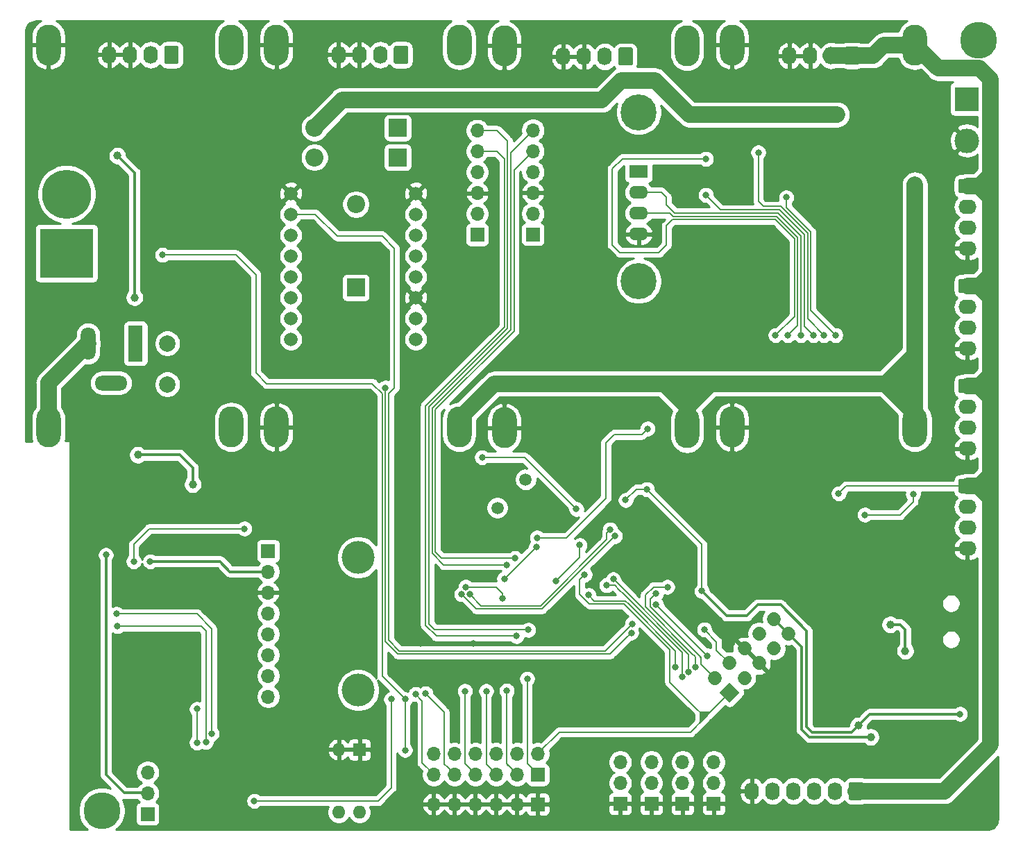
<source format=gbr>
G04 #@! TF.GenerationSoftware,KiCad,Pcbnew,(5.1.5)-3*
G04 #@! TF.CreationDate,2020-06-17T18:22:29-03:00*
G04 #@! TF.ProjectId,root,726f6f74-2e6b-4696-9361-645f70636258,rev?*
G04 #@! TF.SameCoordinates,Original*
G04 #@! TF.FileFunction,Copper,L2,Bot*
G04 #@! TF.FilePolarity,Positive*
%FSLAX46Y46*%
G04 Gerber Fmt 4.6, Leading zero omitted, Abs format (unit mm)*
G04 Created by KiCad (PCBNEW (5.1.5)-3) date 2020-06-17 18:22:29*
%MOMM*%
%LPD*%
G04 APERTURE LIST*
%ADD10C,0.100000*%
%ADD11C,1.727200*%
%ADD12O,1.700000X1.700000*%
%ADD13R,1.700000X1.700000*%
%ADD14R,2.300000X1.600000*%
%ADD15O,2.300000X1.600000*%
%ADD16C,4.400000*%
%ADD17R,1.800000X4.400000*%
%ADD18O,1.800000X4.000000*%
%ADD19O,4.000000X1.800000*%
%ADD20C,4.000000*%
%ADD21C,3.000000*%
%ADD22R,3.000000X3.000000*%
%ADD23O,1.600000X1.600000*%
%ADD24R,1.600000X1.600000*%
%ADD25C,1.500000*%
%ADD26O,3.000000X5.000000*%
%ADD27C,1.665000*%
%ADD28O,2.200000X1.740000*%
%ADD29O,1.740000X2.200000*%
%ADD30C,6.000000*%
%ADD31R,6.500000X6.000000*%
%ADD32C,2.000000*%
%ADD33O,2.200000X2.200000*%
%ADD34R,2.200000X2.200000*%
%ADD35C,4.500000*%
%ADD36C,0.800000*%
%ADD37C,1.000000*%
%ADD38C,0.200000*%
%ADD39C,0.350000*%
%ADD40C,2.000000*%
%ADD41C,0.254000*%
G04 APERTURE END LIST*
D10*
G36*
X172900000Y-136300000D02*
G01*
X172900000Y-134900000D01*
X174300000Y-134900000D01*
X172900000Y-136300000D01*
G37*
X172900000Y-136300000D02*
X172900000Y-134900000D01*
X174300000Y-134900000D01*
X172900000Y-136300000D01*
G36*
X208000000Y-109800000D02*
G01*
X205600000Y-107400000D01*
X208000000Y-105000000D01*
X208000000Y-109800000D01*
G37*
X208000000Y-109800000D02*
X205600000Y-107400000D01*
X208000000Y-105000000D01*
X208000000Y-109800000D01*
G36*
X208000000Y-97600000D02*
G01*
X205600000Y-95200000D01*
X208000000Y-92800000D01*
X208000000Y-97600000D01*
G37*
X208000000Y-97600000D02*
X205600000Y-95200000D01*
X208000000Y-92800000D01*
X208000000Y-97600000D01*
G36*
X208000000Y-85400000D02*
G01*
X205600000Y-83000000D01*
X208000000Y-80600000D01*
X208000000Y-85400000D01*
G37*
X208000000Y-85400000D02*
X205600000Y-83000000D01*
X208000000Y-80600000D01*
X208000000Y-85400000D01*
G36*
X208000000Y-73200000D02*
G01*
X205600000Y-70800000D01*
X208000000Y-68400000D01*
X208000000Y-73200000D01*
G37*
X208000000Y-73200000D02*
X205600000Y-70800000D01*
X208000000Y-68400000D01*
X208000000Y-73200000D01*
G36*
X198600000Y-99300000D02*
G01*
X194200000Y-94900000D01*
X198600000Y-90500000D01*
X198600000Y-99300000D01*
G37*
X198600000Y-99300000D02*
X194200000Y-94900000D01*
X198600000Y-90500000D01*
X198600000Y-99300000D01*
G36*
X171400000Y-99100000D02*
G01*
X167000000Y-94700000D01*
X175800000Y-94700000D01*
X171400000Y-99100000D01*
G37*
X171400000Y-99100000D02*
X167000000Y-94700000D01*
X175800000Y-94700000D01*
X171400000Y-99100000D01*
D11*
X181988154Y-123619744D02*
X181988154Y-123619744D01*
X183784205Y-125415795D02*
X183784205Y-125415795D01*
X180192102Y-125415795D02*
X180192102Y-125415795D01*
X181988154Y-127211846D02*
X181988154Y-127211846D01*
X178396051Y-127211846D02*
X178396051Y-127211846D01*
X180192102Y-129007898D02*
X180192102Y-129007898D01*
X176600000Y-129007898D02*
X176600000Y-129007898D01*
X178396051Y-130803949D02*
X178396051Y-130803949D01*
X174803949Y-130803949D02*
X174803949Y-130803949D01*
G04 #@! TA.AperFunction,ComponentPad*
D10*
G36*
X177821315Y-132600000D02*
G01*
X176600000Y-133821315D01*
X175378685Y-132600000D01*
X176600000Y-131378685D01*
X177821315Y-132600000D01*
G37*
G04 #@! TD.AperFunction*
D12*
X140500000Y-146200000D03*
X143040000Y-146200000D03*
X145580000Y-146200000D03*
X148120000Y-146200000D03*
X150660000Y-146200000D03*
D13*
X153200000Y-146200000D03*
D12*
X140500000Y-140060000D03*
X140500000Y-142600000D03*
X143040000Y-140060000D03*
X143040000Y-142600000D03*
X145580000Y-140060000D03*
X145580000Y-142600000D03*
X148120000Y-140060000D03*
X148120000Y-142600000D03*
X150660000Y-140060000D03*
X150660000Y-142600000D03*
X153200000Y-140060000D03*
D13*
X153200000Y-142600000D03*
D14*
X165500000Y-69030000D03*
D15*
X165500000Y-71570000D03*
X165500000Y-74110000D03*
D16*
X165500000Y-82400000D03*
D15*
X165500000Y-76650000D03*
D16*
X165500000Y-61800000D03*
D12*
X105600000Y-142320000D03*
X105600000Y-144860000D03*
D13*
X105600000Y-147400000D03*
D17*
X104130000Y-90010000D03*
D18*
X98330000Y-90010000D03*
D19*
X101130000Y-94810000D03*
D20*
X131300000Y-132300000D03*
X131300000Y-116100000D03*
D12*
X120300000Y-125460000D03*
X120300000Y-133080000D03*
X120300000Y-130540000D03*
X120300000Y-122920000D03*
D13*
X120300000Y-115300000D03*
D12*
X120300000Y-120380000D03*
X120300000Y-117840000D03*
X120300000Y-128000000D03*
D21*
X205550000Y-65260000D03*
D22*
X205550000Y-60180000D03*
D23*
X131450000Y-147170000D03*
X128910000Y-139550000D03*
X128910000Y-147170000D03*
D24*
X131450000Y-139550000D03*
D25*
X148249319Y-110050681D03*
X151700000Y-106600000D03*
D26*
X143600000Y-53600000D03*
X121300000Y-53600000D03*
X121300000Y-100200000D03*
X143600000Y-100200000D03*
X171400000Y-53700000D03*
X149100000Y-53700000D03*
X149100000Y-100300000D03*
X171400000Y-100300000D03*
X199200000Y-53600000D03*
X176900000Y-53600000D03*
X176900000Y-100200000D03*
X199200000Y-100200000D03*
X115800000Y-53600000D03*
X93500000Y-53600000D03*
X93500000Y-100200000D03*
X115800000Y-100200000D03*
D27*
X123060000Y-71700000D03*
X123060000Y-74240000D03*
X123060000Y-76780000D03*
X123060000Y-79320000D03*
X123060000Y-81860000D03*
X123060000Y-84400000D03*
X123060000Y-86940000D03*
X123060000Y-89480000D03*
X138300000Y-71700000D03*
X138300000Y-74240000D03*
X138300000Y-76780000D03*
X138300000Y-79320000D03*
X138300000Y-81860000D03*
X138300000Y-84400000D03*
X138300000Y-86940000D03*
X138300000Y-89480000D03*
D28*
X205600000Y-102820000D03*
X205600000Y-100280000D03*
X205600000Y-97740000D03*
G04 #@! TA.AperFunction,ComponentPad*
D10*
G36*
X206474505Y-94331204D02*
G01*
X206498773Y-94334804D01*
X206522572Y-94340765D01*
X206545671Y-94349030D01*
X206567850Y-94359520D01*
X206588893Y-94372132D01*
X206608599Y-94386747D01*
X206626777Y-94403223D01*
X206643253Y-94421401D01*
X206657868Y-94441107D01*
X206670480Y-94462150D01*
X206680970Y-94484329D01*
X206689235Y-94507428D01*
X206695196Y-94531227D01*
X206698796Y-94555495D01*
X206700000Y-94579999D01*
X206700000Y-95820001D01*
X206698796Y-95844505D01*
X206695196Y-95868773D01*
X206689235Y-95892572D01*
X206680970Y-95915671D01*
X206670480Y-95937850D01*
X206657868Y-95958893D01*
X206643253Y-95978599D01*
X206626777Y-95996777D01*
X206608599Y-96013253D01*
X206588893Y-96027868D01*
X206567850Y-96040480D01*
X206545671Y-96050970D01*
X206522572Y-96059235D01*
X206498773Y-96065196D01*
X206474505Y-96068796D01*
X206450001Y-96070000D01*
X204749999Y-96070000D01*
X204725495Y-96068796D01*
X204701227Y-96065196D01*
X204677428Y-96059235D01*
X204654329Y-96050970D01*
X204632150Y-96040480D01*
X204611107Y-96027868D01*
X204591401Y-96013253D01*
X204573223Y-95996777D01*
X204556747Y-95978599D01*
X204542132Y-95958893D01*
X204529520Y-95937850D01*
X204519030Y-95915671D01*
X204510765Y-95892572D01*
X204504804Y-95868773D01*
X204501204Y-95844505D01*
X204500000Y-95820001D01*
X204500000Y-94579999D01*
X204501204Y-94555495D01*
X204504804Y-94531227D01*
X204510765Y-94507428D01*
X204519030Y-94484329D01*
X204529520Y-94462150D01*
X204542132Y-94441107D01*
X204556747Y-94421401D01*
X204573223Y-94403223D01*
X204591401Y-94386747D01*
X204611107Y-94372132D01*
X204632150Y-94359520D01*
X204654329Y-94349030D01*
X204677428Y-94340765D01*
X204701227Y-94334804D01*
X204725495Y-94331204D01*
X204749999Y-94330000D01*
X206450001Y-94330000D01*
X206474505Y-94331204D01*
G37*
G04 #@! TD.AperFunction*
D29*
X179300000Y-144600000D03*
X181840000Y-144600000D03*
X184380000Y-144600000D03*
X186920000Y-144600000D03*
X189460000Y-144600000D03*
G04 #@! TA.AperFunction,ComponentPad*
D10*
G36*
X192644505Y-143501204D02*
G01*
X192668773Y-143504804D01*
X192692572Y-143510765D01*
X192715671Y-143519030D01*
X192737850Y-143529520D01*
X192758893Y-143542132D01*
X192778599Y-143556747D01*
X192796777Y-143573223D01*
X192813253Y-143591401D01*
X192827868Y-143611107D01*
X192840480Y-143632150D01*
X192850970Y-143654329D01*
X192859235Y-143677428D01*
X192865196Y-143701227D01*
X192868796Y-143725495D01*
X192870000Y-143749999D01*
X192870000Y-145450001D01*
X192868796Y-145474505D01*
X192865196Y-145498773D01*
X192859235Y-145522572D01*
X192850970Y-145545671D01*
X192840480Y-145567850D01*
X192827868Y-145588893D01*
X192813253Y-145608599D01*
X192796777Y-145626777D01*
X192778599Y-145643253D01*
X192758893Y-145657868D01*
X192737850Y-145670480D01*
X192715671Y-145680970D01*
X192692572Y-145689235D01*
X192668773Y-145695196D01*
X192644505Y-145698796D01*
X192620001Y-145700000D01*
X191379999Y-145700000D01*
X191355495Y-145698796D01*
X191331227Y-145695196D01*
X191307428Y-145689235D01*
X191284329Y-145680970D01*
X191262150Y-145670480D01*
X191241107Y-145657868D01*
X191221401Y-145643253D01*
X191203223Y-145626777D01*
X191186747Y-145608599D01*
X191172132Y-145588893D01*
X191159520Y-145567850D01*
X191149030Y-145545671D01*
X191140765Y-145522572D01*
X191134804Y-145498773D01*
X191131204Y-145474505D01*
X191130000Y-145450001D01*
X191130000Y-143749999D01*
X191131204Y-143725495D01*
X191134804Y-143701227D01*
X191140765Y-143677428D01*
X191149030Y-143654329D01*
X191159520Y-143632150D01*
X191172132Y-143611107D01*
X191186747Y-143591401D01*
X191203223Y-143573223D01*
X191221401Y-143556747D01*
X191241107Y-143542132D01*
X191262150Y-143529520D01*
X191284329Y-143519030D01*
X191307428Y-143510765D01*
X191331227Y-143504804D01*
X191355495Y-143501204D01*
X191379999Y-143500000D01*
X192620001Y-143500000D01*
X192644505Y-143501204D01*
G37*
G04 #@! TD.AperFunction*
D28*
X205600000Y-78420000D03*
X205600000Y-75880000D03*
X205600000Y-73340000D03*
G04 #@! TA.AperFunction,ComponentPad*
D10*
G36*
X206474505Y-69931204D02*
G01*
X206498773Y-69934804D01*
X206522572Y-69940765D01*
X206545671Y-69949030D01*
X206567850Y-69959520D01*
X206588893Y-69972132D01*
X206608599Y-69986747D01*
X206626777Y-70003223D01*
X206643253Y-70021401D01*
X206657868Y-70041107D01*
X206670480Y-70062150D01*
X206680970Y-70084329D01*
X206689235Y-70107428D01*
X206695196Y-70131227D01*
X206698796Y-70155495D01*
X206700000Y-70179999D01*
X206700000Y-71420001D01*
X206698796Y-71444505D01*
X206695196Y-71468773D01*
X206689235Y-71492572D01*
X206680970Y-71515671D01*
X206670480Y-71537850D01*
X206657868Y-71558893D01*
X206643253Y-71578599D01*
X206626777Y-71596777D01*
X206608599Y-71613253D01*
X206588893Y-71627868D01*
X206567850Y-71640480D01*
X206545671Y-71650970D01*
X206522572Y-71659235D01*
X206498773Y-71665196D01*
X206474505Y-71668796D01*
X206450001Y-71670000D01*
X204749999Y-71670000D01*
X204725495Y-71668796D01*
X204701227Y-71665196D01*
X204677428Y-71659235D01*
X204654329Y-71650970D01*
X204632150Y-71640480D01*
X204611107Y-71627868D01*
X204591401Y-71613253D01*
X204573223Y-71596777D01*
X204556747Y-71578599D01*
X204542132Y-71558893D01*
X204529520Y-71537850D01*
X204519030Y-71515671D01*
X204510765Y-71492572D01*
X204504804Y-71468773D01*
X204501204Y-71444505D01*
X204500000Y-71420001D01*
X204500000Y-70179999D01*
X204501204Y-70155495D01*
X204504804Y-70131227D01*
X204510765Y-70107428D01*
X204519030Y-70084329D01*
X204529520Y-70062150D01*
X204542132Y-70041107D01*
X204556747Y-70021401D01*
X204573223Y-70003223D01*
X204591401Y-69986747D01*
X204611107Y-69972132D01*
X204632150Y-69959520D01*
X204654329Y-69949030D01*
X204677428Y-69940765D01*
X204701227Y-69934804D01*
X204725495Y-69931204D01*
X204749999Y-69930000D01*
X206450001Y-69930000D01*
X206474505Y-69931204D01*
G37*
G04 #@! TD.AperFunction*
D28*
X205600000Y-115020000D03*
X205600000Y-112480000D03*
X205600000Y-109940000D03*
G04 #@! TA.AperFunction,ComponentPad*
D10*
G36*
X206474505Y-106531204D02*
G01*
X206498773Y-106534804D01*
X206522572Y-106540765D01*
X206545671Y-106549030D01*
X206567850Y-106559520D01*
X206588893Y-106572132D01*
X206608599Y-106586747D01*
X206626777Y-106603223D01*
X206643253Y-106621401D01*
X206657868Y-106641107D01*
X206670480Y-106662150D01*
X206680970Y-106684329D01*
X206689235Y-106707428D01*
X206695196Y-106731227D01*
X206698796Y-106755495D01*
X206700000Y-106779999D01*
X206700000Y-108020001D01*
X206698796Y-108044505D01*
X206695196Y-108068773D01*
X206689235Y-108092572D01*
X206680970Y-108115671D01*
X206670480Y-108137850D01*
X206657868Y-108158893D01*
X206643253Y-108178599D01*
X206626777Y-108196777D01*
X206608599Y-108213253D01*
X206588893Y-108227868D01*
X206567850Y-108240480D01*
X206545671Y-108250970D01*
X206522572Y-108259235D01*
X206498773Y-108265196D01*
X206474505Y-108268796D01*
X206450001Y-108270000D01*
X204749999Y-108270000D01*
X204725495Y-108268796D01*
X204701227Y-108265196D01*
X204677428Y-108259235D01*
X204654329Y-108250970D01*
X204632150Y-108240480D01*
X204611107Y-108227868D01*
X204591401Y-108213253D01*
X204573223Y-108196777D01*
X204556747Y-108178599D01*
X204542132Y-108158893D01*
X204529520Y-108137850D01*
X204519030Y-108115671D01*
X204510765Y-108092572D01*
X204504804Y-108068773D01*
X204501204Y-108044505D01*
X204500000Y-108020001D01*
X204500000Y-106779999D01*
X204501204Y-106755495D01*
X204504804Y-106731227D01*
X204510765Y-106707428D01*
X204519030Y-106684329D01*
X204529520Y-106662150D01*
X204542132Y-106641107D01*
X204556747Y-106621401D01*
X204573223Y-106603223D01*
X204591401Y-106586747D01*
X204611107Y-106572132D01*
X204632150Y-106559520D01*
X204654329Y-106549030D01*
X204677428Y-106540765D01*
X204701227Y-106534804D01*
X204725495Y-106531204D01*
X204749999Y-106530000D01*
X206450001Y-106530000D01*
X206474505Y-106531204D01*
G37*
G04 #@! TD.AperFunction*
D28*
X205600000Y-90620000D03*
X205600000Y-88080000D03*
X205600000Y-85540000D03*
G04 #@! TA.AperFunction,ComponentPad*
D10*
G36*
X206474505Y-82131204D02*
G01*
X206498773Y-82134804D01*
X206522572Y-82140765D01*
X206545671Y-82149030D01*
X206567850Y-82159520D01*
X206588893Y-82172132D01*
X206608599Y-82186747D01*
X206626777Y-82203223D01*
X206643253Y-82221401D01*
X206657868Y-82241107D01*
X206670480Y-82262150D01*
X206680970Y-82284329D01*
X206689235Y-82307428D01*
X206695196Y-82331227D01*
X206698796Y-82355495D01*
X206700000Y-82379999D01*
X206700000Y-83620001D01*
X206698796Y-83644505D01*
X206695196Y-83668773D01*
X206689235Y-83692572D01*
X206680970Y-83715671D01*
X206670480Y-83737850D01*
X206657868Y-83758893D01*
X206643253Y-83778599D01*
X206626777Y-83796777D01*
X206608599Y-83813253D01*
X206588893Y-83827868D01*
X206567850Y-83840480D01*
X206545671Y-83850970D01*
X206522572Y-83859235D01*
X206498773Y-83865196D01*
X206474505Y-83868796D01*
X206450001Y-83870000D01*
X204749999Y-83870000D01*
X204725495Y-83868796D01*
X204701227Y-83865196D01*
X204677428Y-83859235D01*
X204654329Y-83850970D01*
X204632150Y-83840480D01*
X204611107Y-83827868D01*
X204591401Y-83813253D01*
X204573223Y-83796777D01*
X204556747Y-83778599D01*
X204542132Y-83758893D01*
X204529520Y-83737850D01*
X204519030Y-83715671D01*
X204510765Y-83692572D01*
X204504804Y-83668773D01*
X204501204Y-83644505D01*
X204500000Y-83620001D01*
X204500000Y-82379999D01*
X204501204Y-82355495D01*
X204504804Y-82331227D01*
X204510765Y-82307428D01*
X204519030Y-82284329D01*
X204529520Y-82262150D01*
X204542132Y-82241107D01*
X204556747Y-82221401D01*
X204573223Y-82203223D01*
X204591401Y-82186747D01*
X204611107Y-82172132D01*
X204632150Y-82159520D01*
X204654329Y-82149030D01*
X204677428Y-82140765D01*
X204701227Y-82134804D01*
X204725495Y-82131204D01*
X204749999Y-82130000D01*
X206450001Y-82130000D01*
X206474505Y-82131204D01*
G37*
G04 #@! TD.AperFunction*
D12*
X163250000Y-141070000D03*
X163250000Y-143610000D03*
D13*
X163250000Y-146150000D03*
D12*
X167050000Y-141070000D03*
X167050000Y-143610000D03*
D13*
X167050000Y-146150000D03*
X170850000Y-146150000D03*
D12*
X170850000Y-143610000D03*
X170850000Y-141070000D03*
X174650000Y-141070000D03*
X174650000Y-143610000D03*
D13*
X174650000Y-146150000D03*
D29*
X100880000Y-54800000D03*
X103420000Y-54800000D03*
X105960000Y-54800000D03*
G04 #@! TA.AperFunction,ComponentPad*
D10*
G36*
X109144505Y-53701204D02*
G01*
X109168773Y-53704804D01*
X109192572Y-53710765D01*
X109215671Y-53719030D01*
X109237850Y-53729520D01*
X109258893Y-53742132D01*
X109278599Y-53756747D01*
X109296777Y-53773223D01*
X109313253Y-53791401D01*
X109327868Y-53811107D01*
X109340480Y-53832150D01*
X109350970Y-53854329D01*
X109359235Y-53877428D01*
X109365196Y-53901227D01*
X109368796Y-53925495D01*
X109370000Y-53949999D01*
X109370000Y-55650001D01*
X109368796Y-55674505D01*
X109365196Y-55698773D01*
X109359235Y-55722572D01*
X109350970Y-55745671D01*
X109340480Y-55767850D01*
X109327868Y-55788893D01*
X109313253Y-55808599D01*
X109296777Y-55826777D01*
X109278599Y-55843253D01*
X109258893Y-55857868D01*
X109237850Y-55870480D01*
X109215671Y-55880970D01*
X109192572Y-55889235D01*
X109168773Y-55895196D01*
X109144505Y-55898796D01*
X109120001Y-55900000D01*
X107879999Y-55900000D01*
X107855495Y-55898796D01*
X107831227Y-55895196D01*
X107807428Y-55889235D01*
X107784329Y-55880970D01*
X107762150Y-55870480D01*
X107741107Y-55857868D01*
X107721401Y-55843253D01*
X107703223Y-55826777D01*
X107686747Y-55808599D01*
X107672132Y-55788893D01*
X107659520Y-55767850D01*
X107649030Y-55745671D01*
X107640765Y-55722572D01*
X107634804Y-55698773D01*
X107631204Y-55674505D01*
X107630000Y-55650001D01*
X107630000Y-53949999D01*
X107631204Y-53925495D01*
X107634804Y-53901227D01*
X107640765Y-53877428D01*
X107649030Y-53854329D01*
X107659520Y-53832150D01*
X107672132Y-53811107D01*
X107686747Y-53791401D01*
X107703223Y-53773223D01*
X107721401Y-53756747D01*
X107741107Y-53742132D01*
X107762150Y-53729520D01*
X107784329Y-53719030D01*
X107807428Y-53710765D01*
X107831227Y-53704804D01*
X107855495Y-53701204D01*
X107879999Y-53700000D01*
X109120001Y-53700000D01*
X109144505Y-53701204D01*
G37*
G04 #@! TD.AperFunction*
D29*
X156280000Y-55000000D03*
X158820000Y-55000000D03*
X161360000Y-55000000D03*
G04 #@! TA.AperFunction,ComponentPad*
D10*
G36*
X164544505Y-53901204D02*
G01*
X164568773Y-53904804D01*
X164592572Y-53910765D01*
X164615671Y-53919030D01*
X164637850Y-53929520D01*
X164658893Y-53942132D01*
X164678599Y-53956747D01*
X164696777Y-53973223D01*
X164713253Y-53991401D01*
X164727868Y-54011107D01*
X164740480Y-54032150D01*
X164750970Y-54054329D01*
X164759235Y-54077428D01*
X164765196Y-54101227D01*
X164768796Y-54125495D01*
X164770000Y-54149999D01*
X164770000Y-55850001D01*
X164768796Y-55874505D01*
X164765196Y-55898773D01*
X164759235Y-55922572D01*
X164750970Y-55945671D01*
X164740480Y-55967850D01*
X164727868Y-55988893D01*
X164713253Y-56008599D01*
X164696777Y-56026777D01*
X164678599Y-56043253D01*
X164658893Y-56057868D01*
X164637850Y-56070480D01*
X164615671Y-56080970D01*
X164592572Y-56089235D01*
X164568773Y-56095196D01*
X164544505Y-56098796D01*
X164520001Y-56100000D01*
X163279999Y-56100000D01*
X163255495Y-56098796D01*
X163231227Y-56095196D01*
X163207428Y-56089235D01*
X163184329Y-56080970D01*
X163162150Y-56070480D01*
X163141107Y-56057868D01*
X163121401Y-56043253D01*
X163103223Y-56026777D01*
X163086747Y-56008599D01*
X163072132Y-55988893D01*
X163059520Y-55967850D01*
X163049030Y-55945671D01*
X163040765Y-55922572D01*
X163034804Y-55898773D01*
X163031204Y-55874505D01*
X163030000Y-55850001D01*
X163030000Y-54149999D01*
X163031204Y-54125495D01*
X163034804Y-54101227D01*
X163040765Y-54077428D01*
X163049030Y-54054329D01*
X163059520Y-54032150D01*
X163072132Y-54011107D01*
X163086747Y-53991401D01*
X163103223Y-53973223D01*
X163121401Y-53956747D01*
X163141107Y-53942132D01*
X163162150Y-53929520D01*
X163184329Y-53919030D01*
X163207428Y-53910765D01*
X163231227Y-53904804D01*
X163255495Y-53901204D01*
X163279999Y-53900000D01*
X164520001Y-53900000D01*
X164544505Y-53901204D01*
G37*
G04 #@! TD.AperFunction*
D30*
X95700000Y-71800000D03*
D31*
X95700000Y-79000000D03*
D29*
X128880000Y-54800000D03*
X131420000Y-54800000D03*
X133960000Y-54800000D03*
G04 #@! TA.AperFunction,ComponentPad*
D10*
G36*
X137144505Y-53701204D02*
G01*
X137168773Y-53704804D01*
X137192572Y-53710765D01*
X137215671Y-53719030D01*
X137237850Y-53729520D01*
X137258893Y-53742132D01*
X137278599Y-53756747D01*
X137296777Y-53773223D01*
X137313253Y-53791401D01*
X137327868Y-53811107D01*
X137340480Y-53832150D01*
X137350970Y-53854329D01*
X137359235Y-53877428D01*
X137365196Y-53901227D01*
X137368796Y-53925495D01*
X137370000Y-53949999D01*
X137370000Y-55650001D01*
X137368796Y-55674505D01*
X137365196Y-55698773D01*
X137359235Y-55722572D01*
X137350970Y-55745671D01*
X137340480Y-55767850D01*
X137327868Y-55788893D01*
X137313253Y-55808599D01*
X137296777Y-55826777D01*
X137278599Y-55843253D01*
X137258893Y-55857868D01*
X137237850Y-55870480D01*
X137215671Y-55880970D01*
X137192572Y-55889235D01*
X137168773Y-55895196D01*
X137144505Y-55898796D01*
X137120001Y-55900000D01*
X135879999Y-55900000D01*
X135855495Y-55898796D01*
X135831227Y-55895196D01*
X135807428Y-55889235D01*
X135784329Y-55880970D01*
X135762150Y-55870480D01*
X135741107Y-55857868D01*
X135721401Y-55843253D01*
X135703223Y-55826777D01*
X135686747Y-55808599D01*
X135672132Y-55788893D01*
X135659520Y-55767850D01*
X135649030Y-55745671D01*
X135640765Y-55722572D01*
X135634804Y-55698773D01*
X135631204Y-55674505D01*
X135630000Y-55650001D01*
X135630000Y-53949999D01*
X135631204Y-53925495D01*
X135634804Y-53901227D01*
X135640765Y-53877428D01*
X135649030Y-53854329D01*
X135659520Y-53832150D01*
X135672132Y-53811107D01*
X135686747Y-53791401D01*
X135703223Y-53773223D01*
X135721401Y-53756747D01*
X135741107Y-53742132D01*
X135762150Y-53729520D01*
X135784329Y-53719030D01*
X135807428Y-53710765D01*
X135831227Y-53704804D01*
X135855495Y-53701204D01*
X135879999Y-53700000D01*
X137120001Y-53700000D01*
X137144505Y-53701204D01*
G37*
G04 #@! TD.AperFunction*
D29*
X183880000Y-54900000D03*
X186420000Y-54900000D03*
X188960000Y-54900000D03*
G04 #@! TA.AperFunction,ComponentPad*
D10*
G36*
X192144505Y-53801204D02*
G01*
X192168773Y-53804804D01*
X192192572Y-53810765D01*
X192215671Y-53819030D01*
X192237850Y-53829520D01*
X192258893Y-53842132D01*
X192278599Y-53856747D01*
X192296777Y-53873223D01*
X192313253Y-53891401D01*
X192327868Y-53911107D01*
X192340480Y-53932150D01*
X192350970Y-53954329D01*
X192359235Y-53977428D01*
X192365196Y-54001227D01*
X192368796Y-54025495D01*
X192370000Y-54049999D01*
X192370000Y-55750001D01*
X192368796Y-55774505D01*
X192365196Y-55798773D01*
X192359235Y-55822572D01*
X192350970Y-55845671D01*
X192340480Y-55867850D01*
X192327868Y-55888893D01*
X192313253Y-55908599D01*
X192296777Y-55926777D01*
X192278599Y-55943253D01*
X192258893Y-55957868D01*
X192237850Y-55970480D01*
X192215671Y-55980970D01*
X192192572Y-55989235D01*
X192168773Y-55995196D01*
X192144505Y-55998796D01*
X192120001Y-56000000D01*
X190879999Y-56000000D01*
X190855495Y-55998796D01*
X190831227Y-55995196D01*
X190807428Y-55989235D01*
X190784329Y-55980970D01*
X190762150Y-55970480D01*
X190741107Y-55957868D01*
X190721401Y-55943253D01*
X190703223Y-55926777D01*
X190686747Y-55908599D01*
X190672132Y-55888893D01*
X190659520Y-55867850D01*
X190649030Y-55845671D01*
X190640765Y-55822572D01*
X190634804Y-55798773D01*
X190631204Y-55774505D01*
X190630000Y-55750001D01*
X190630000Y-54049999D01*
X190631204Y-54025495D01*
X190634804Y-54001227D01*
X190640765Y-53977428D01*
X190649030Y-53954329D01*
X190659520Y-53932150D01*
X190672132Y-53911107D01*
X190686747Y-53891401D01*
X190703223Y-53873223D01*
X190721401Y-53856747D01*
X190741107Y-53842132D01*
X190762150Y-53829520D01*
X190784329Y-53819030D01*
X190807428Y-53810765D01*
X190831227Y-53804804D01*
X190855495Y-53801204D01*
X190879999Y-53800000D01*
X192120001Y-53800000D01*
X192144505Y-53801204D01*
G37*
G04 #@! TD.AperFunction*
D12*
X152600000Y-64000000D03*
X152600000Y-66540000D03*
X152600000Y-69080000D03*
X152600000Y-71620000D03*
X152600000Y-74160000D03*
D13*
X152600000Y-76700000D03*
D12*
X145800000Y-64040000D03*
X145800000Y-66580000D03*
X145800000Y-69120000D03*
X145800000Y-71660000D03*
X145800000Y-74200000D03*
D13*
X145800000Y-76740000D03*
D32*
X108000000Y-90000000D03*
X108000000Y-95000000D03*
D33*
X131000000Y-73040000D03*
D34*
X131000000Y-83200000D03*
D33*
X125940000Y-67300000D03*
D34*
X136100000Y-67300000D03*
D33*
X125940000Y-63700000D03*
D34*
X136100000Y-63700000D03*
D35*
X100000000Y-147000000D03*
X207000000Y-53000000D03*
D36*
X127600000Y-128200000D03*
X145300000Y-126600000D03*
X165000000Y-106100000D03*
X168300000Y-101400000D03*
X108700000Y-74500000D03*
D35*
X207000000Y-147000000D03*
D36*
X160600000Y-113700000D03*
X154800000Y-111700000D03*
X173200000Y-123000000D03*
X138900000Y-126600000D03*
X201800000Y-133800000D03*
X109900000Y-114400000D03*
X154900000Y-135100000D03*
X135400000Y-129900000D03*
D37*
X98000000Y-101800000D03*
X115800000Y-63300000D03*
D32*
X148000000Y-106300000D03*
D36*
X204700000Y-135200000D03*
X173200000Y-120200000D03*
X105900000Y-116600000D03*
X163900000Y-109100000D03*
X166500000Y-107800000D03*
X111600000Y-134600000D03*
X111600000Y-138700000D03*
X158297756Y-114602244D03*
X155428933Y-119000000D03*
X144400000Y-119700000D03*
X148900000Y-121100000D03*
D37*
X192300000Y-136600000D03*
X104400000Y-103600000D03*
X111100000Y-107200000D03*
D36*
X158900000Y-118200000D03*
X153100000Y-113700000D03*
X166600000Y-100400000D03*
D37*
X104000000Y-84400000D03*
X101900000Y-67100000D03*
X193799998Y-138000000D03*
D36*
X193100000Y-110900000D03*
X198975000Y-108375000D03*
X189700000Y-62100000D03*
X100500000Y-115800000D03*
D37*
X140600000Y-60300000D03*
D36*
X118600000Y-145800000D03*
X135300000Y-133400000D03*
D37*
X196200000Y-124300000D03*
X198000000Y-127500000D03*
D36*
X189900000Y-108300000D03*
X150600000Y-125700000D03*
X152037258Y-124937258D03*
X149399994Y-117000000D03*
X150399963Y-116199963D03*
X162000000Y-112700000D03*
X144900000Y-120600000D03*
X143900000Y-120600000D03*
X162600000Y-113500000D03*
X146400000Y-103900000D03*
X157900000Y-110200000D03*
X167600000Y-120500000D03*
X173900000Y-128100000D03*
X167627825Y-121872175D03*
X173500000Y-124900000D03*
X138300000Y-132800000D03*
X139500000Y-132700000D03*
X144300000Y-132399924D03*
X146900000Y-132399924D03*
X149400000Y-132365685D03*
X151900000Y-130900000D03*
X182200000Y-89000000D03*
X173700000Y-67500000D03*
X134600000Y-95400000D03*
X164594982Y-125294982D03*
X164700000Y-124200000D03*
X188100000Y-89000000D03*
X180100000Y-66700000D03*
X199200000Y-70600000D03*
X189500000Y-89000000D03*
X183500000Y-72200000D03*
X103900000Y-116600000D03*
X149100000Y-118699990D03*
X117400000Y-112600000D03*
X153000000Y-114800000D03*
X137000000Y-139600000D03*
X137000000Y-133400000D03*
X107400000Y-79200000D03*
X186800000Y-89000000D03*
X173700000Y-71900000D03*
X170000000Y-129500000D03*
X159400000Y-120700000D03*
X170775452Y-130668900D03*
X161600000Y-119500000D03*
X171588672Y-130079074D03*
X162400000Y-118765698D03*
X169000000Y-119700000D03*
X172403949Y-129500000D03*
X185300000Y-89000000D03*
X183700000Y-89000000D03*
X101900000Y-124500000D03*
X112699096Y-138642797D03*
X113400000Y-137600000D03*
X101800000Y-123000000D03*
D38*
X145300000Y-126600000D02*
X138900000Y-126600000D01*
X153800000Y-129900000D02*
X135400000Y-129900000D01*
X154900000Y-135100000D02*
X154900000Y-131000000D01*
X154900000Y-131000000D02*
X153800000Y-129900000D01*
D39*
X114400000Y-116600000D02*
X105900000Y-116600000D01*
X120300000Y-117840000D02*
X115640000Y-117840000D01*
X115640000Y-117840000D02*
X114400000Y-116600000D01*
D38*
X111600000Y-138699996D02*
X111599996Y-138700000D01*
X111600000Y-134600000D02*
X111600000Y-138699996D01*
X173200000Y-114500000D02*
X166500000Y-107800000D01*
X173200000Y-120200000D02*
X173200000Y-114500000D01*
X165200000Y-107800000D02*
X163900000Y-109100000D01*
X166500000Y-107800000D02*
X165200000Y-107800000D01*
X158300000Y-114604488D02*
X158297756Y-114602244D01*
X158300000Y-116128933D02*
X158300000Y-114604488D01*
X158300000Y-116128933D02*
X155428933Y-119000000D01*
X148100000Y-119700000D02*
X144400000Y-119700000D01*
X148100000Y-119700000D02*
X148500000Y-120100000D01*
X148500000Y-120100000D02*
X148900000Y-120500000D01*
X148900000Y-120500000D02*
X148900000Y-121100000D01*
D39*
X204700000Y-135200000D02*
X193700000Y-135200000D01*
X193700000Y-135200000D02*
X192300000Y-136600000D01*
X104400000Y-103600000D02*
X109500000Y-103600000D01*
X111100000Y-105200000D02*
X111100000Y-107200000D01*
X109500000Y-103600000D02*
X111100000Y-105200000D01*
X178700000Y-123200000D02*
X176200000Y-123200000D01*
X180000000Y-121900000D02*
X178700000Y-123200000D01*
X182800000Y-121900000D02*
X180000000Y-121900000D01*
X192300000Y-136600000D02*
X191450010Y-137449990D01*
X186649990Y-137449990D02*
X186000000Y-136800000D01*
X176200000Y-123200000D02*
X173200000Y-120200000D01*
X191450010Y-137449990D02*
X186649990Y-137449990D01*
X186000000Y-136800000D02*
X186000000Y-125100000D01*
X186000000Y-125100000D02*
X182800000Y-121900000D01*
D38*
X158300000Y-118800000D02*
X158900000Y-118200000D01*
X158300000Y-120600000D02*
X158300000Y-118800000D01*
X172200000Y-134200000D02*
X169300000Y-131300000D01*
X169300000Y-131300000D02*
X169300000Y-127400000D01*
X169300000Y-127400000D02*
X163700000Y-121800000D01*
X163700000Y-121800000D02*
X159500000Y-121800000D01*
X159500000Y-121800000D02*
X158300000Y-120600000D01*
X153100000Y-113700000D02*
X156700000Y-113700000D01*
X156700000Y-113700000D02*
X161500000Y-108900000D01*
X161500000Y-108900000D02*
X161500000Y-102100000D01*
X161500000Y-102100000D02*
X162500000Y-101100000D01*
X162500000Y-101100000D02*
X165900000Y-101100000D01*
X165900000Y-101100000D02*
X166600000Y-100400000D01*
X155800000Y-137400000D02*
X153200000Y-140000000D01*
X171800000Y-137400000D02*
X155800000Y-137400000D01*
X172200000Y-134200000D02*
X173600000Y-135600000D01*
X173600000Y-135600000D02*
X171800000Y-137400000D01*
X175989343Y-133210657D02*
X173600000Y-135600000D01*
X176600000Y-132600000D02*
X175989343Y-133210657D01*
D39*
X104000000Y-84400000D02*
X104000000Y-83692894D01*
X104000000Y-83692894D02*
X104000000Y-69200000D01*
X104000000Y-69200000D02*
X101900000Y-67100000D01*
X186300000Y-138000000D02*
X193799998Y-138000000D01*
X185400000Y-137100000D02*
X186300000Y-138000000D01*
X181988154Y-123619744D02*
X185400000Y-127031590D01*
X185400000Y-127031590D02*
X185400000Y-137100000D01*
D38*
X197400000Y-110900000D02*
X193100000Y-110900000D01*
X198975000Y-109325000D02*
X197400000Y-110900000D01*
X198975000Y-108375000D02*
X198975000Y-109325000D01*
D39*
X105900000Y-144840000D02*
X102740000Y-144840000D01*
X102740000Y-144840000D02*
X100500000Y-142600000D01*
X100500000Y-142600000D02*
X100500000Y-115800000D01*
D40*
X129340000Y-60300000D02*
X125940000Y-63700000D01*
X163400000Y-57900000D02*
X161000000Y-60300000D01*
X167480000Y-57900000D02*
X163400000Y-57900000D01*
X189700000Y-62100000D02*
X171680000Y-62100000D01*
X171680000Y-62100000D02*
X167480000Y-57900000D01*
X161000000Y-60300000D02*
X140700000Y-60300000D01*
X140700000Y-60300000D02*
X129340000Y-60300000D01*
D38*
X133700000Y-145800000D02*
X118600000Y-145800000D01*
X135300000Y-133400000D02*
X135300000Y-144200000D01*
X135300000Y-144200000D02*
X133700000Y-145800000D01*
D39*
X197400000Y-124300000D02*
X196200000Y-124300000D01*
X198000000Y-127500000D02*
X198000000Y-124900000D01*
X198000000Y-124900000D02*
X197400000Y-124300000D01*
D38*
X205600000Y-107400000D02*
X190800000Y-107400000D01*
X190800000Y-107400000D02*
X189900000Y-108300000D01*
D40*
X188960000Y-54900000D02*
X194100000Y-54900000D01*
X195400000Y-53600000D02*
X199200000Y-53600000D01*
X194100000Y-54900000D02*
X195400000Y-53600000D01*
X202050001Y-56450001D02*
X199200000Y-53600000D01*
X192000000Y-144600000D02*
X202800000Y-144600000D01*
X207050001Y-56450001D02*
X202050001Y-56450001D01*
X202800000Y-144600000D02*
X208400000Y-139000000D01*
X208400000Y-57800000D02*
X207050001Y-56450001D01*
X208200000Y-83000000D02*
X205600000Y-83000000D01*
X208400000Y-82800000D02*
X208200000Y-83000000D01*
X208400000Y-70800000D02*
X205600000Y-70800000D01*
X208400000Y-70800000D02*
X208400000Y-57800000D01*
X208400000Y-82800000D02*
X208400000Y-70800000D01*
X208400000Y-95200000D02*
X205600000Y-95200000D01*
X208400000Y-95200000D02*
X208400000Y-82800000D01*
X208100000Y-107400000D02*
X205600000Y-107400000D01*
X208400000Y-107100000D02*
X208400000Y-95200000D01*
X208400000Y-107100000D02*
X208100000Y-107400000D01*
X208400000Y-139000000D02*
X208400000Y-107100000D01*
D38*
X139499972Y-112399972D02*
X139499990Y-112399990D01*
X139499972Y-97602932D02*
X139499972Y-112399972D01*
X149099970Y-88002936D02*
X139499972Y-97602932D01*
X149099970Y-67499970D02*
X149099970Y-88002936D01*
X145800000Y-66580000D02*
X148180000Y-66580000D01*
X148180000Y-66580000D02*
X149099970Y-67499970D01*
X140800000Y-125700000D02*
X150600000Y-125700000D01*
X139499972Y-112399972D02*
X139499972Y-124399972D01*
X139499972Y-124399972D02*
X140800000Y-125700000D01*
X140599999Y-124900000D02*
X152000000Y-124900000D01*
X139900000Y-124200000D02*
X140599999Y-124900000D01*
X139900000Y-106831397D02*
X139900000Y-124200000D01*
X148239980Y-64040000D02*
X149499980Y-65300000D01*
X149499980Y-65300000D02*
X149499980Y-88168624D01*
X149499980Y-88168624D02*
X139899982Y-97768621D01*
X152000000Y-124900000D02*
X152037258Y-124937258D01*
X145800000Y-64040000D02*
X148239980Y-64040000D01*
X139899982Y-97768621D02*
X139899982Y-106831379D01*
X139899982Y-106831379D02*
X139900000Y-106831397D01*
X149899990Y-66700010D02*
X152600000Y-64000000D01*
X149899990Y-88334312D02*
X149899990Y-66700010D01*
X149399994Y-117000000D02*
X141700000Y-117000000D01*
X140300010Y-115600010D02*
X140300010Y-106665708D01*
X140300010Y-106665708D02*
X140299992Y-106665690D01*
X141700000Y-117000000D02*
X140300010Y-115600010D01*
X140299992Y-106665690D02*
X140299992Y-97934310D01*
X140299992Y-97934310D02*
X149899990Y-88334312D01*
X140700000Y-98100000D02*
X140700000Y-106500000D01*
X150300000Y-88500000D02*
X140700000Y-98100000D01*
X150300000Y-68840000D02*
X150300000Y-88500000D01*
X152600000Y-66540000D02*
X150300000Y-68840000D01*
X150399963Y-116199963D02*
X141465661Y-116199963D01*
X140700020Y-106500020D02*
X140700000Y-106500000D01*
X140700020Y-115434322D02*
X140700020Y-106500020D01*
X141465661Y-116199963D02*
X140700020Y-115434322D01*
X146300000Y-122000000D02*
X144900000Y-120600000D01*
X153500000Y-122000000D02*
X146300000Y-122000000D01*
X161600000Y-113900000D02*
X153500000Y-122000000D01*
X162000000Y-112700000D02*
X161600000Y-113100000D01*
X161600000Y-113100000D02*
X161600000Y-113900000D01*
X145700011Y-122400011D02*
X153699989Y-122400011D01*
X143900000Y-120600000D02*
X145700011Y-122400011D01*
X162200001Y-113899999D02*
X162600000Y-113500000D01*
X153699989Y-122400011D02*
X162200001Y-113899999D01*
X151600000Y-103900000D02*
X157900000Y-110200000D01*
X146400000Y-103900000D02*
X151600000Y-103900000D01*
D40*
X93500000Y-94800000D02*
X93500000Y-100200000D01*
X98300000Y-90000000D02*
X93500000Y-94800000D01*
D38*
X173100000Y-128336002D02*
X173031999Y-128268001D01*
X167200001Y-120899999D02*
X167600000Y-120500000D01*
X174803949Y-130803949D02*
X173100000Y-129100000D01*
X173100000Y-129100000D02*
X173100000Y-128334300D01*
X173100000Y-128334300D02*
X166900000Y-122134300D01*
X166900000Y-122134300D02*
X166900000Y-121200000D01*
X166900000Y-121200000D02*
X167200001Y-120899999D01*
X173855650Y-128100000D02*
X173900000Y-128100000D01*
X167627825Y-121872175D02*
X173855650Y-128100000D01*
X176500000Y-129107898D02*
X176407898Y-129107898D01*
X175000000Y-126400000D02*
X173500000Y-124900000D01*
X176600000Y-129007898D02*
X175000000Y-127407898D01*
X175000000Y-127407898D02*
X175000000Y-126400000D01*
X150700000Y-139960000D02*
X150660000Y-140000000D01*
X139100000Y-133600000D02*
X138300000Y-132800000D01*
X140500000Y-142540000D02*
X139100000Y-141140000D01*
X139100000Y-141140000D02*
X139100000Y-133600000D01*
X143040000Y-142540000D02*
X142190001Y-141690001D01*
X142190001Y-141690001D02*
X141800000Y-141300000D01*
X141800000Y-141300000D02*
X141800000Y-135300000D01*
X141800000Y-135300000D02*
X141800000Y-135000000D01*
X141800000Y-135000000D02*
X140489325Y-133689325D01*
X140489325Y-133689325D02*
X140200000Y-133400000D01*
X140200000Y-133400000D02*
X139500000Y-132700000D01*
X144300000Y-141260000D02*
X144300000Y-132965609D01*
X145580000Y-142540000D02*
X144300000Y-141260000D01*
X144300000Y-132965609D02*
X144300000Y-132399924D01*
X148120000Y-142540000D02*
X146900000Y-141320000D01*
X146900000Y-141320000D02*
X146900000Y-135500000D01*
X146900000Y-135500000D02*
X146900000Y-135300000D01*
X146900000Y-135500000D02*
X146900000Y-132399924D01*
X149500000Y-141380000D02*
X149710000Y-141590000D01*
X149710000Y-141590000D02*
X150660000Y-142540000D01*
X149400000Y-141280000D02*
X149710000Y-141590000D01*
X149400000Y-132365685D02*
X149400000Y-141280000D01*
X151900000Y-141240000D02*
X151900000Y-134865681D01*
X153200000Y-142540000D02*
X151900000Y-141240000D01*
X151900000Y-134865681D02*
X151900000Y-134299996D01*
X151900000Y-134299996D02*
X151900000Y-130900000D01*
X163500000Y-67500000D02*
X173700000Y-67500000D01*
X162300000Y-68700000D02*
X163500000Y-67500000D01*
X162299990Y-72234311D02*
X162300000Y-72234301D01*
X167965689Y-78900010D02*
X163234311Y-78900010D01*
X168900010Y-77965689D02*
X167965689Y-78900010D01*
X163234311Y-78900010D02*
X162299990Y-77965689D01*
X184499980Y-86700020D02*
X184499980Y-77231376D01*
X162299990Y-77965689D02*
X162299990Y-72234311D01*
X182200000Y-89000000D02*
X184499980Y-86700020D01*
X184499980Y-77231376D02*
X182178624Y-74910020D01*
X162300000Y-72234301D02*
X162300000Y-68700000D01*
X182178624Y-74910020D02*
X169655678Y-74910020D01*
X169655678Y-74910020D02*
X168900010Y-75665688D01*
X168900010Y-75665688D02*
X168900010Y-77965689D01*
X134600000Y-126365700D02*
X136134311Y-127900011D01*
X134600000Y-95400000D02*
X134600000Y-126365700D01*
X136134311Y-127900011D02*
X161989953Y-127900011D01*
X161989953Y-127900011D02*
X164194983Y-125694981D01*
X164194983Y-125694981D02*
X164594982Y-125294982D01*
X135000010Y-126200010D02*
X136300000Y-127500000D01*
X135700000Y-95400000D02*
X135000010Y-96099990D01*
X136300000Y-127500000D02*
X161400000Y-127500000D01*
X134200000Y-76900000D02*
X135700000Y-78400000D01*
X128700000Y-76900000D02*
X134200000Y-76900000D01*
X126040000Y-74240000D02*
X128700000Y-76900000D01*
X135700000Y-78400000D02*
X135700000Y-95400000D01*
X161400000Y-127500000D02*
X164700000Y-124200000D01*
X135000010Y-96099990D02*
X135000010Y-126200010D01*
X123060000Y-74240000D02*
X126040000Y-74240000D01*
X180100000Y-72700000D02*
X180100000Y-66700000D01*
X180699990Y-73299990D02*
X180100000Y-72700000D01*
X182831388Y-73299990D02*
X180699990Y-73299990D01*
X186100020Y-76568622D02*
X182831388Y-73299990D01*
X188100000Y-89000000D02*
X186100020Y-87000020D01*
X186100020Y-87000020D02*
X186100020Y-76568622D01*
D40*
X199200000Y-71165685D02*
X199200000Y-100200000D01*
X199200000Y-70600000D02*
X199200000Y-71165685D01*
X199200000Y-94900000D02*
X199200000Y-100200000D01*
X175800000Y-94900000D02*
X199200000Y-94900000D01*
X143600000Y-99200000D02*
X143600000Y-100200000D01*
X147900000Y-94900000D02*
X143600000Y-99200000D01*
X175800000Y-94900000D02*
X147900000Y-94900000D01*
X171400000Y-94900000D02*
X175800000Y-94900000D01*
X171400000Y-100300000D02*
X171400000Y-94900000D01*
D38*
X183500000Y-73400000D02*
X183500000Y-72200000D01*
X186500030Y-76400030D02*
X183500000Y-73400000D01*
X189500000Y-89000000D02*
X186500030Y-86000030D01*
X186500030Y-86000030D02*
X186500030Y-76400030D01*
X152500000Y-115300000D02*
X149100000Y-118700000D01*
X105800000Y-112600000D02*
X117400000Y-112600000D01*
X103900000Y-116600000D02*
X103900000Y-114500000D01*
X103900000Y-114500000D02*
X105800000Y-112600000D01*
X152500000Y-115300000D02*
X153000000Y-114800000D01*
X137100000Y-139500000D02*
X137000000Y-139400000D01*
X137000000Y-133965685D02*
X137000000Y-139600000D01*
X137000000Y-133400000D02*
X137000000Y-133965685D01*
X134199990Y-130599990D02*
X137000000Y-133400000D01*
X134199990Y-96099990D02*
X134199990Y-130599990D01*
X116400000Y-79200000D02*
X118800000Y-81600000D01*
X107400000Y-79200000D02*
X116400000Y-79200000D01*
X118800000Y-81600000D02*
X118800000Y-93600000D01*
X118800000Y-93600000D02*
X120100000Y-94900000D01*
X120100000Y-94900000D02*
X133000000Y-94900000D01*
X133000000Y-94900000D02*
X134199990Y-96099990D01*
X186800000Y-89000000D02*
X185700010Y-87900010D01*
X185700010Y-76734311D02*
X182665699Y-73700000D01*
X185700010Y-87900010D02*
X185700010Y-76734311D01*
X182665699Y-73700000D02*
X175500000Y-73700000D01*
X175500000Y-73700000D02*
X173700000Y-71900000D01*
X170000000Y-129500000D02*
X170000000Y-127497094D01*
X163902906Y-121400000D02*
X164251453Y-121748547D01*
X160100000Y-121400000D02*
X163902906Y-121400000D01*
X159400000Y-120700000D02*
X160100000Y-121400000D01*
X170000000Y-127497094D02*
X164251453Y-121748547D01*
X170775452Y-130668900D02*
X170775452Y-127706848D01*
X170775452Y-127706848D02*
X163668604Y-120600000D01*
X163668604Y-120600000D02*
X163134302Y-120065698D01*
X163134302Y-120065698D02*
X162568604Y-119500000D01*
X162568604Y-119500000D02*
X161600000Y-119500000D01*
X171588672Y-127954370D02*
X162400000Y-118765698D01*
X171588672Y-130079074D02*
X171588672Y-127954370D01*
X167300000Y-119700000D02*
X169000000Y-119700000D01*
X166300000Y-120700000D02*
X167300000Y-119700000D01*
X166300000Y-122100000D02*
X166300000Y-120700000D01*
X172403949Y-128203949D02*
X171950000Y-127750000D01*
X172403949Y-129500000D02*
X172403949Y-128203949D01*
X172000000Y-127800000D02*
X171950000Y-127750000D01*
X171950000Y-127750000D02*
X166300000Y-122100000D01*
X168270000Y-71570000D02*
X168230000Y-71570000D01*
X168900000Y-72200000D02*
X168270000Y-71570000D01*
X168230000Y-71570000D02*
X165700000Y-71570000D01*
X185300000Y-89000000D02*
X185300000Y-76900000D01*
X182510000Y-74110000D02*
X169910000Y-74110000D01*
X169910000Y-74110000D02*
X168900000Y-73100000D01*
X185300000Y-76900000D02*
X182510000Y-74110000D01*
X168900000Y-73100000D02*
X168900000Y-72200000D01*
X169310000Y-74110000D02*
X165700000Y-74110000D01*
X184899990Y-87800010D02*
X184899990Y-77065688D01*
X169710010Y-74510010D02*
X169310000Y-74110000D01*
X183700000Y-89000000D02*
X184899990Y-87800010D01*
X184899990Y-77065688D02*
X182344312Y-74510010D01*
X182344312Y-74510010D02*
X169710010Y-74510010D01*
X101900000Y-124500000D02*
X101800000Y-124500000D01*
X112699096Y-138077112D02*
X112699096Y-138642797D01*
X112699096Y-125099096D02*
X112699096Y-138077112D01*
X101900000Y-124500000D02*
X112100000Y-124500000D01*
X112100000Y-124500000D02*
X112699096Y-125099096D01*
X111600000Y-123000000D02*
X101800000Y-123000000D01*
X113400000Y-137600000D02*
X113400000Y-124800000D01*
X113400000Y-124800000D02*
X111600000Y-123000000D01*
D41*
G36*
X92419454Y-50754256D02*
G01*
X92080130Y-51000525D01*
X91795370Y-51308261D01*
X91576118Y-51665638D01*
X91430800Y-52058922D01*
X91365000Y-52473000D01*
X91365000Y-53473000D01*
X93373000Y-53473000D01*
X93373000Y-53453000D01*
X93627000Y-53453000D01*
X93627000Y-53473000D01*
X95635000Y-53473000D01*
X95635000Y-52473000D01*
X95569200Y-52058922D01*
X95423882Y-51665638D01*
X95204630Y-51308261D01*
X94919870Y-51000525D01*
X94580546Y-50754256D01*
X94430117Y-50685000D01*
X114853621Y-50685000D01*
X114608119Y-50816223D01*
X114283023Y-51083023D01*
X114016223Y-51408119D01*
X113817974Y-51779019D01*
X113695892Y-52181468D01*
X113665000Y-52495119D01*
X113665000Y-54704882D01*
X113695892Y-55018533D01*
X113817975Y-55420982D01*
X114016224Y-55791881D01*
X114283024Y-56116977D01*
X114608120Y-56383777D01*
X114979019Y-56582026D01*
X115381468Y-56704108D01*
X115800000Y-56745330D01*
X116218533Y-56704108D01*
X116620982Y-56582026D01*
X116991881Y-56383777D01*
X117316977Y-56116977D01*
X117583777Y-55791881D01*
X117782026Y-55420982D01*
X117904108Y-55018533D01*
X117935000Y-54704882D01*
X117935000Y-53727000D01*
X119165000Y-53727000D01*
X119165000Y-54727000D01*
X119230800Y-55141078D01*
X119376118Y-55534362D01*
X119595370Y-55891739D01*
X119880130Y-56199475D01*
X120219454Y-56445744D01*
X120600303Y-56621083D01*
X120841167Y-56685113D01*
X121173000Y-56572165D01*
X121173000Y-53727000D01*
X121427000Y-53727000D01*
X121427000Y-56572165D01*
X121758833Y-56685113D01*
X121999697Y-56621083D01*
X122380546Y-56445744D01*
X122719870Y-56199475D01*
X123004630Y-55891739D01*
X123223882Y-55534362D01*
X123360589Y-55164380D01*
X127373134Y-55164380D01*
X127428304Y-55455773D01*
X127539262Y-55730804D01*
X127701744Y-55978903D01*
X127909506Y-56190536D01*
X128154563Y-56357571D01*
X128427498Y-56473588D01*
X128519969Y-56491302D01*
X128753000Y-56370246D01*
X128753000Y-54927000D01*
X129007000Y-54927000D01*
X129007000Y-56370246D01*
X129240031Y-56491302D01*
X129332502Y-56473588D01*
X129605437Y-56357571D01*
X129850494Y-56190536D01*
X130058256Y-55978903D01*
X130150000Y-55838816D01*
X130241744Y-55978903D01*
X130449506Y-56190536D01*
X130694563Y-56357571D01*
X130967498Y-56473588D01*
X131059969Y-56491302D01*
X131293000Y-56370246D01*
X131293000Y-54927000D01*
X129007000Y-54927000D01*
X128753000Y-54927000D01*
X127529414Y-54927000D01*
X127373134Y-55164380D01*
X123360589Y-55164380D01*
X123369200Y-55141078D01*
X123435000Y-54727000D01*
X123435000Y-54435620D01*
X127373134Y-54435620D01*
X127529414Y-54673000D01*
X128753000Y-54673000D01*
X128753000Y-53229754D01*
X129007000Y-53229754D01*
X129007000Y-54673000D01*
X131293000Y-54673000D01*
X131293000Y-53229754D01*
X131547000Y-53229754D01*
X131547000Y-54673000D01*
X131567000Y-54673000D01*
X131567000Y-54927000D01*
X131547000Y-54927000D01*
X131547000Y-56370246D01*
X131780031Y-56491302D01*
X131872502Y-56473588D01*
X132145437Y-56357571D01*
X132390494Y-56190536D01*
X132598256Y-55978903D01*
X132687698Y-55842331D01*
X132702583Y-55870178D01*
X132890655Y-56099345D01*
X133119821Y-56287417D01*
X133381275Y-56427166D01*
X133664968Y-56513224D01*
X133960000Y-56542282D01*
X134255031Y-56513224D01*
X134538724Y-56427166D01*
X134800178Y-56287417D01*
X135029345Y-56099345D01*
X135083066Y-56033886D01*
X135141595Y-56143387D01*
X135252038Y-56277962D01*
X135386613Y-56388405D01*
X135540149Y-56470472D01*
X135706745Y-56521008D01*
X135879999Y-56538072D01*
X137120001Y-56538072D01*
X137293255Y-56521008D01*
X137459851Y-56470472D01*
X137613387Y-56388405D01*
X137747962Y-56277962D01*
X137858405Y-56143387D01*
X137940472Y-55989851D01*
X137991008Y-55823255D01*
X138008072Y-55650001D01*
X138008072Y-53949999D01*
X137991008Y-53776745D01*
X137940472Y-53610149D01*
X137858405Y-53456613D01*
X137747962Y-53322038D01*
X137613387Y-53211595D01*
X137459851Y-53129528D01*
X137293255Y-53078992D01*
X137120001Y-53061928D01*
X135879999Y-53061928D01*
X135706745Y-53078992D01*
X135540149Y-53129528D01*
X135386613Y-53211595D01*
X135252038Y-53322038D01*
X135141595Y-53456613D01*
X135083066Y-53566114D01*
X135029345Y-53500655D01*
X134800179Y-53312583D01*
X134538725Y-53172834D01*
X134255032Y-53086776D01*
X133960000Y-53057718D01*
X133664969Y-53086776D01*
X133381276Y-53172834D01*
X133119822Y-53312583D01*
X132890655Y-53500655D01*
X132702583Y-53729821D01*
X132687698Y-53757669D01*
X132598256Y-53621097D01*
X132390494Y-53409464D01*
X132145437Y-53242429D01*
X131872502Y-53126412D01*
X131780031Y-53108698D01*
X131547000Y-53229754D01*
X131293000Y-53229754D01*
X131059969Y-53108698D01*
X130967498Y-53126412D01*
X130694563Y-53242429D01*
X130449506Y-53409464D01*
X130241744Y-53621097D01*
X130150000Y-53761184D01*
X130058256Y-53621097D01*
X129850494Y-53409464D01*
X129605437Y-53242429D01*
X129332502Y-53126412D01*
X129240031Y-53108698D01*
X129007000Y-53229754D01*
X128753000Y-53229754D01*
X128519969Y-53108698D01*
X128427498Y-53126412D01*
X128154563Y-53242429D01*
X127909506Y-53409464D01*
X127701744Y-53621097D01*
X127539262Y-53869196D01*
X127428304Y-54144227D01*
X127373134Y-54435620D01*
X123435000Y-54435620D01*
X123435000Y-53727000D01*
X121427000Y-53727000D01*
X121173000Y-53727000D01*
X119165000Y-53727000D01*
X117935000Y-53727000D01*
X117935000Y-52495118D01*
X117904108Y-52181467D01*
X117782026Y-51779018D01*
X117583777Y-51408119D01*
X117316977Y-51083023D01*
X116991881Y-50816223D01*
X116746379Y-50685000D01*
X120369883Y-50685000D01*
X120219454Y-50754256D01*
X119880130Y-51000525D01*
X119595370Y-51308261D01*
X119376118Y-51665638D01*
X119230800Y-52058922D01*
X119165000Y-52473000D01*
X119165000Y-53473000D01*
X121173000Y-53473000D01*
X121173000Y-53453000D01*
X121427000Y-53453000D01*
X121427000Y-53473000D01*
X123435000Y-53473000D01*
X123435000Y-52473000D01*
X123369200Y-52058922D01*
X123223882Y-51665638D01*
X123004630Y-51308261D01*
X122719870Y-51000525D01*
X122380546Y-50754256D01*
X122230117Y-50685000D01*
X142653621Y-50685000D01*
X142408119Y-50816223D01*
X142083023Y-51083023D01*
X141816223Y-51408119D01*
X141617974Y-51779019D01*
X141495892Y-52181468D01*
X141465000Y-52495119D01*
X141465000Y-54704882D01*
X141495892Y-55018533D01*
X141617975Y-55420982D01*
X141816224Y-55791881D01*
X142083024Y-56116977D01*
X142408120Y-56383777D01*
X142779019Y-56582026D01*
X143181468Y-56704108D01*
X143600000Y-56745330D01*
X144018533Y-56704108D01*
X144420982Y-56582026D01*
X144791881Y-56383777D01*
X145116977Y-56116977D01*
X145383777Y-55791881D01*
X145582026Y-55420982D01*
X145704108Y-55018533D01*
X145735000Y-54704882D01*
X145735000Y-53827000D01*
X146965000Y-53827000D01*
X146965000Y-54827000D01*
X147030800Y-55241078D01*
X147176118Y-55634362D01*
X147395370Y-55991739D01*
X147680130Y-56299475D01*
X148019454Y-56545744D01*
X148400303Y-56721083D01*
X148641167Y-56785113D01*
X148973000Y-56672165D01*
X148973000Y-53827000D01*
X149227000Y-53827000D01*
X149227000Y-56672165D01*
X149558833Y-56785113D01*
X149799697Y-56721083D01*
X150180546Y-56545744D01*
X150519870Y-56299475D01*
X150804630Y-55991739D01*
X151023882Y-55634362D01*
X151123640Y-55364380D01*
X154773134Y-55364380D01*
X154828304Y-55655773D01*
X154939262Y-55930804D01*
X155101744Y-56178903D01*
X155309506Y-56390536D01*
X155554563Y-56557571D01*
X155827498Y-56673588D01*
X155919969Y-56691302D01*
X156153000Y-56570246D01*
X156153000Y-55127000D01*
X156407000Y-55127000D01*
X156407000Y-56570246D01*
X156640031Y-56691302D01*
X156732502Y-56673588D01*
X157005437Y-56557571D01*
X157250494Y-56390536D01*
X157458256Y-56178903D01*
X157550000Y-56038816D01*
X157641744Y-56178903D01*
X157849506Y-56390536D01*
X158094563Y-56557571D01*
X158367498Y-56673588D01*
X158459969Y-56691302D01*
X158693000Y-56570246D01*
X158693000Y-55127000D01*
X156407000Y-55127000D01*
X156153000Y-55127000D01*
X154929414Y-55127000D01*
X154773134Y-55364380D01*
X151123640Y-55364380D01*
X151169200Y-55241078D01*
X151235000Y-54827000D01*
X151235000Y-54635620D01*
X154773134Y-54635620D01*
X154929414Y-54873000D01*
X156153000Y-54873000D01*
X156153000Y-53429754D01*
X156407000Y-53429754D01*
X156407000Y-54873000D01*
X158693000Y-54873000D01*
X158693000Y-53429754D01*
X158459969Y-53308698D01*
X158367498Y-53326412D01*
X158094563Y-53442429D01*
X157849506Y-53609464D01*
X157641744Y-53821097D01*
X157550000Y-53961184D01*
X157458256Y-53821097D01*
X157250494Y-53609464D01*
X157005437Y-53442429D01*
X156732502Y-53326412D01*
X156640031Y-53308698D01*
X156407000Y-53429754D01*
X156153000Y-53429754D01*
X155919969Y-53308698D01*
X155827498Y-53326412D01*
X155554563Y-53442429D01*
X155309506Y-53609464D01*
X155101744Y-53821097D01*
X154939262Y-54069196D01*
X154828304Y-54344227D01*
X154773134Y-54635620D01*
X151235000Y-54635620D01*
X151235000Y-53827000D01*
X149227000Y-53827000D01*
X148973000Y-53827000D01*
X146965000Y-53827000D01*
X145735000Y-53827000D01*
X145735000Y-52495118D01*
X145704108Y-52181467D01*
X145582026Y-51779018D01*
X145383777Y-51408119D01*
X145116977Y-51083023D01*
X144791881Y-50816223D01*
X144546379Y-50685000D01*
X148387090Y-50685000D01*
X148019454Y-50854256D01*
X147680130Y-51100525D01*
X147395370Y-51408261D01*
X147176118Y-51765638D01*
X147030800Y-52158922D01*
X146965000Y-52573000D01*
X146965000Y-53573000D01*
X148973000Y-53573000D01*
X148973000Y-53553000D01*
X149227000Y-53553000D01*
X149227000Y-53573000D01*
X151235000Y-53573000D01*
X151235000Y-52573000D01*
X151169200Y-52158922D01*
X151023882Y-51765638D01*
X150804630Y-51408261D01*
X150519870Y-51100525D01*
X150180546Y-50854256D01*
X149812910Y-50685000D01*
X170687718Y-50685000D01*
X170579018Y-50717974D01*
X170208119Y-50916223D01*
X169883023Y-51183023D01*
X169616223Y-51508119D01*
X169417974Y-51879019D01*
X169295892Y-52281468D01*
X169265000Y-52595119D01*
X169265000Y-54804882D01*
X169295892Y-55118533D01*
X169417975Y-55520982D01*
X169616224Y-55891881D01*
X169883024Y-56216977D01*
X170208120Y-56483777D01*
X170579019Y-56682026D01*
X170981468Y-56804108D01*
X171400000Y-56845330D01*
X171818533Y-56804108D01*
X172220982Y-56682026D01*
X172591881Y-56483777D01*
X172916977Y-56216977D01*
X173183777Y-55891881D01*
X173382026Y-55520982D01*
X173504108Y-55118533D01*
X173535000Y-54804882D01*
X173535000Y-53727000D01*
X174765000Y-53727000D01*
X174765000Y-54727000D01*
X174830800Y-55141078D01*
X174976118Y-55534362D01*
X175195370Y-55891739D01*
X175480130Y-56199475D01*
X175819454Y-56445744D01*
X176200303Y-56621083D01*
X176441167Y-56685113D01*
X176773000Y-56572165D01*
X176773000Y-53727000D01*
X177027000Y-53727000D01*
X177027000Y-56572165D01*
X177358833Y-56685113D01*
X177599697Y-56621083D01*
X177980546Y-56445744D01*
X178319870Y-56199475D01*
X178604630Y-55891739D01*
X178823882Y-55534362D01*
X178923640Y-55264380D01*
X182373134Y-55264380D01*
X182428304Y-55555773D01*
X182539262Y-55830804D01*
X182701744Y-56078903D01*
X182909506Y-56290536D01*
X183154563Y-56457571D01*
X183427498Y-56573588D01*
X183519969Y-56591302D01*
X183753000Y-56470246D01*
X183753000Y-55027000D01*
X184007000Y-55027000D01*
X184007000Y-56470246D01*
X184240031Y-56591302D01*
X184332502Y-56573588D01*
X184605437Y-56457571D01*
X184850494Y-56290536D01*
X185058256Y-56078903D01*
X185150000Y-55938816D01*
X185241744Y-56078903D01*
X185449506Y-56290536D01*
X185694563Y-56457571D01*
X185967498Y-56573588D01*
X186059969Y-56591302D01*
X186293000Y-56470246D01*
X186293000Y-55027000D01*
X184007000Y-55027000D01*
X183753000Y-55027000D01*
X182529414Y-55027000D01*
X182373134Y-55264380D01*
X178923640Y-55264380D01*
X178969200Y-55141078D01*
X179035000Y-54727000D01*
X179035000Y-54535620D01*
X182373134Y-54535620D01*
X182529414Y-54773000D01*
X183753000Y-54773000D01*
X183753000Y-53329754D01*
X184007000Y-53329754D01*
X184007000Y-54773000D01*
X186293000Y-54773000D01*
X186293000Y-53329754D01*
X186059969Y-53208698D01*
X185967498Y-53226412D01*
X185694563Y-53342429D01*
X185449506Y-53509464D01*
X185241744Y-53721097D01*
X185150000Y-53861184D01*
X185058256Y-53721097D01*
X184850494Y-53509464D01*
X184605437Y-53342429D01*
X184332502Y-53226412D01*
X184240031Y-53208698D01*
X184007000Y-53329754D01*
X183753000Y-53329754D01*
X183519969Y-53208698D01*
X183427498Y-53226412D01*
X183154563Y-53342429D01*
X182909506Y-53509464D01*
X182701744Y-53721097D01*
X182539262Y-53969196D01*
X182428304Y-54244227D01*
X182373134Y-54535620D01*
X179035000Y-54535620D01*
X179035000Y-53727000D01*
X177027000Y-53727000D01*
X176773000Y-53727000D01*
X174765000Y-53727000D01*
X173535000Y-53727000D01*
X173535000Y-52595118D01*
X173504108Y-52281467D01*
X173382026Y-51879018D01*
X173183777Y-51508119D01*
X172916977Y-51183023D01*
X172591881Y-50916223D01*
X172220981Y-50717974D01*
X172112281Y-50685000D01*
X175969883Y-50685000D01*
X175819454Y-50754256D01*
X175480130Y-51000525D01*
X175195370Y-51308261D01*
X174976118Y-51665638D01*
X174830800Y-52058922D01*
X174765000Y-52473000D01*
X174765000Y-53473000D01*
X176773000Y-53473000D01*
X176773000Y-53453000D01*
X177027000Y-53453000D01*
X177027000Y-53473000D01*
X179035000Y-53473000D01*
X179035000Y-52473000D01*
X178969200Y-52058922D01*
X178823882Y-51665638D01*
X178604630Y-51308261D01*
X178319870Y-51000525D01*
X177980546Y-50754256D01*
X177830117Y-50685000D01*
X198253621Y-50685000D01*
X198008119Y-50816223D01*
X197683023Y-51083023D01*
X197416223Y-51408119D01*
X197217974Y-51779019D01*
X197161557Y-51965000D01*
X195480322Y-51965000D01*
X195400000Y-51957089D01*
X195079483Y-51988657D01*
X194821732Y-52066845D01*
X194771285Y-52082148D01*
X194487248Y-52233969D01*
X194446221Y-52267639D01*
X194308001Y-52381073D01*
X194238286Y-52438286D01*
X194187084Y-52500677D01*
X193422761Y-53265000D01*
X192526214Y-53265000D01*
X192459851Y-53229528D01*
X192293255Y-53178992D01*
X192120001Y-53161928D01*
X190879999Y-53161928D01*
X190706745Y-53178992D01*
X190540149Y-53229528D01*
X190473786Y-53265000D01*
X189512900Y-53265000D01*
X189255032Y-53186776D01*
X188960000Y-53157718D01*
X188664969Y-53186776D01*
X188381276Y-53272834D01*
X188119822Y-53412583D01*
X187890655Y-53600655D01*
X187702583Y-53829821D01*
X187687698Y-53857669D01*
X187598256Y-53721097D01*
X187390494Y-53509464D01*
X187145437Y-53342429D01*
X186872502Y-53226412D01*
X186780031Y-53208698D01*
X186547000Y-53329754D01*
X186547000Y-54773000D01*
X186567000Y-54773000D01*
X186567000Y-55027000D01*
X186547000Y-55027000D01*
X186547000Y-56470246D01*
X186780031Y-56591302D01*
X186872502Y-56573588D01*
X187145437Y-56457571D01*
X187390494Y-56290536D01*
X187598256Y-56078903D01*
X187687698Y-55942331D01*
X187702583Y-55970178D01*
X187890655Y-56199345D01*
X188119821Y-56387417D01*
X188381275Y-56527166D01*
X188664968Y-56613224D01*
X188960000Y-56642282D01*
X189255031Y-56613224D01*
X189512899Y-56535000D01*
X190473786Y-56535000D01*
X190540149Y-56570472D01*
X190706745Y-56621008D01*
X190879999Y-56638072D01*
X192120001Y-56638072D01*
X192293255Y-56621008D01*
X192459851Y-56570472D01*
X192526214Y-56535000D01*
X194019681Y-56535000D01*
X194100000Y-56542911D01*
X194180319Y-56535000D01*
X194180322Y-56535000D01*
X194420516Y-56511343D01*
X194728715Y-56417852D01*
X195012752Y-56266031D01*
X195261714Y-56061714D01*
X195312924Y-55999314D01*
X196077239Y-55235000D01*
X197161557Y-55235000D01*
X197217975Y-55420982D01*
X197416224Y-55791881D01*
X197683024Y-56116977D01*
X198008120Y-56383777D01*
X198379019Y-56582026D01*
X198781468Y-56704108D01*
X199200000Y-56745330D01*
X199618533Y-56704108D01*
X199904977Y-56617216D01*
X200837081Y-57549320D01*
X200888287Y-57611715D01*
X201137249Y-57816032D01*
X201421286Y-57967853D01*
X201729485Y-58061344D01*
X201969679Y-58085001D01*
X201969681Y-58085001D01*
X202050000Y-58092912D01*
X202130320Y-58085001D01*
X203823941Y-58085001D01*
X203805820Y-58090498D01*
X203695506Y-58149463D01*
X203598815Y-58228815D01*
X203519463Y-58325506D01*
X203460498Y-58435820D01*
X203424188Y-58555518D01*
X203411928Y-58680000D01*
X203411928Y-61680000D01*
X203424188Y-61804482D01*
X203460498Y-61924180D01*
X203519463Y-62034494D01*
X203598815Y-62131185D01*
X203695506Y-62210537D01*
X203805820Y-62269502D01*
X203925518Y-62305812D01*
X204050000Y-62318072D01*
X206765001Y-62318072D01*
X206765001Y-63572049D01*
X206706038Y-63452786D01*
X206331255Y-63261980D01*
X205926449Y-63147956D01*
X205507176Y-63115098D01*
X205089549Y-63164666D01*
X204689617Y-63294757D01*
X204393962Y-63452786D01*
X204237952Y-63768347D01*
X205550000Y-65080395D01*
X205564143Y-65066253D01*
X205743748Y-65245858D01*
X205729605Y-65260000D01*
X205743748Y-65274143D01*
X205564143Y-65453748D01*
X205550000Y-65439605D01*
X204237952Y-66751653D01*
X204393962Y-67067214D01*
X204768745Y-67258020D01*
X205173551Y-67372044D01*
X205592824Y-67404902D01*
X206010451Y-67355334D01*
X206410383Y-67225243D01*
X206706038Y-67067214D01*
X206765000Y-66947951D01*
X206765000Y-68666264D01*
X206266264Y-69165000D01*
X205519678Y-69165000D01*
X205279484Y-69188657D01*
X204971285Y-69282148D01*
X204952988Y-69291928D01*
X204749999Y-69291928D01*
X204576745Y-69308992D01*
X204410149Y-69359528D01*
X204256613Y-69441595D01*
X204122038Y-69552038D01*
X204011595Y-69686613D01*
X203929528Y-69840149D01*
X203878992Y-70006745D01*
X203861928Y-70179999D01*
X203861928Y-71420001D01*
X203878992Y-71593255D01*
X203929528Y-71759851D01*
X204011595Y-71913387D01*
X204122038Y-72047962D01*
X204256613Y-72158405D01*
X204366114Y-72216934D01*
X204300655Y-72270655D01*
X204112583Y-72499821D01*
X203972834Y-72761275D01*
X203886776Y-73044968D01*
X203857718Y-73340000D01*
X203886776Y-73635032D01*
X203972834Y-73918725D01*
X204112583Y-74180179D01*
X204300655Y-74409345D01*
X204529821Y-74597417D01*
X204553362Y-74610000D01*
X204529821Y-74622583D01*
X204300655Y-74810655D01*
X204112583Y-75039821D01*
X203972834Y-75301275D01*
X203886776Y-75584968D01*
X203857718Y-75880000D01*
X203886776Y-76175032D01*
X203972834Y-76458725D01*
X204112583Y-76720179D01*
X204300655Y-76949345D01*
X204529821Y-77137417D01*
X204557669Y-77152302D01*
X204421097Y-77241744D01*
X204209464Y-77449506D01*
X204042429Y-77694563D01*
X203926412Y-77967498D01*
X203908698Y-78059969D01*
X204029754Y-78293000D01*
X205473000Y-78293000D01*
X205473000Y-78273000D01*
X205727000Y-78273000D01*
X205727000Y-78293000D01*
X205747000Y-78293000D01*
X205747000Y-78547000D01*
X205727000Y-78547000D01*
X205727000Y-79770586D01*
X205964380Y-79926866D01*
X206255773Y-79871696D01*
X206530804Y-79760738D01*
X206765000Y-79607361D01*
X206765000Y-80866264D01*
X206266264Y-81365000D01*
X205519678Y-81365000D01*
X205279484Y-81388657D01*
X204971285Y-81482148D01*
X204952988Y-81491928D01*
X204749999Y-81491928D01*
X204576745Y-81508992D01*
X204410149Y-81559528D01*
X204256613Y-81641595D01*
X204122038Y-81752038D01*
X204011595Y-81886613D01*
X203929528Y-82040149D01*
X203878992Y-82206745D01*
X203861928Y-82379999D01*
X203861928Y-83620001D01*
X203878992Y-83793255D01*
X203929528Y-83959851D01*
X204011595Y-84113387D01*
X204122038Y-84247962D01*
X204256613Y-84358405D01*
X204366114Y-84416934D01*
X204300655Y-84470655D01*
X204112583Y-84699821D01*
X203972834Y-84961275D01*
X203886776Y-85244968D01*
X203857718Y-85540000D01*
X203886776Y-85835032D01*
X203972834Y-86118725D01*
X204112583Y-86380179D01*
X204300655Y-86609345D01*
X204529821Y-86797417D01*
X204553362Y-86810000D01*
X204529821Y-86822583D01*
X204300655Y-87010655D01*
X204112583Y-87239821D01*
X203972834Y-87501275D01*
X203886776Y-87784968D01*
X203857718Y-88080000D01*
X203886776Y-88375032D01*
X203972834Y-88658725D01*
X204112583Y-88920179D01*
X204300655Y-89149345D01*
X204529821Y-89337417D01*
X204557669Y-89352302D01*
X204421097Y-89441744D01*
X204209464Y-89649506D01*
X204042429Y-89894563D01*
X203926412Y-90167498D01*
X203908698Y-90259969D01*
X204029754Y-90493000D01*
X205473000Y-90493000D01*
X205473000Y-90473000D01*
X205727000Y-90473000D01*
X205727000Y-90493000D01*
X205747000Y-90493000D01*
X205747000Y-90747000D01*
X205727000Y-90747000D01*
X205727000Y-91970586D01*
X205964380Y-92126866D01*
X206255773Y-92071696D01*
X206530804Y-91960738D01*
X206765000Y-91807361D01*
X206765000Y-93066264D01*
X206266264Y-93565000D01*
X205519678Y-93565000D01*
X205279484Y-93588657D01*
X204971285Y-93682148D01*
X204952988Y-93691928D01*
X204749999Y-93691928D01*
X204576745Y-93708992D01*
X204410149Y-93759528D01*
X204256613Y-93841595D01*
X204122038Y-93952038D01*
X204011595Y-94086613D01*
X203929528Y-94240149D01*
X203878992Y-94406745D01*
X203861928Y-94579999D01*
X203861928Y-95820001D01*
X203878992Y-95993255D01*
X203929528Y-96159851D01*
X204011595Y-96313387D01*
X204122038Y-96447962D01*
X204256613Y-96558405D01*
X204366114Y-96616934D01*
X204300655Y-96670655D01*
X204112583Y-96899821D01*
X203972834Y-97161275D01*
X203886776Y-97444968D01*
X203857718Y-97740000D01*
X203886776Y-98035032D01*
X203972834Y-98318725D01*
X204112583Y-98580179D01*
X204300655Y-98809345D01*
X204529821Y-98997417D01*
X204553362Y-99010000D01*
X204529821Y-99022583D01*
X204300655Y-99210655D01*
X204112583Y-99439821D01*
X203972834Y-99701275D01*
X203886776Y-99984968D01*
X203857718Y-100280000D01*
X203886776Y-100575032D01*
X203972834Y-100858725D01*
X204112583Y-101120179D01*
X204300655Y-101349345D01*
X204529821Y-101537417D01*
X204557669Y-101552302D01*
X204421097Y-101641744D01*
X204209464Y-101849506D01*
X204042429Y-102094563D01*
X203926412Y-102367498D01*
X203908698Y-102459969D01*
X204029754Y-102693000D01*
X205473000Y-102693000D01*
X205473000Y-102673000D01*
X205727000Y-102673000D01*
X205727000Y-102693000D01*
X205747000Y-102693000D01*
X205747000Y-102947000D01*
X205727000Y-102947000D01*
X205727000Y-104170586D01*
X205964380Y-104326866D01*
X206255773Y-104271696D01*
X206530804Y-104160738D01*
X206765000Y-104007361D01*
X206765000Y-105266264D01*
X206266264Y-105765000D01*
X205519678Y-105765000D01*
X205279484Y-105788657D01*
X204971285Y-105882148D01*
X204952988Y-105891928D01*
X204749999Y-105891928D01*
X204576745Y-105908992D01*
X204410149Y-105959528D01*
X204256613Y-106041595D01*
X204122038Y-106152038D01*
X204011595Y-106286613D01*
X203929528Y-106440149D01*
X203878992Y-106606745D01*
X203873254Y-106665000D01*
X190836094Y-106665000D01*
X190799999Y-106661445D01*
X190763904Y-106665000D01*
X190763895Y-106665000D01*
X190655915Y-106675635D01*
X190517367Y-106717663D01*
X190389680Y-106785913D01*
X190277762Y-106877762D01*
X190254746Y-106905807D01*
X189895553Y-107265000D01*
X189798061Y-107265000D01*
X189598102Y-107304774D01*
X189409744Y-107382795D01*
X189240226Y-107496063D01*
X189096063Y-107640226D01*
X188982795Y-107809744D01*
X188904774Y-107998102D01*
X188865000Y-108198061D01*
X188865000Y-108401939D01*
X188904774Y-108601898D01*
X188982795Y-108790256D01*
X189096063Y-108959774D01*
X189240226Y-109103937D01*
X189409744Y-109217205D01*
X189598102Y-109295226D01*
X189798061Y-109335000D01*
X190001939Y-109335000D01*
X190201898Y-109295226D01*
X190390256Y-109217205D01*
X190559774Y-109103937D01*
X190703937Y-108959774D01*
X190817205Y-108790256D01*
X190895226Y-108601898D01*
X190935000Y-108401939D01*
X190935000Y-108304447D01*
X191104447Y-108135000D01*
X197967462Y-108135000D01*
X197940000Y-108273061D01*
X197940000Y-108476939D01*
X197979774Y-108676898D01*
X198057795Y-108865256D01*
X198171063Y-109034774D01*
X198198421Y-109062132D01*
X197095554Y-110165000D01*
X193828711Y-110165000D01*
X193759774Y-110096063D01*
X193590256Y-109982795D01*
X193401898Y-109904774D01*
X193201939Y-109865000D01*
X192998061Y-109865000D01*
X192798102Y-109904774D01*
X192609744Y-109982795D01*
X192440226Y-110096063D01*
X192296063Y-110240226D01*
X192182795Y-110409744D01*
X192104774Y-110598102D01*
X192065000Y-110798061D01*
X192065000Y-111001939D01*
X192104774Y-111201898D01*
X192182795Y-111390256D01*
X192296063Y-111559774D01*
X192440226Y-111703937D01*
X192609744Y-111817205D01*
X192798102Y-111895226D01*
X192998061Y-111935000D01*
X193201939Y-111935000D01*
X193401898Y-111895226D01*
X193590256Y-111817205D01*
X193759774Y-111703937D01*
X193828711Y-111635000D01*
X197363895Y-111635000D01*
X197400000Y-111638556D01*
X197436105Y-111635000D01*
X197544085Y-111624365D01*
X197682633Y-111582337D01*
X197810320Y-111514087D01*
X197922238Y-111422238D01*
X197945258Y-111394188D01*
X199469193Y-109870254D01*
X199497238Y-109847238D01*
X199589087Y-109735320D01*
X199657337Y-109607633D01*
X199699365Y-109469085D01*
X199710000Y-109361105D01*
X199710000Y-109361096D01*
X199713555Y-109325001D01*
X199710000Y-109288906D01*
X199710000Y-109103711D01*
X199778937Y-109034774D01*
X199892205Y-108865256D01*
X199970226Y-108676898D01*
X200010000Y-108476939D01*
X200010000Y-108273061D01*
X199982538Y-108135000D01*
X203873254Y-108135000D01*
X203878992Y-108193255D01*
X203929528Y-108359851D01*
X204011595Y-108513387D01*
X204122038Y-108647962D01*
X204256613Y-108758405D01*
X204366114Y-108816934D01*
X204300655Y-108870655D01*
X204112583Y-109099821D01*
X203972834Y-109361275D01*
X203886776Y-109644968D01*
X203857718Y-109940000D01*
X203886776Y-110235032D01*
X203972834Y-110518725D01*
X204112583Y-110780179D01*
X204300655Y-111009345D01*
X204529821Y-111197417D01*
X204553362Y-111210000D01*
X204529821Y-111222583D01*
X204300655Y-111410655D01*
X204112583Y-111639821D01*
X203972834Y-111901275D01*
X203886776Y-112184968D01*
X203857718Y-112480000D01*
X203886776Y-112775032D01*
X203972834Y-113058725D01*
X204112583Y-113320179D01*
X204300655Y-113549345D01*
X204529821Y-113737417D01*
X204557669Y-113752302D01*
X204421097Y-113841744D01*
X204209464Y-114049506D01*
X204042429Y-114294563D01*
X203926412Y-114567498D01*
X203908698Y-114659969D01*
X204029754Y-114893000D01*
X205473000Y-114893000D01*
X205473000Y-114873000D01*
X205727000Y-114873000D01*
X205727000Y-114893000D01*
X205747000Y-114893000D01*
X205747000Y-115147000D01*
X205727000Y-115147000D01*
X205727000Y-116370586D01*
X205964380Y-116526866D01*
X206255773Y-116471696D01*
X206530804Y-116360738D01*
X206765001Y-116207361D01*
X206765000Y-138322761D01*
X202122762Y-142965000D01*
X193026214Y-142965000D01*
X192959851Y-142929528D01*
X192793255Y-142878992D01*
X192620001Y-142861928D01*
X191379999Y-142861928D01*
X191206745Y-142878992D01*
X191040149Y-142929528D01*
X190886613Y-143011595D01*
X190752038Y-143122038D01*
X190641595Y-143256613D01*
X190583066Y-143366114D01*
X190529345Y-143300655D01*
X190300179Y-143112583D01*
X190038725Y-142972834D01*
X189755032Y-142886776D01*
X189460000Y-142857718D01*
X189164969Y-142886776D01*
X188881276Y-142972834D01*
X188619822Y-143112583D01*
X188390655Y-143300655D01*
X188202583Y-143529821D01*
X188190000Y-143553362D01*
X188177417Y-143529821D01*
X187989345Y-143300655D01*
X187760179Y-143112583D01*
X187498725Y-142972834D01*
X187215032Y-142886776D01*
X186920000Y-142857718D01*
X186624969Y-142886776D01*
X186341276Y-142972834D01*
X186079822Y-143112583D01*
X185850655Y-143300655D01*
X185662583Y-143529821D01*
X185650000Y-143553362D01*
X185637417Y-143529821D01*
X185449345Y-143300655D01*
X185220179Y-143112583D01*
X184958725Y-142972834D01*
X184675032Y-142886776D01*
X184380000Y-142857718D01*
X184084969Y-142886776D01*
X183801276Y-142972834D01*
X183539822Y-143112583D01*
X183310655Y-143300655D01*
X183122583Y-143529821D01*
X183110000Y-143553362D01*
X183097417Y-143529821D01*
X182909345Y-143300655D01*
X182680179Y-143112583D01*
X182418725Y-142972834D01*
X182135032Y-142886776D01*
X181840000Y-142857718D01*
X181544969Y-142886776D01*
X181261276Y-142972834D01*
X180999822Y-143112583D01*
X180770655Y-143300655D01*
X180582583Y-143529821D01*
X180567698Y-143557669D01*
X180478256Y-143421097D01*
X180270494Y-143209464D01*
X180025437Y-143042429D01*
X179752502Y-142926412D01*
X179660031Y-142908698D01*
X179427000Y-143029754D01*
X179427000Y-144473000D01*
X179447000Y-144473000D01*
X179447000Y-144727000D01*
X179427000Y-144727000D01*
X179427000Y-146170246D01*
X179660031Y-146291302D01*
X179752502Y-146273588D01*
X180025437Y-146157571D01*
X180270494Y-145990536D01*
X180478256Y-145778903D01*
X180567698Y-145642331D01*
X180582583Y-145670178D01*
X180770655Y-145899345D01*
X180999821Y-146087417D01*
X181261275Y-146227166D01*
X181544968Y-146313224D01*
X181840000Y-146342282D01*
X182135031Y-146313224D01*
X182418724Y-146227166D01*
X182680178Y-146087417D01*
X182909345Y-145899345D01*
X183097417Y-145670179D01*
X183110000Y-145646637D01*
X183122583Y-145670178D01*
X183310655Y-145899345D01*
X183539821Y-146087417D01*
X183801275Y-146227166D01*
X184084968Y-146313224D01*
X184380000Y-146342282D01*
X184675031Y-146313224D01*
X184958724Y-146227166D01*
X185220178Y-146087417D01*
X185449345Y-145899345D01*
X185637417Y-145670179D01*
X185650000Y-145646637D01*
X185662583Y-145670178D01*
X185850655Y-145899345D01*
X186079821Y-146087417D01*
X186341275Y-146227166D01*
X186624968Y-146313224D01*
X186920000Y-146342282D01*
X187215031Y-146313224D01*
X187498724Y-146227166D01*
X187760178Y-146087417D01*
X187989345Y-145899345D01*
X188177417Y-145670179D01*
X188190000Y-145646637D01*
X188202583Y-145670178D01*
X188390655Y-145899345D01*
X188619821Y-146087417D01*
X188881275Y-146227166D01*
X189164968Y-146313224D01*
X189460000Y-146342282D01*
X189755031Y-146313224D01*
X190038724Y-146227166D01*
X190300178Y-146087417D01*
X190529345Y-145899345D01*
X190583066Y-145833886D01*
X190641595Y-145943387D01*
X190752038Y-146077962D01*
X190886613Y-146188405D01*
X191040149Y-146270472D01*
X191206745Y-146321008D01*
X191379999Y-146338072D01*
X192620001Y-146338072D01*
X192793255Y-146321008D01*
X192959851Y-146270472D01*
X193026214Y-146235000D01*
X202719681Y-146235000D01*
X202800000Y-146242911D01*
X202880319Y-146235000D01*
X202880322Y-146235000D01*
X203120516Y-146211343D01*
X203428715Y-146117852D01*
X203712752Y-145966031D01*
X203961714Y-145761714D01*
X204012925Y-145699313D01*
X209315000Y-140397239D01*
X209315000Y-147966495D01*
X209286733Y-148254782D01*
X209212741Y-148499855D01*
X209092554Y-148725893D01*
X208930754Y-148924279D01*
X208733503Y-149087460D01*
X208508310Y-149209221D01*
X208263753Y-149284924D01*
X207977602Y-149315000D01*
X101728221Y-149315000D01*
X101839080Y-149240926D01*
X102240926Y-148839080D01*
X102556654Y-148366560D01*
X102774131Y-147841523D01*
X102885000Y-147284148D01*
X102885000Y-146715852D01*
X102774131Y-146158477D01*
X102556654Y-145633440D01*
X102554467Y-145630167D01*
X102581212Y-145638280D01*
X102700209Y-145650000D01*
X102700211Y-145650000D01*
X102739999Y-145653919D01*
X102779787Y-145650000D01*
X104341867Y-145650000D01*
X104446525Y-145806632D01*
X104578380Y-145938487D01*
X104505820Y-145960498D01*
X104395506Y-146019463D01*
X104298815Y-146098815D01*
X104219463Y-146195506D01*
X104160498Y-146305820D01*
X104124188Y-146425518D01*
X104111928Y-146550000D01*
X104111928Y-148250000D01*
X104124188Y-148374482D01*
X104160498Y-148494180D01*
X104219463Y-148604494D01*
X104298815Y-148701185D01*
X104395506Y-148780537D01*
X104505820Y-148839502D01*
X104625518Y-148875812D01*
X104750000Y-148888072D01*
X106450000Y-148888072D01*
X106574482Y-148875812D01*
X106694180Y-148839502D01*
X106804494Y-148780537D01*
X106901185Y-148701185D01*
X106980537Y-148604494D01*
X107039502Y-148494180D01*
X107075812Y-148374482D01*
X107088072Y-148250000D01*
X107088072Y-146550000D01*
X107075812Y-146425518D01*
X107039502Y-146305820D01*
X106980537Y-146195506D01*
X106901185Y-146098815D01*
X106804494Y-146019463D01*
X106694180Y-145960498D01*
X106621620Y-145938487D01*
X106753475Y-145806632D01*
X106915990Y-145563411D01*
X107027932Y-145293158D01*
X107085000Y-145006260D01*
X107085000Y-144713740D01*
X107027932Y-144426842D01*
X106915990Y-144156589D01*
X106753475Y-143913368D01*
X106546632Y-143706525D01*
X106372240Y-143590000D01*
X106546632Y-143473475D01*
X106753475Y-143266632D01*
X106915990Y-143023411D01*
X107027932Y-142753158D01*
X107085000Y-142466260D01*
X107085000Y-142173740D01*
X107027932Y-141886842D01*
X106915990Y-141616589D01*
X106753475Y-141373368D01*
X106546632Y-141166525D01*
X106303411Y-141004010D01*
X106033158Y-140892068D01*
X105746260Y-140835000D01*
X105453740Y-140835000D01*
X105166842Y-140892068D01*
X104896589Y-141004010D01*
X104653368Y-141166525D01*
X104446525Y-141373368D01*
X104284010Y-141616589D01*
X104172068Y-141886842D01*
X104115000Y-142173740D01*
X104115000Y-142466260D01*
X104172068Y-142753158D01*
X104284010Y-143023411D01*
X104446525Y-143266632D01*
X104653368Y-143473475D01*
X104827760Y-143590000D01*
X104653368Y-143706525D01*
X104446525Y-143913368D01*
X104368594Y-144030000D01*
X103075513Y-144030000D01*
X101310000Y-142264488D01*
X101310000Y-139899040D01*
X127518091Y-139899040D01*
X127612930Y-140163881D01*
X127757615Y-140405131D01*
X127946586Y-140613519D01*
X128172580Y-140781037D01*
X128426913Y-140901246D01*
X128560961Y-140941904D01*
X128783000Y-140819915D01*
X128783000Y-139677000D01*
X129037000Y-139677000D01*
X129037000Y-140819915D01*
X129259039Y-140941904D01*
X129393087Y-140901246D01*
X129647420Y-140781037D01*
X129873414Y-140613519D01*
X130021769Y-140449920D01*
X130024188Y-140474482D01*
X130060498Y-140594180D01*
X130119463Y-140704494D01*
X130198815Y-140801185D01*
X130295506Y-140880537D01*
X130405820Y-140939502D01*
X130525518Y-140975812D01*
X130650000Y-140988072D01*
X131164250Y-140985000D01*
X131323000Y-140826250D01*
X131323000Y-139677000D01*
X131577000Y-139677000D01*
X131577000Y-140826250D01*
X131735750Y-140985000D01*
X132250000Y-140988072D01*
X132374482Y-140975812D01*
X132494180Y-140939502D01*
X132604494Y-140880537D01*
X132701185Y-140801185D01*
X132780537Y-140704494D01*
X132839502Y-140594180D01*
X132875812Y-140474482D01*
X132888072Y-140350000D01*
X132885000Y-139835750D01*
X132726250Y-139677000D01*
X131577000Y-139677000D01*
X131323000Y-139677000D01*
X129037000Y-139677000D01*
X128783000Y-139677000D01*
X127639376Y-139677000D01*
X127518091Y-139899040D01*
X101310000Y-139899040D01*
X101310000Y-125350558D01*
X101409744Y-125417205D01*
X101598102Y-125495226D01*
X101798061Y-125535000D01*
X102001939Y-125535000D01*
X102201898Y-125495226D01*
X102390256Y-125417205D01*
X102559774Y-125303937D01*
X102628711Y-125235000D01*
X111795554Y-125235000D01*
X111964096Y-125403543D01*
X111964097Y-133630538D01*
X111901898Y-133604774D01*
X111701939Y-133565000D01*
X111498061Y-133565000D01*
X111298102Y-133604774D01*
X111109744Y-133682795D01*
X110940226Y-133796063D01*
X110796063Y-133940226D01*
X110682795Y-134109744D01*
X110604774Y-134298102D01*
X110565000Y-134498061D01*
X110565000Y-134701939D01*
X110604774Y-134901898D01*
X110682795Y-135090256D01*
X110796063Y-135259774D01*
X110865000Y-135328711D01*
X110865001Y-137971288D01*
X110796063Y-138040226D01*
X110682795Y-138209744D01*
X110604774Y-138398102D01*
X110565000Y-138598061D01*
X110565000Y-138801939D01*
X110604774Y-139001898D01*
X110682795Y-139190256D01*
X110796063Y-139359774D01*
X110940226Y-139503937D01*
X111109744Y-139617205D01*
X111298102Y-139695226D01*
X111498061Y-139735000D01*
X111701939Y-139735000D01*
X111901898Y-139695226D01*
X112090256Y-139617205D01*
X112192353Y-139548986D01*
X112208840Y-139560002D01*
X112397198Y-139638023D01*
X112597157Y-139677797D01*
X112801035Y-139677797D01*
X113000994Y-139638023D01*
X113189352Y-139560002D01*
X113358870Y-139446734D01*
X113503033Y-139302571D01*
X113570927Y-139200960D01*
X127518091Y-139200960D01*
X127639376Y-139423000D01*
X128783000Y-139423000D01*
X128783000Y-138280085D01*
X129037000Y-138280085D01*
X129037000Y-139423000D01*
X131323000Y-139423000D01*
X131323000Y-138273750D01*
X131577000Y-138273750D01*
X131577000Y-139423000D01*
X132726250Y-139423000D01*
X132885000Y-139264250D01*
X132888072Y-138750000D01*
X132875812Y-138625518D01*
X132839502Y-138505820D01*
X132780537Y-138395506D01*
X132701185Y-138298815D01*
X132604494Y-138219463D01*
X132494180Y-138160498D01*
X132374482Y-138124188D01*
X132250000Y-138111928D01*
X131735750Y-138115000D01*
X131577000Y-138273750D01*
X131323000Y-138273750D01*
X131164250Y-138115000D01*
X130650000Y-138111928D01*
X130525518Y-138124188D01*
X130405820Y-138160498D01*
X130295506Y-138219463D01*
X130198815Y-138298815D01*
X130119463Y-138395506D01*
X130060498Y-138505820D01*
X130024188Y-138625518D01*
X130021769Y-138650080D01*
X129873414Y-138486481D01*
X129647420Y-138318963D01*
X129393087Y-138198754D01*
X129259039Y-138158096D01*
X129037000Y-138280085D01*
X128783000Y-138280085D01*
X128560961Y-138158096D01*
X128426913Y-138198754D01*
X128172580Y-138318963D01*
X127946586Y-138486481D01*
X127757615Y-138694869D01*
X127612930Y-138936119D01*
X127518091Y-139200960D01*
X113570927Y-139200960D01*
X113616301Y-139133053D01*
X113694322Y-138944695D01*
X113734096Y-138744736D01*
X113734096Y-138581889D01*
X113890256Y-138517205D01*
X114059774Y-138403937D01*
X114203937Y-138259774D01*
X114317205Y-138090256D01*
X114395226Y-137901898D01*
X114435000Y-137701939D01*
X114435000Y-137498061D01*
X114395226Y-137298102D01*
X114317205Y-137109744D01*
X114203937Y-136940226D01*
X114135000Y-136871289D01*
X114135000Y-124836094D01*
X114138555Y-124799999D01*
X114135000Y-124763904D01*
X114135000Y-124763895D01*
X114124365Y-124655915D01*
X114082337Y-124517367D01*
X114014087Y-124389680D01*
X113922238Y-124277762D01*
X113894193Y-124254746D01*
X112413187Y-122773740D01*
X118815000Y-122773740D01*
X118815000Y-123066260D01*
X118872068Y-123353158D01*
X118984010Y-123623411D01*
X119146525Y-123866632D01*
X119353368Y-124073475D01*
X119527760Y-124190000D01*
X119353368Y-124306525D01*
X119146525Y-124513368D01*
X118984010Y-124756589D01*
X118872068Y-125026842D01*
X118815000Y-125313740D01*
X118815000Y-125606260D01*
X118872068Y-125893158D01*
X118984010Y-126163411D01*
X119146525Y-126406632D01*
X119353368Y-126613475D01*
X119527760Y-126730000D01*
X119353368Y-126846525D01*
X119146525Y-127053368D01*
X118984010Y-127296589D01*
X118872068Y-127566842D01*
X118815000Y-127853740D01*
X118815000Y-128146260D01*
X118872068Y-128433158D01*
X118984010Y-128703411D01*
X119146525Y-128946632D01*
X119353368Y-129153475D01*
X119527760Y-129270000D01*
X119353368Y-129386525D01*
X119146525Y-129593368D01*
X118984010Y-129836589D01*
X118872068Y-130106842D01*
X118815000Y-130393740D01*
X118815000Y-130686260D01*
X118872068Y-130973158D01*
X118984010Y-131243411D01*
X119146525Y-131486632D01*
X119353368Y-131693475D01*
X119527760Y-131810000D01*
X119353368Y-131926525D01*
X119146525Y-132133368D01*
X118984010Y-132376589D01*
X118872068Y-132646842D01*
X118815000Y-132933740D01*
X118815000Y-133226260D01*
X118872068Y-133513158D01*
X118984010Y-133783411D01*
X119146525Y-134026632D01*
X119353368Y-134233475D01*
X119596589Y-134395990D01*
X119866842Y-134507932D01*
X120153740Y-134565000D01*
X120446260Y-134565000D01*
X120733158Y-134507932D01*
X121003411Y-134395990D01*
X121246632Y-134233475D01*
X121453475Y-134026632D01*
X121615990Y-133783411D01*
X121727932Y-133513158D01*
X121785000Y-133226260D01*
X121785000Y-132933740D01*
X121727932Y-132646842D01*
X121615990Y-132376589D01*
X121453475Y-132133368D01*
X121246632Y-131926525D01*
X121072240Y-131810000D01*
X121246632Y-131693475D01*
X121453475Y-131486632D01*
X121615990Y-131243411D01*
X121727932Y-130973158D01*
X121785000Y-130686260D01*
X121785000Y-130393740D01*
X121727932Y-130106842D01*
X121615990Y-129836589D01*
X121453475Y-129593368D01*
X121246632Y-129386525D01*
X121072240Y-129270000D01*
X121246632Y-129153475D01*
X121453475Y-128946632D01*
X121615990Y-128703411D01*
X121727932Y-128433158D01*
X121785000Y-128146260D01*
X121785000Y-127853740D01*
X121727932Y-127566842D01*
X121615990Y-127296589D01*
X121453475Y-127053368D01*
X121246632Y-126846525D01*
X121072240Y-126730000D01*
X121246632Y-126613475D01*
X121453475Y-126406632D01*
X121615990Y-126163411D01*
X121727932Y-125893158D01*
X121785000Y-125606260D01*
X121785000Y-125313740D01*
X121727932Y-125026842D01*
X121615990Y-124756589D01*
X121453475Y-124513368D01*
X121246632Y-124306525D01*
X121072240Y-124190000D01*
X121246632Y-124073475D01*
X121453475Y-123866632D01*
X121615990Y-123623411D01*
X121727932Y-123353158D01*
X121785000Y-123066260D01*
X121785000Y-122773740D01*
X121727932Y-122486842D01*
X121615990Y-122216589D01*
X121453475Y-121973368D01*
X121246632Y-121766525D01*
X121064466Y-121644805D01*
X121181355Y-121575178D01*
X121397588Y-121380269D01*
X121571641Y-121146920D01*
X121696825Y-120884099D01*
X121741476Y-120736890D01*
X121620155Y-120507000D01*
X120427000Y-120507000D01*
X120427000Y-120527000D01*
X120173000Y-120527000D01*
X120173000Y-120507000D01*
X118979845Y-120507000D01*
X118858524Y-120736890D01*
X118903175Y-120884099D01*
X119028359Y-121146920D01*
X119202412Y-121380269D01*
X119418645Y-121575178D01*
X119535534Y-121644805D01*
X119353368Y-121766525D01*
X119146525Y-121973368D01*
X118984010Y-122216589D01*
X118872068Y-122486842D01*
X118815000Y-122773740D01*
X112413187Y-122773740D01*
X112145258Y-122505812D01*
X112122238Y-122477762D01*
X112010320Y-122385913D01*
X111882633Y-122317663D01*
X111744085Y-122275635D01*
X111636105Y-122265000D01*
X111600000Y-122261444D01*
X111563895Y-122265000D01*
X102528711Y-122265000D01*
X102459774Y-122196063D01*
X102290256Y-122082795D01*
X102101898Y-122004774D01*
X101901939Y-121965000D01*
X101698061Y-121965000D01*
X101498102Y-122004774D01*
X101310000Y-122082689D01*
X101310000Y-116498061D01*
X102865000Y-116498061D01*
X102865000Y-116701939D01*
X102904774Y-116901898D01*
X102982795Y-117090256D01*
X103096063Y-117259774D01*
X103240226Y-117403937D01*
X103409744Y-117517205D01*
X103598102Y-117595226D01*
X103798061Y-117635000D01*
X104001939Y-117635000D01*
X104201898Y-117595226D01*
X104390256Y-117517205D01*
X104559774Y-117403937D01*
X104703937Y-117259774D01*
X104817205Y-117090256D01*
X104895226Y-116901898D01*
X104900000Y-116877897D01*
X104904774Y-116901898D01*
X104982795Y-117090256D01*
X105096063Y-117259774D01*
X105240226Y-117403937D01*
X105409744Y-117517205D01*
X105598102Y-117595226D01*
X105798061Y-117635000D01*
X106001939Y-117635000D01*
X106201898Y-117595226D01*
X106390256Y-117517205D01*
X106550700Y-117410000D01*
X114064488Y-117410000D01*
X115039105Y-118384618D01*
X115064472Y-118415528D01*
X115095380Y-118440893D01*
X115187810Y-118516749D01*
X115237692Y-118543411D01*
X115328527Y-118591963D01*
X115481212Y-118638280D01*
X115600209Y-118650000D01*
X115600212Y-118650000D01*
X115640000Y-118653919D01*
X115679788Y-118650000D01*
X119055230Y-118650000D01*
X119146525Y-118786632D01*
X119353368Y-118993475D01*
X119535534Y-119115195D01*
X119418645Y-119184822D01*
X119202412Y-119379731D01*
X119028359Y-119613080D01*
X118903175Y-119875901D01*
X118858524Y-120023110D01*
X118979845Y-120253000D01*
X120173000Y-120253000D01*
X120173000Y-120233000D01*
X120427000Y-120233000D01*
X120427000Y-120253000D01*
X121620155Y-120253000D01*
X121741476Y-120023110D01*
X121696825Y-119875901D01*
X121571641Y-119613080D01*
X121397588Y-119379731D01*
X121181355Y-119184822D01*
X121064466Y-119115195D01*
X121246632Y-118993475D01*
X121453475Y-118786632D01*
X121615990Y-118543411D01*
X121727932Y-118273158D01*
X121785000Y-117986260D01*
X121785000Y-117693740D01*
X121727932Y-117406842D01*
X121615990Y-117136589D01*
X121453475Y-116893368D01*
X121321620Y-116761513D01*
X121394180Y-116739502D01*
X121504494Y-116680537D01*
X121601185Y-116601185D01*
X121680537Y-116504494D01*
X121739502Y-116394180D01*
X121775812Y-116274482D01*
X121788072Y-116150000D01*
X121788072Y-114450000D01*
X121775812Y-114325518D01*
X121739502Y-114205820D01*
X121680537Y-114095506D01*
X121601185Y-113998815D01*
X121504494Y-113919463D01*
X121394180Y-113860498D01*
X121274482Y-113824188D01*
X121150000Y-113811928D01*
X119450000Y-113811928D01*
X119325518Y-113824188D01*
X119205820Y-113860498D01*
X119095506Y-113919463D01*
X118998815Y-113998815D01*
X118919463Y-114095506D01*
X118860498Y-114205820D01*
X118824188Y-114325518D01*
X118811928Y-114450000D01*
X118811928Y-116150000D01*
X118824188Y-116274482D01*
X118860498Y-116394180D01*
X118919463Y-116504494D01*
X118998815Y-116601185D01*
X119095506Y-116680537D01*
X119205820Y-116739502D01*
X119278380Y-116761513D01*
X119146525Y-116893368D01*
X119055230Y-117030000D01*
X115975513Y-117030000D01*
X115000899Y-116055387D01*
X114975528Y-116024472D01*
X114852189Y-115923251D01*
X114711473Y-115848037D01*
X114558788Y-115801720D01*
X114439791Y-115790000D01*
X114439788Y-115790000D01*
X114400000Y-115786081D01*
X114360212Y-115790000D01*
X106550700Y-115790000D01*
X106390256Y-115682795D01*
X106201898Y-115604774D01*
X106001939Y-115565000D01*
X105798061Y-115565000D01*
X105598102Y-115604774D01*
X105409744Y-115682795D01*
X105240226Y-115796063D01*
X105096063Y-115940226D01*
X104982795Y-116109744D01*
X104904774Y-116298102D01*
X104900000Y-116322103D01*
X104895226Y-116298102D01*
X104817205Y-116109744D01*
X104703937Y-115940226D01*
X104635000Y-115871289D01*
X104635000Y-114804446D01*
X106104447Y-113335000D01*
X116671289Y-113335000D01*
X116740226Y-113403937D01*
X116909744Y-113517205D01*
X117098102Y-113595226D01*
X117298061Y-113635000D01*
X117501939Y-113635000D01*
X117701898Y-113595226D01*
X117890256Y-113517205D01*
X118059774Y-113403937D01*
X118203937Y-113259774D01*
X118317205Y-113090256D01*
X118395226Y-112901898D01*
X118435000Y-112701939D01*
X118435000Y-112498061D01*
X118395226Y-112298102D01*
X118317205Y-112109744D01*
X118203937Y-111940226D01*
X118059774Y-111796063D01*
X117890256Y-111682795D01*
X117701898Y-111604774D01*
X117501939Y-111565000D01*
X117298061Y-111565000D01*
X117098102Y-111604774D01*
X116909744Y-111682795D01*
X116740226Y-111796063D01*
X116671289Y-111865000D01*
X105836105Y-111865000D01*
X105800000Y-111861444D01*
X105763895Y-111865000D01*
X105655915Y-111875635D01*
X105517367Y-111917663D01*
X105389680Y-111985913D01*
X105277762Y-112077762D01*
X105254746Y-112105807D01*
X103405808Y-113954746D01*
X103377763Y-113977762D01*
X103285914Y-114089680D01*
X103232155Y-114190256D01*
X103217664Y-114217367D01*
X103175635Y-114355915D01*
X103161444Y-114500000D01*
X103165001Y-114536115D01*
X103165000Y-115871289D01*
X103096063Y-115940226D01*
X102982795Y-116109744D01*
X102904774Y-116298102D01*
X102865000Y-116498061D01*
X101310000Y-116498061D01*
X101310000Y-116450700D01*
X101417205Y-116290256D01*
X101495226Y-116101898D01*
X101535000Y-115901939D01*
X101535000Y-115698061D01*
X101495226Y-115498102D01*
X101417205Y-115309744D01*
X101303937Y-115140226D01*
X101159774Y-114996063D01*
X100990256Y-114882795D01*
X100801898Y-114804774D01*
X100601939Y-114765000D01*
X100398061Y-114765000D01*
X100198102Y-114804774D01*
X100009744Y-114882795D01*
X99840226Y-114996063D01*
X99696063Y-115140226D01*
X99582795Y-115309744D01*
X99504774Y-115498102D01*
X99465000Y-115698061D01*
X99465000Y-115901939D01*
X99504774Y-116101898D01*
X99582795Y-116290256D01*
X99690001Y-116450702D01*
X99690000Y-142560212D01*
X99686081Y-142600000D01*
X99690000Y-142639788D01*
X99690000Y-142639790D01*
X99701720Y-142758787D01*
X99748037Y-142911472D01*
X99748038Y-142911473D01*
X99823251Y-143052189D01*
X99847838Y-143082148D01*
X99924472Y-143175528D01*
X99955387Y-143200899D01*
X101078526Y-144324039D01*
X100841523Y-144225869D01*
X100284148Y-144115000D01*
X99715852Y-144115000D01*
X99158477Y-144225869D01*
X98633440Y-144443346D01*
X98160920Y-144759074D01*
X97759074Y-145160920D01*
X97443346Y-145633440D01*
X97225869Y-146158477D01*
X97115000Y-146715852D01*
X97115000Y-147284148D01*
X97225869Y-147841523D01*
X97443346Y-148366560D01*
X97759074Y-148839080D01*
X98160920Y-149240926D01*
X98271779Y-149315000D01*
X96127000Y-149315000D01*
X96127000Y-103488212D01*
X103265000Y-103488212D01*
X103265000Y-103711788D01*
X103308617Y-103931067D01*
X103394176Y-104137624D01*
X103518388Y-104323520D01*
X103676480Y-104481612D01*
X103862376Y-104605824D01*
X104068933Y-104691383D01*
X104288212Y-104735000D01*
X104511788Y-104735000D01*
X104731067Y-104691383D01*
X104937624Y-104605824D01*
X105123520Y-104481612D01*
X105195132Y-104410000D01*
X109164488Y-104410000D01*
X110290000Y-105535513D01*
X110290001Y-106404867D01*
X110218388Y-106476480D01*
X110094176Y-106662376D01*
X110008617Y-106868933D01*
X109965000Y-107088212D01*
X109965000Y-107311788D01*
X110008617Y-107531067D01*
X110094176Y-107737624D01*
X110218388Y-107923520D01*
X110376480Y-108081612D01*
X110562376Y-108205824D01*
X110768933Y-108291383D01*
X110988212Y-108335000D01*
X111211788Y-108335000D01*
X111431067Y-108291383D01*
X111637624Y-108205824D01*
X111823520Y-108081612D01*
X111981612Y-107923520D01*
X112105824Y-107737624D01*
X112191383Y-107531067D01*
X112235000Y-107311788D01*
X112235000Y-107088212D01*
X112191383Y-106868933D01*
X112105824Y-106662376D01*
X111981612Y-106476480D01*
X111910000Y-106404868D01*
X111910000Y-105239788D01*
X111913919Y-105200000D01*
X111907556Y-105135395D01*
X111898280Y-105041212D01*
X111853995Y-104895226D01*
X111851963Y-104888526D01*
X111776749Y-104747811D01*
X111700893Y-104655380D01*
X111675528Y-104624472D01*
X111644619Y-104599106D01*
X110100899Y-103055387D01*
X110075528Y-103024472D01*
X109952189Y-102923251D01*
X109811473Y-102848037D01*
X109658788Y-102801720D01*
X109539791Y-102790000D01*
X109539788Y-102790000D01*
X109500000Y-102786081D01*
X109460212Y-102790000D01*
X105195132Y-102790000D01*
X105123520Y-102718388D01*
X104937624Y-102594176D01*
X104731067Y-102508617D01*
X104511788Y-102465000D01*
X104288212Y-102465000D01*
X104068933Y-102508617D01*
X103862376Y-102594176D01*
X103676480Y-102718388D01*
X103518388Y-102876480D01*
X103394176Y-103062376D01*
X103308617Y-103268933D01*
X103265000Y-103488212D01*
X96127000Y-103488212D01*
X96127000Y-102000000D01*
X96124560Y-101975224D01*
X96117333Y-101951399D01*
X96105597Y-101929443D01*
X96089803Y-101910197D01*
X96070557Y-101894403D01*
X96048601Y-101882667D01*
X96024776Y-101875440D01*
X95997884Y-101873018D01*
X95524517Y-101880907D01*
X95604108Y-101618533D01*
X95635000Y-101304882D01*
X95635000Y-99095119D01*
X113665000Y-99095119D01*
X113665000Y-101304882D01*
X113695892Y-101618533D01*
X113817975Y-102020982D01*
X114016224Y-102391881D01*
X114283024Y-102716977D01*
X114608120Y-102983777D01*
X114979019Y-103182026D01*
X115381468Y-103304108D01*
X115800000Y-103345330D01*
X116218533Y-103304108D01*
X116620982Y-103182026D01*
X116991881Y-102983777D01*
X117316977Y-102716977D01*
X117583777Y-102391881D01*
X117782026Y-102020982D01*
X117904108Y-101618533D01*
X117935000Y-101304882D01*
X117935000Y-100327000D01*
X119165000Y-100327000D01*
X119165000Y-101327000D01*
X119230800Y-101741078D01*
X119376118Y-102134362D01*
X119595370Y-102491739D01*
X119880130Y-102799475D01*
X120219454Y-103045744D01*
X120600303Y-103221083D01*
X120841167Y-103285113D01*
X121173000Y-103172165D01*
X121173000Y-100327000D01*
X121427000Y-100327000D01*
X121427000Y-103172165D01*
X121758833Y-103285113D01*
X121999697Y-103221083D01*
X122380546Y-103045744D01*
X122719870Y-102799475D01*
X123004630Y-102491739D01*
X123223882Y-102134362D01*
X123369200Y-101741078D01*
X123435000Y-101327000D01*
X123435000Y-100327000D01*
X121427000Y-100327000D01*
X121173000Y-100327000D01*
X119165000Y-100327000D01*
X117935000Y-100327000D01*
X117935000Y-99095118D01*
X117932822Y-99073000D01*
X119165000Y-99073000D01*
X119165000Y-100073000D01*
X121173000Y-100073000D01*
X121173000Y-97227835D01*
X121427000Y-97227835D01*
X121427000Y-100073000D01*
X123435000Y-100073000D01*
X123435000Y-99073000D01*
X123369200Y-98658922D01*
X123223882Y-98265638D01*
X123004630Y-97908261D01*
X122719870Y-97600525D01*
X122380546Y-97354256D01*
X121999697Y-97178917D01*
X121758833Y-97114887D01*
X121427000Y-97227835D01*
X121173000Y-97227835D01*
X120841167Y-97114887D01*
X120600303Y-97178917D01*
X120219454Y-97354256D01*
X119880130Y-97600525D01*
X119595370Y-97908261D01*
X119376118Y-98265638D01*
X119230800Y-98658922D01*
X119165000Y-99073000D01*
X117932822Y-99073000D01*
X117904108Y-98781467D01*
X117782026Y-98379018D01*
X117583777Y-98008119D01*
X117316977Y-97683023D01*
X116991881Y-97416223D01*
X116620981Y-97217974D01*
X116218532Y-97095892D01*
X115800000Y-97054670D01*
X115381467Y-97095892D01*
X114979018Y-97217974D01*
X114608119Y-97416223D01*
X114283023Y-97683023D01*
X114016223Y-98008119D01*
X113817974Y-98379019D01*
X113695892Y-98781468D01*
X113665000Y-99095119D01*
X95635000Y-99095119D01*
X95635000Y-99095118D01*
X95604108Y-98781467D01*
X95482026Y-98379018D01*
X95283777Y-98008119D01*
X95135000Y-97826834D01*
X95135000Y-95477238D01*
X95802238Y-94810000D01*
X98487573Y-94810000D01*
X98517210Y-95110913D01*
X98604983Y-95400261D01*
X98747519Y-95666927D01*
X98939339Y-95900661D01*
X99173073Y-96092481D01*
X99439739Y-96235017D01*
X99729087Y-96322790D01*
X99954592Y-96345000D01*
X102305408Y-96345000D01*
X102530913Y-96322790D01*
X102820261Y-96235017D01*
X103086927Y-96092481D01*
X103320661Y-95900661D01*
X103512481Y-95666927D01*
X103655017Y-95400261D01*
X103742790Y-95110913D01*
X103769574Y-94838967D01*
X106365000Y-94838967D01*
X106365000Y-95161033D01*
X106427832Y-95476912D01*
X106551082Y-95774463D01*
X106730013Y-96042252D01*
X106957748Y-96269987D01*
X107225537Y-96448918D01*
X107523088Y-96572168D01*
X107838967Y-96635000D01*
X108161033Y-96635000D01*
X108476912Y-96572168D01*
X108774463Y-96448918D01*
X109042252Y-96269987D01*
X109269987Y-96042252D01*
X109448918Y-95774463D01*
X109572168Y-95476912D01*
X109635000Y-95161033D01*
X109635000Y-94838967D01*
X109572168Y-94523088D01*
X109448918Y-94225537D01*
X109269987Y-93957748D01*
X109042252Y-93730013D01*
X108774463Y-93551082D01*
X108476912Y-93427832D01*
X108161033Y-93365000D01*
X107838967Y-93365000D01*
X107523088Y-93427832D01*
X107225537Y-93551082D01*
X106957748Y-93730013D01*
X106730013Y-93957748D01*
X106551082Y-94225537D01*
X106427832Y-94523088D01*
X106365000Y-94838967D01*
X103769574Y-94838967D01*
X103772427Y-94810000D01*
X103742790Y-94509087D01*
X103655017Y-94219739D01*
X103512481Y-93953073D01*
X103320661Y-93719339D01*
X103086927Y-93527519D01*
X102820261Y-93384983D01*
X102530913Y-93297210D01*
X102305408Y-93275000D01*
X99954592Y-93275000D01*
X99729087Y-93297210D01*
X99439739Y-93384983D01*
X99173073Y-93527519D01*
X98939339Y-93719339D01*
X98747519Y-93953073D01*
X98604983Y-94219739D01*
X98517210Y-94509087D01*
X98487573Y-94810000D01*
X95802238Y-94810000D01*
X97998674Y-92613564D01*
X98029087Y-92622790D01*
X98330000Y-92652427D01*
X98630912Y-92622790D01*
X98920260Y-92535017D01*
X99186926Y-92392481D01*
X99420661Y-92200661D01*
X99612481Y-91966927D01*
X99755017Y-91700261D01*
X99842790Y-91410913D01*
X99865000Y-91185408D01*
X99865000Y-90473287D01*
X99911342Y-90320517D01*
X99942911Y-90000001D01*
X99911342Y-89679484D01*
X99865000Y-89526714D01*
X99865000Y-88834592D01*
X99842790Y-88609087D01*
X99755017Y-88319739D01*
X99612481Y-88053073D01*
X99420661Y-87819339D01*
X99409282Y-87810000D01*
X102591928Y-87810000D01*
X102591928Y-92210000D01*
X102604188Y-92334482D01*
X102640498Y-92454180D01*
X102699463Y-92564494D01*
X102778815Y-92661185D01*
X102875506Y-92740537D01*
X102985820Y-92799502D01*
X103105518Y-92835812D01*
X103230000Y-92848072D01*
X105030000Y-92848072D01*
X105154482Y-92835812D01*
X105274180Y-92799502D01*
X105384494Y-92740537D01*
X105481185Y-92661185D01*
X105560537Y-92564494D01*
X105619502Y-92454180D01*
X105655812Y-92334482D01*
X105668072Y-92210000D01*
X105668072Y-89838967D01*
X106365000Y-89838967D01*
X106365000Y-90161033D01*
X106427832Y-90476912D01*
X106551082Y-90774463D01*
X106730013Y-91042252D01*
X106957748Y-91269987D01*
X107225537Y-91448918D01*
X107523088Y-91572168D01*
X107838967Y-91635000D01*
X108161033Y-91635000D01*
X108476912Y-91572168D01*
X108774463Y-91448918D01*
X109042252Y-91269987D01*
X109269987Y-91042252D01*
X109448918Y-90774463D01*
X109572168Y-90476912D01*
X109635000Y-90161033D01*
X109635000Y-89838967D01*
X109572168Y-89523088D01*
X109448918Y-89225537D01*
X109269987Y-88957748D01*
X109042252Y-88730013D01*
X108774463Y-88551082D01*
X108476912Y-88427832D01*
X108161033Y-88365000D01*
X107838967Y-88365000D01*
X107523088Y-88427832D01*
X107225537Y-88551082D01*
X106957748Y-88730013D01*
X106730013Y-88957748D01*
X106551082Y-89225537D01*
X106427832Y-89523088D01*
X106365000Y-89838967D01*
X105668072Y-89838967D01*
X105668072Y-87810000D01*
X105655812Y-87685518D01*
X105619502Y-87565820D01*
X105560537Y-87455506D01*
X105481185Y-87358815D01*
X105384494Y-87279463D01*
X105274180Y-87220498D01*
X105154482Y-87184188D01*
X105030000Y-87171928D01*
X103230000Y-87171928D01*
X103105518Y-87184188D01*
X102985820Y-87220498D01*
X102875506Y-87279463D01*
X102778815Y-87358815D01*
X102699463Y-87455506D01*
X102640498Y-87565820D01*
X102604188Y-87685518D01*
X102591928Y-87810000D01*
X99409282Y-87810000D01*
X99186927Y-87627519D01*
X98920261Y-87484983D01*
X98630913Y-87397210D01*
X98330000Y-87367573D01*
X98029088Y-87397210D01*
X97739740Y-87484983D01*
X97473074Y-87627519D01*
X97239340Y-87819339D01*
X97047520Y-88053073D01*
X96904984Y-88319739D01*
X96817211Y-88609087D01*
X96795001Y-88834592D01*
X96795001Y-89192760D01*
X92400687Y-93587075D01*
X92338286Y-93638286D01*
X92133969Y-93887249D01*
X91982148Y-94171286D01*
X91888657Y-94479485D01*
X91865000Y-94719678D01*
X91857089Y-94800000D01*
X91865000Y-94880320D01*
X91865001Y-97826833D01*
X91716223Y-98008119D01*
X91517974Y-98379019D01*
X91395892Y-98781468D01*
X91365000Y-99095119D01*
X91365000Y-101304882D01*
X91395892Y-101618533D01*
X91495852Y-101948052D01*
X90685000Y-101961566D01*
X90685000Y-76000000D01*
X91811928Y-76000000D01*
X91811928Y-82000000D01*
X91824188Y-82124482D01*
X91860498Y-82244180D01*
X91919463Y-82354494D01*
X91998815Y-82451185D01*
X92095506Y-82530537D01*
X92205820Y-82589502D01*
X92325518Y-82625812D01*
X92450000Y-82638072D01*
X98950000Y-82638072D01*
X99074482Y-82625812D01*
X99194180Y-82589502D01*
X99304494Y-82530537D01*
X99401185Y-82451185D01*
X99480537Y-82354494D01*
X99539502Y-82244180D01*
X99575812Y-82124482D01*
X99588072Y-82000000D01*
X99588072Y-76000000D01*
X99575812Y-75875518D01*
X99539502Y-75755820D01*
X99480537Y-75645506D01*
X99401185Y-75548815D01*
X99304494Y-75469463D01*
X99194180Y-75410498D01*
X99074482Y-75374188D01*
X98950000Y-75361928D01*
X96425374Y-75361928D01*
X96760290Y-75295309D01*
X97421818Y-75021295D01*
X98017177Y-74623489D01*
X98523489Y-74117177D01*
X98921295Y-73521818D01*
X99195309Y-72860290D01*
X99335000Y-72158016D01*
X99335000Y-71441984D01*
X99195309Y-70739710D01*
X98921295Y-70078182D01*
X98523489Y-69482823D01*
X98017177Y-68976511D01*
X97421818Y-68578705D01*
X96760290Y-68304691D01*
X96058016Y-68165000D01*
X95341984Y-68165000D01*
X94639710Y-68304691D01*
X93978182Y-68578705D01*
X93382823Y-68976511D01*
X92876511Y-69482823D01*
X92478705Y-70078182D01*
X92204691Y-70739710D01*
X92065000Y-71441984D01*
X92065000Y-72158016D01*
X92204691Y-72860290D01*
X92478705Y-73521818D01*
X92876511Y-74117177D01*
X93382823Y-74623489D01*
X93978182Y-75021295D01*
X94639710Y-75295309D01*
X94974626Y-75361928D01*
X92450000Y-75361928D01*
X92325518Y-75374188D01*
X92205820Y-75410498D01*
X92095506Y-75469463D01*
X91998815Y-75548815D01*
X91919463Y-75645506D01*
X91860498Y-75755820D01*
X91824188Y-75875518D01*
X91811928Y-76000000D01*
X90685000Y-76000000D01*
X90685000Y-66988212D01*
X100765000Y-66988212D01*
X100765000Y-67211788D01*
X100808617Y-67431067D01*
X100894176Y-67637624D01*
X101018388Y-67823520D01*
X101176480Y-67981612D01*
X101362376Y-68105824D01*
X101568933Y-68191383D01*
X101788212Y-68235000D01*
X101889488Y-68235000D01*
X103190001Y-69535514D01*
X103190000Y-83604868D01*
X103118388Y-83676480D01*
X102994176Y-83862376D01*
X102908617Y-84068933D01*
X102865000Y-84288212D01*
X102865000Y-84511788D01*
X102908617Y-84731067D01*
X102994176Y-84937624D01*
X103118388Y-85123520D01*
X103276480Y-85281612D01*
X103462376Y-85405824D01*
X103668933Y-85491383D01*
X103888212Y-85535000D01*
X104111788Y-85535000D01*
X104331067Y-85491383D01*
X104537624Y-85405824D01*
X104723520Y-85281612D01*
X104881612Y-85123520D01*
X105005824Y-84937624D01*
X105091383Y-84731067D01*
X105135000Y-84511788D01*
X105135000Y-84288212D01*
X105091383Y-84068933D01*
X105005824Y-83862376D01*
X104881612Y-83676480D01*
X104810000Y-83604868D01*
X104810000Y-79098061D01*
X106365000Y-79098061D01*
X106365000Y-79301939D01*
X106404774Y-79501898D01*
X106482795Y-79690256D01*
X106596063Y-79859774D01*
X106740226Y-80003937D01*
X106909744Y-80117205D01*
X107098102Y-80195226D01*
X107298061Y-80235000D01*
X107501939Y-80235000D01*
X107701898Y-80195226D01*
X107890256Y-80117205D01*
X108059774Y-80003937D01*
X108128711Y-79935000D01*
X116095554Y-79935000D01*
X118065000Y-81904447D01*
X118065001Y-93563885D01*
X118061444Y-93600000D01*
X118075635Y-93744085D01*
X118102902Y-93833969D01*
X118117664Y-93882633D01*
X118185914Y-94010320D01*
X118277763Y-94122238D01*
X118305808Y-94145254D01*
X119554746Y-95394193D01*
X119577762Y-95422238D01*
X119631756Y-95466550D01*
X119689680Y-95514087D01*
X119817366Y-95582337D01*
X119955915Y-95624365D01*
X120100000Y-95638556D01*
X120136105Y-95635000D01*
X132695554Y-95635000D01*
X133464990Y-96404437D01*
X133464991Y-114597262D01*
X133346738Y-114420285D01*
X132979715Y-114053262D01*
X132548141Y-113764893D01*
X132068601Y-113566261D01*
X131559525Y-113465000D01*
X131040475Y-113465000D01*
X130531399Y-113566261D01*
X130051859Y-113764893D01*
X129620285Y-114053262D01*
X129253262Y-114420285D01*
X128964893Y-114851859D01*
X128766261Y-115331399D01*
X128665000Y-115840475D01*
X128665000Y-116359525D01*
X128766261Y-116868601D01*
X128964893Y-117348141D01*
X129253262Y-117779715D01*
X129620285Y-118146738D01*
X130051859Y-118435107D01*
X130531399Y-118633739D01*
X131040475Y-118735000D01*
X131559525Y-118735000D01*
X132068601Y-118633739D01*
X132548141Y-118435107D01*
X132979715Y-118146738D01*
X133346738Y-117779715D01*
X133464991Y-117602738D01*
X133464991Y-130563875D01*
X133461434Y-130599990D01*
X133475625Y-130744075D01*
X133507196Y-130848148D01*
X133514018Y-130870637D01*
X133346738Y-130620285D01*
X132979715Y-130253262D01*
X132548141Y-129964893D01*
X132068601Y-129766261D01*
X131559525Y-129665000D01*
X131040475Y-129665000D01*
X130531399Y-129766261D01*
X130051859Y-129964893D01*
X129620285Y-130253262D01*
X129253262Y-130620285D01*
X128964893Y-131051859D01*
X128766261Y-131531399D01*
X128665000Y-132040475D01*
X128665000Y-132559525D01*
X128766261Y-133068601D01*
X128964893Y-133548141D01*
X129253262Y-133979715D01*
X129620285Y-134346738D01*
X130051859Y-134635107D01*
X130531399Y-134833739D01*
X131040475Y-134935000D01*
X131559525Y-134935000D01*
X132068601Y-134833739D01*
X132548141Y-134635107D01*
X132979715Y-134346738D01*
X133346738Y-133979715D01*
X133635107Y-133548141D01*
X133833739Y-133068601D01*
X133935000Y-132559525D01*
X133935000Y-132040475D01*
X133833739Y-131531399D01*
X133650499Y-131089019D01*
X133677753Y-131122228D01*
X133705798Y-131145244D01*
X134974927Y-132414373D01*
X134809744Y-132482795D01*
X134640226Y-132596063D01*
X134496063Y-132740226D01*
X134382795Y-132909744D01*
X134304774Y-133098102D01*
X134265000Y-133298061D01*
X134265000Y-133501939D01*
X134304774Y-133701898D01*
X134382795Y-133890256D01*
X134496063Y-134059774D01*
X134565000Y-134128711D01*
X134565001Y-143895552D01*
X133395554Y-145065000D01*
X119328711Y-145065000D01*
X119259774Y-144996063D01*
X119090256Y-144882795D01*
X118901898Y-144804774D01*
X118701939Y-144765000D01*
X118498061Y-144765000D01*
X118298102Y-144804774D01*
X118109744Y-144882795D01*
X117940226Y-144996063D01*
X117796063Y-145140226D01*
X117682795Y-145309744D01*
X117604774Y-145498102D01*
X117565000Y-145698061D01*
X117565000Y-145901939D01*
X117604774Y-146101898D01*
X117682795Y-146290256D01*
X117796063Y-146459774D01*
X117940226Y-146603937D01*
X118109744Y-146717205D01*
X118298102Y-146795226D01*
X118498061Y-146835000D01*
X118701939Y-146835000D01*
X118901898Y-146795226D01*
X119090256Y-146717205D01*
X119259774Y-146603937D01*
X119328711Y-146535000D01*
X127619793Y-146535000D01*
X127530147Y-146751426D01*
X127475000Y-147028665D01*
X127475000Y-147311335D01*
X127530147Y-147588574D01*
X127638320Y-147849727D01*
X127795363Y-148084759D01*
X127995241Y-148284637D01*
X128230273Y-148441680D01*
X128491426Y-148549853D01*
X128768665Y-148605000D01*
X129051335Y-148605000D01*
X129328574Y-148549853D01*
X129589727Y-148441680D01*
X129824759Y-148284637D01*
X130024637Y-148084759D01*
X130180000Y-147852241D01*
X130335363Y-148084759D01*
X130535241Y-148284637D01*
X130770273Y-148441680D01*
X131031426Y-148549853D01*
X131308665Y-148605000D01*
X131591335Y-148605000D01*
X131868574Y-148549853D01*
X132129727Y-148441680D01*
X132364759Y-148284637D01*
X132564637Y-148084759D01*
X132721680Y-147849727D01*
X132829853Y-147588574D01*
X132885000Y-147311335D01*
X132885000Y-147028665D01*
X132829853Y-146751426D01*
X132749275Y-146556891D01*
X139058519Y-146556891D01*
X139155843Y-146831252D01*
X139304822Y-147081355D01*
X139499731Y-147297588D01*
X139733080Y-147471641D01*
X139995901Y-147596825D01*
X140143110Y-147641476D01*
X140373000Y-147520155D01*
X140373000Y-146327000D01*
X140627000Y-146327000D01*
X140627000Y-147520155D01*
X140856890Y-147641476D01*
X141004099Y-147596825D01*
X141266920Y-147471641D01*
X141500269Y-147297588D01*
X141695178Y-147081355D01*
X141770000Y-146955745D01*
X141844822Y-147081355D01*
X142039731Y-147297588D01*
X142273080Y-147471641D01*
X142535901Y-147596825D01*
X142683110Y-147641476D01*
X142913000Y-147520155D01*
X142913000Y-146327000D01*
X143167000Y-146327000D01*
X143167000Y-147520155D01*
X143396890Y-147641476D01*
X143544099Y-147596825D01*
X143806920Y-147471641D01*
X144040269Y-147297588D01*
X144235178Y-147081355D01*
X144310000Y-146955745D01*
X144384822Y-147081355D01*
X144579731Y-147297588D01*
X144813080Y-147471641D01*
X145075901Y-147596825D01*
X145223110Y-147641476D01*
X145453000Y-147520155D01*
X145453000Y-146327000D01*
X145707000Y-146327000D01*
X145707000Y-147520155D01*
X145936890Y-147641476D01*
X146084099Y-147596825D01*
X146346920Y-147471641D01*
X146580269Y-147297588D01*
X146775178Y-147081355D01*
X146850000Y-146955745D01*
X146924822Y-147081355D01*
X147119731Y-147297588D01*
X147353080Y-147471641D01*
X147615901Y-147596825D01*
X147763110Y-147641476D01*
X147993000Y-147520155D01*
X147993000Y-146327000D01*
X148247000Y-146327000D01*
X148247000Y-147520155D01*
X148476890Y-147641476D01*
X148624099Y-147596825D01*
X148886920Y-147471641D01*
X149120269Y-147297588D01*
X149315178Y-147081355D01*
X149390000Y-146955745D01*
X149464822Y-147081355D01*
X149659731Y-147297588D01*
X149893080Y-147471641D01*
X150155901Y-147596825D01*
X150303110Y-147641476D01*
X150533000Y-147520155D01*
X150533000Y-146327000D01*
X150787000Y-146327000D01*
X150787000Y-147520155D01*
X151016890Y-147641476D01*
X151164099Y-147596825D01*
X151426920Y-147471641D01*
X151660269Y-147297588D01*
X151736034Y-147213534D01*
X151760498Y-147294180D01*
X151819463Y-147404494D01*
X151898815Y-147501185D01*
X151995506Y-147580537D01*
X152105820Y-147639502D01*
X152225518Y-147675812D01*
X152350000Y-147688072D01*
X152914250Y-147685000D01*
X153073000Y-147526250D01*
X153073000Y-146327000D01*
X153327000Y-146327000D01*
X153327000Y-147526250D01*
X153485750Y-147685000D01*
X154050000Y-147688072D01*
X154174482Y-147675812D01*
X154294180Y-147639502D01*
X154404494Y-147580537D01*
X154501185Y-147501185D01*
X154580537Y-147404494D01*
X154639502Y-147294180D01*
X154675812Y-147174482D01*
X154688072Y-147050000D01*
X154687800Y-147000000D01*
X161761928Y-147000000D01*
X161774188Y-147124482D01*
X161810498Y-147244180D01*
X161869463Y-147354494D01*
X161948815Y-147451185D01*
X162045506Y-147530537D01*
X162155820Y-147589502D01*
X162275518Y-147625812D01*
X162400000Y-147638072D01*
X162964250Y-147635000D01*
X163123000Y-147476250D01*
X163123000Y-146277000D01*
X163377000Y-146277000D01*
X163377000Y-147476250D01*
X163535750Y-147635000D01*
X164100000Y-147638072D01*
X164224482Y-147625812D01*
X164344180Y-147589502D01*
X164454494Y-147530537D01*
X164551185Y-147451185D01*
X164630537Y-147354494D01*
X164689502Y-147244180D01*
X164725812Y-147124482D01*
X164738072Y-147000000D01*
X165561928Y-147000000D01*
X165574188Y-147124482D01*
X165610498Y-147244180D01*
X165669463Y-147354494D01*
X165748815Y-147451185D01*
X165845506Y-147530537D01*
X165955820Y-147589502D01*
X166075518Y-147625812D01*
X166200000Y-147638072D01*
X166764250Y-147635000D01*
X166923000Y-147476250D01*
X166923000Y-146277000D01*
X167177000Y-146277000D01*
X167177000Y-147476250D01*
X167335750Y-147635000D01*
X167900000Y-147638072D01*
X168024482Y-147625812D01*
X168144180Y-147589502D01*
X168254494Y-147530537D01*
X168351185Y-147451185D01*
X168430537Y-147354494D01*
X168489502Y-147244180D01*
X168525812Y-147124482D01*
X168538072Y-147000000D01*
X169361928Y-147000000D01*
X169374188Y-147124482D01*
X169410498Y-147244180D01*
X169469463Y-147354494D01*
X169548815Y-147451185D01*
X169645506Y-147530537D01*
X169755820Y-147589502D01*
X169875518Y-147625812D01*
X170000000Y-147638072D01*
X170564250Y-147635000D01*
X170723000Y-147476250D01*
X170723000Y-146277000D01*
X170977000Y-146277000D01*
X170977000Y-147476250D01*
X171135750Y-147635000D01*
X171700000Y-147638072D01*
X171824482Y-147625812D01*
X171944180Y-147589502D01*
X172054494Y-147530537D01*
X172151185Y-147451185D01*
X172230537Y-147354494D01*
X172289502Y-147244180D01*
X172325812Y-147124482D01*
X172338072Y-147000000D01*
X173161928Y-147000000D01*
X173174188Y-147124482D01*
X173210498Y-147244180D01*
X173269463Y-147354494D01*
X173348815Y-147451185D01*
X173445506Y-147530537D01*
X173555820Y-147589502D01*
X173675518Y-147625812D01*
X173800000Y-147638072D01*
X174364250Y-147635000D01*
X174523000Y-147476250D01*
X174523000Y-146277000D01*
X174777000Y-146277000D01*
X174777000Y-147476250D01*
X174935750Y-147635000D01*
X175500000Y-147638072D01*
X175624482Y-147625812D01*
X175744180Y-147589502D01*
X175854494Y-147530537D01*
X175951185Y-147451185D01*
X176030537Y-147354494D01*
X176089502Y-147244180D01*
X176125812Y-147124482D01*
X176138072Y-147000000D01*
X176135000Y-146435750D01*
X175976250Y-146277000D01*
X174777000Y-146277000D01*
X174523000Y-146277000D01*
X173323750Y-146277000D01*
X173165000Y-146435750D01*
X173161928Y-147000000D01*
X172338072Y-147000000D01*
X172335000Y-146435750D01*
X172176250Y-146277000D01*
X170977000Y-146277000D01*
X170723000Y-146277000D01*
X169523750Y-146277000D01*
X169365000Y-146435750D01*
X169361928Y-147000000D01*
X168538072Y-147000000D01*
X168535000Y-146435750D01*
X168376250Y-146277000D01*
X167177000Y-146277000D01*
X166923000Y-146277000D01*
X165723750Y-146277000D01*
X165565000Y-146435750D01*
X165561928Y-147000000D01*
X164738072Y-147000000D01*
X164735000Y-146435750D01*
X164576250Y-146277000D01*
X163377000Y-146277000D01*
X163123000Y-146277000D01*
X161923750Y-146277000D01*
X161765000Y-146435750D01*
X161761928Y-147000000D01*
X154687800Y-147000000D01*
X154685000Y-146485750D01*
X154526250Y-146327000D01*
X153327000Y-146327000D01*
X153073000Y-146327000D01*
X150787000Y-146327000D01*
X150533000Y-146327000D01*
X148247000Y-146327000D01*
X147993000Y-146327000D01*
X145707000Y-146327000D01*
X145453000Y-146327000D01*
X143167000Y-146327000D01*
X142913000Y-146327000D01*
X140627000Y-146327000D01*
X140373000Y-146327000D01*
X139179186Y-146327000D01*
X139058519Y-146556891D01*
X132749275Y-146556891D01*
X132740207Y-146535000D01*
X133663895Y-146535000D01*
X133700000Y-146538556D01*
X133736105Y-146535000D01*
X133844085Y-146524365D01*
X133982633Y-146482337D01*
X134110320Y-146414087D01*
X134222238Y-146322238D01*
X134245258Y-146294188D01*
X134696337Y-145843109D01*
X139058519Y-145843109D01*
X139179186Y-146073000D01*
X140373000Y-146073000D01*
X140373000Y-144879845D01*
X140627000Y-144879845D01*
X140627000Y-146073000D01*
X142913000Y-146073000D01*
X142913000Y-144879845D01*
X143167000Y-144879845D01*
X143167000Y-146073000D01*
X145453000Y-146073000D01*
X145453000Y-144879845D01*
X145707000Y-144879845D01*
X145707000Y-146073000D01*
X147993000Y-146073000D01*
X147993000Y-144879845D01*
X148247000Y-144879845D01*
X148247000Y-146073000D01*
X150533000Y-146073000D01*
X150533000Y-144879845D01*
X150787000Y-144879845D01*
X150787000Y-146073000D01*
X153073000Y-146073000D01*
X153073000Y-144873750D01*
X153327000Y-144873750D01*
X153327000Y-146073000D01*
X154526250Y-146073000D01*
X154685000Y-145914250D01*
X154688072Y-145350000D01*
X154683148Y-145300000D01*
X161761928Y-145300000D01*
X161765000Y-145864250D01*
X161923750Y-146023000D01*
X163123000Y-146023000D01*
X163123000Y-146003000D01*
X163377000Y-146003000D01*
X163377000Y-146023000D01*
X164576250Y-146023000D01*
X164735000Y-145864250D01*
X164738072Y-145300000D01*
X165561928Y-145300000D01*
X165565000Y-145864250D01*
X165723750Y-146023000D01*
X166923000Y-146023000D01*
X166923000Y-146003000D01*
X167177000Y-146003000D01*
X167177000Y-146023000D01*
X168376250Y-146023000D01*
X168535000Y-145864250D01*
X168538072Y-145300000D01*
X169361928Y-145300000D01*
X169365000Y-145864250D01*
X169523750Y-146023000D01*
X170723000Y-146023000D01*
X170723000Y-146003000D01*
X170977000Y-146003000D01*
X170977000Y-146023000D01*
X172176250Y-146023000D01*
X172335000Y-145864250D01*
X172338072Y-145300000D01*
X173161928Y-145300000D01*
X173165000Y-145864250D01*
X173323750Y-146023000D01*
X174523000Y-146023000D01*
X174523000Y-146003000D01*
X174777000Y-146003000D01*
X174777000Y-146023000D01*
X175976250Y-146023000D01*
X176135000Y-145864250D01*
X176138072Y-145300000D01*
X176125812Y-145175518D01*
X176089502Y-145055820D01*
X176040626Y-144964380D01*
X177793134Y-144964380D01*
X177848304Y-145255773D01*
X177959262Y-145530804D01*
X178121744Y-145778903D01*
X178329506Y-145990536D01*
X178574563Y-146157571D01*
X178847498Y-146273588D01*
X178939969Y-146291302D01*
X179173000Y-146170246D01*
X179173000Y-144727000D01*
X177949414Y-144727000D01*
X177793134Y-144964380D01*
X176040626Y-144964380D01*
X176030537Y-144945506D01*
X175951185Y-144848815D01*
X175854494Y-144769463D01*
X175744180Y-144710498D01*
X175671620Y-144688487D01*
X175803475Y-144556632D01*
X175965990Y-144313411D01*
X175998211Y-144235620D01*
X177793134Y-144235620D01*
X177949414Y-144473000D01*
X179173000Y-144473000D01*
X179173000Y-143029754D01*
X178939969Y-142908698D01*
X178847498Y-142926412D01*
X178574563Y-143042429D01*
X178329506Y-143209464D01*
X178121744Y-143421097D01*
X177959262Y-143669196D01*
X177848304Y-143944227D01*
X177793134Y-144235620D01*
X175998211Y-144235620D01*
X176077932Y-144043158D01*
X176135000Y-143756260D01*
X176135000Y-143463740D01*
X176077932Y-143176842D01*
X175965990Y-142906589D01*
X175803475Y-142663368D01*
X175596632Y-142456525D01*
X175422240Y-142340000D01*
X175596632Y-142223475D01*
X175803475Y-142016632D01*
X175965990Y-141773411D01*
X176077932Y-141503158D01*
X176135000Y-141216260D01*
X176135000Y-140923740D01*
X176077932Y-140636842D01*
X175965990Y-140366589D01*
X175803475Y-140123368D01*
X175596632Y-139916525D01*
X175353411Y-139754010D01*
X175083158Y-139642068D01*
X174796260Y-139585000D01*
X174503740Y-139585000D01*
X174216842Y-139642068D01*
X173946589Y-139754010D01*
X173703368Y-139916525D01*
X173496525Y-140123368D01*
X173334010Y-140366589D01*
X173222068Y-140636842D01*
X173165000Y-140923740D01*
X173165000Y-141216260D01*
X173222068Y-141503158D01*
X173334010Y-141773411D01*
X173496525Y-142016632D01*
X173703368Y-142223475D01*
X173877760Y-142340000D01*
X173703368Y-142456525D01*
X173496525Y-142663368D01*
X173334010Y-142906589D01*
X173222068Y-143176842D01*
X173165000Y-143463740D01*
X173165000Y-143756260D01*
X173222068Y-144043158D01*
X173334010Y-144313411D01*
X173496525Y-144556632D01*
X173628380Y-144688487D01*
X173555820Y-144710498D01*
X173445506Y-144769463D01*
X173348815Y-144848815D01*
X173269463Y-144945506D01*
X173210498Y-145055820D01*
X173174188Y-145175518D01*
X173161928Y-145300000D01*
X172338072Y-145300000D01*
X172325812Y-145175518D01*
X172289502Y-145055820D01*
X172230537Y-144945506D01*
X172151185Y-144848815D01*
X172054494Y-144769463D01*
X171944180Y-144710498D01*
X171871620Y-144688487D01*
X172003475Y-144556632D01*
X172165990Y-144313411D01*
X172277932Y-144043158D01*
X172335000Y-143756260D01*
X172335000Y-143463740D01*
X172277932Y-143176842D01*
X172165990Y-142906589D01*
X172003475Y-142663368D01*
X171796632Y-142456525D01*
X171622240Y-142340000D01*
X171796632Y-142223475D01*
X172003475Y-142016632D01*
X172165990Y-141773411D01*
X172277932Y-141503158D01*
X172335000Y-141216260D01*
X172335000Y-140923740D01*
X172277932Y-140636842D01*
X172165990Y-140366589D01*
X172003475Y-140123368D01*
X171796632Y-139916525D01*
X171553411Y-139754010D01*
X171283158Y-139642068D01*
X170996260Y-139585000D01*
X170703740Y-139585000D01*
X170416842Y-139642068D01*
X170146589Y-139754010D01*
X169903368Y-139916525D01*
X169696525Y-140123368D01*
X169534010Y-140366589D01*
X169422068Y-140636842D01*
X169365000Y-140923740D01*
X169365000Y-141216260D01*
X169422068Y-141503158D01*
X169534010Y-141773411D01*
X169696525Y-142016632D01*
X169903368Y-142223475D01*
X170077760Y-142340000D01*
X169903368Y-142456525D01*
X169696525Y-142663368D01*
X169534010Y-142906589D01*
X169422068Y-143176842D01*
X169365000Y-143463740D01*
X169365000Y-143756260D01*
X169422068Y-144043158D01*
X169534010Y-144313411D01*
X169696525Y-144556632D01*
X169828380Y-144688487D01*
X169755820Y-144710498D01*
X169645506Y-144769463D01*
X169548815Y-144848815D01*
X169469463Y-144945506D01*
X169410498Y-145055820D01*
X169374188Y-145175518D01*
X169361928Y-145300000D01*
X168538072Y-145300000D01*
X168525812Y-145175518D01*
X168489502Y-145055820D01*
X168430537Y-144945506D01*
X168351185Y-144848815D01*
X168254494Y-144769463D01*
X168144180Y-144710498D01*
X168071620Y-144688487D01*
X168203475Y-144556632D01*
X168365990Y-144313411D01*
X168477932Y-144043158D01*
X168535000Y-143756260D01*
X168535000Y-143463740D01*
X168477932Y-143176842D01*
X168365990Y-142906589D01*
X168203475Y-142663368D01*
X167996632Y-142456525D01*
X167822240Y-142340000D01*
X167996632Y-142223475D01*
X168203475Y-142016632D01*
X168365990Y-141773411D01*
X168477932Y-141503158D01*
X168535000Y-141216260D01*
X168535000Y-140923740D01*
X168477932Y-140636842D01*
X168365990Y-140366589D01*
X168203475Y-140123368D01*
X167996632Y-139916525D01*
X167753411Y-139754010D01*
X167483158Y-139642068D01*
X167196260Y-139585000D01*
X166903740Y-139585000D01*
X166616842Y-139642068D01*
X166346589Y-139754010D01*
X166103368Y-139916525D01*
X165896525Y-140123368D01*
X165734010Y-140366589D01*
X165622068Y-140636842D01*
X165565000Y-140923740D01*
X165565000Y-141216260D01*
X165622068Y-141503158D01*
X165734010Y-141773411D01*
X165896525Y-142016632D01*
X166103368Y-142223475D01*
X166277760Y-142340000D01*
X166103368Y-142456525D01*
X165896525Y-142663368D01*
X165734010Y-142906589D01*
X165622068Y-143176842D01*
X165565000Y-143463740D01*
X165565000Y-143756260D01*
X165622068Y-144043158D01*
X165734010Y-144313411D01*
X165896525Y-144556632D01*
X166028380Y-144688487D01*
X165955820Y-144710498D01*
X165845506Y-144769463D01*
X165748815Y-144848815D01*
X165669463Y-144945506D01*
X165610498Y-145055820D01*
X165574188Y-145175518D01*
X165561928Y-145300000D01*
X164738072Y-145300000D01*
X164725812Y-145175518D01*
X164689502Y-145055820D01*
X164630537Y-144945506D01*
X164551185Y-144848815D01*
X164454494Y-144769463D01*
X164344180Y-144710498D01*
X164271620Y-144688487D01*
X164403475Y-144556632D01*
X164565990Y-144313411D01*
X164677932Y-144043158D01*
X164735000Y-143756260D01*
X164735000Y-143463740D01*
X164677932Y-143176842D01*
X164565990Y-142906589D01*
X164403475Y-142663368D01*
X164196632Y-142456525D01*
X164022240Y-142340000D01*
X164196632Y-142223475D01*
X164403475Y-142016632D01*
X164565990Y-141773411D01*
X164677932Y-141503158D01*
X164735000Y-141216260D01*
X164735000Y-140923740D01*
X164677932Y-140636842D01*
X164565990Y-140366589D01*
X164403475Y-140123368D01*
X164196632Y-139916525D01*
X163953411Y-139754010D01*
X163683158Y-139642068D01*
X163396260Y-139585000D01*
X163103740Y-139585000D01*
X162816842Y-139642068D01*
X162546589Y-139754010D01*
X162303368Y-139916525D01*
X162096525Y-140123368D01*
X161934010Y-140366589D01*
X161822068Y-140636842D01*
X161765000Y-140923740D01*
X161765000Y-141216260D01*
X161822068Y-141503158D01*
X161934010Y-141773411D01*
X162096525Y-142016632D01*
X162303368Y-142223475D01*
X162477760Y-142340000D01*
X162303368Y-142456525D01*
X162096525Y-142663368D01*
X161934010Y-142906589D01*
X161822068Y-143176842D01*
X161765000Y-143463740D01*
X161765000Y-143756260D01*
X161822068Y-144043158D01*
X161934010Y-144313411D01*
X162096525Y-144556632D01*
X162228380Y-144688487D01*
X162155820Y-144710498D01*
X162045506Y-144769463D01*
X161948815Y-144848815D01*
X161869463Y-144945506D01*
X161810498Y-145055820D01*
X161774188Y-145175518D01*
X161761928Y-145300000D01*
X154683148Y-145300000D01*
X154675812Y-145225518D01*
X154639502Y-145105820D01*
X154580537Y-144995506D01*
X154501185Y-144898815D01*
X154404494Y-144819463D01*
X154294180Y-144760498D01*
X154174482Y-144724188D01*
X154050000Y-144711928D01*
X153485750Y-144715000D01*
X153327000Y-144873750D01*
X153073000Y-144873750D01*
X152914250Y-144715000D01*
X152350000Y-144711928D01*
X152225518Y-144724188D01*
X152105820Y-144760498D01*
X151995506Y-144819463D01*
X151898815Y-144898815D01*
X151819463Y-144995506D01*
X151760498Y-145105820D01*
X151736034Y-145186466D01*
X151660269Y-145102412D01*
X151426920Y-144928359D01*
X151164099Y-144803175D01*
X151016890Y-144758524D01*
X150787000Y-144879845D01*
X150533000Y-144879845D01*
X150303110Y-144758524D01*
X150155901Y-144803175D01*
X149893080Y-144928359D01*
X149659731Y-145102412D01*
X149464822Y-145318645D01*
X149390000Y-145444255D01*
X149315178Y-145318645D01*
X149120269Y-145102412D01*
X148886920Y-144928359D01*
X148624099Y-144803175D01*
X148476890Y-144758524D01*
X148247000Y-144879845D01*
X147993000Y-144879845D01*
X147763110Y-144758524D01*
X147615901Y-144803175D01*
X147353080Y-144928359D01*
X147119731Y-145102412D01*
X146924822Y-145318645D01*
X146850000Y-145444255D01*
X146775178Y-145318645D01*
X146580269Y-145102412D01*
X146346920Y-144928359D01*
X146084099Y-144803175D01*
X145936890Y-144758524D01*
X145707000Y-144879845D01*
X145453000Y-144879845D01*
X145223110Y-144758524D01*
X145075901Y-144803175D01*
X144813080Y-144928359D01*
X144579731Y-145102412D01*
X144384822Y-145318645D01*
X144310000Y-145444255D01*
X144235178Y-145318645D01*
X144040269Y-145102412D01*
X143806920Y-144928359D01*
X143544099Y-144803175D01*
X143396890Y-144758524D01*
X143167000Y-144879845D01*
X142913000Y-144879845D01*
X142683110Y-144758524D01*
X142535901Y-144803175D01*
X142273080Y-144928359D01*
X142039731Y-145102412D01*
X141844822Y-145318645D01*
X141770000Y-145444255D01*
X141695178Y-145318645D01*
X141500269Y-145102412D01*
X141266920Y-144928359D01*
X141004099Y-144803175D01*
X140856890Y-144758524D01*
X140627000Y-144879845D01*
X140373000Y-144879845D01*
X140143110Y-144758524D01*
X139995901Y-144803175D01*
X139733080Y-144928359D01*
X139499731Y-145102412D01*
X139304822Y-145318645D01*
X139155843Y-145568748D01*
X139058519Y-145843109D01*
X134696337Y-145843109D01*
X135794193Y-144745254D01*
X135822238Y-144722238D01*
X135914087Y-144610320D01*
X135942784Y-144556632D01*
X135982337Y-144482634D01*
X136024365Y-144344085D01*
X136038556Y-144200000D01*
X136035000Y-144163895D01*
X136035000Y-139974869D01*
X136082795Y-140090256D01*
X136196063Y-140259774D01*
X136340226Y-140403937D01*
X136509744Y-140517205D01*
X136698102Y-140595226D01*
X136898061Y-140635000D01*
X137101939Y-140635000D01*
X137301898Y-140595226D01*
X137490256Y-140517205D01*
X137659774Y-140403937D01*
X137803937Y-140259774D01*
X137917205Y-140090256D01*
X137995226Y-139901898D01*
X138035000Y-139701939D01*
X138035000Y-139498061D01*
X137995226Y-139298102D01*
X137917205Y-139109744D01*
X137803937Y-138940226D01*
X137735000Y-138871289D01*
X137735000Y-134128711D01*
X137803937Y-134059774D01*
X137917205Y-133890256D01*
X137962651Y-133780541D01*
X137998102Y-133795226D01*
X138198061Y-133835000D01*
X138295553Y-133835000D01*
X138365001Y-133904448D01*
X138365000Y-141103895D01*
X138361444Y-141140000D01*
X138375635Y-141284085D01*
X138382698Y-141307367D01*
X138417663Y-141422632D01*
X138485913Y-141550319D01*
X138577762Y-141662237D01*
X138605808Y-141685254D01*
X139076557Y-142156004D01*
X139072068Y-142166842D01*
X139015000Y-142453740D01*
X139015000Y-142746260D01*
X139072068Y-143033158D01*
X139184010Y-143303411D01*
X139346525Y-143546632D01*
X139553368Y-143753475D01*
X139796589Y-143915990D01*
X140066842Y-144027932D01*
X140353740Y-144085000D01*
X140646260Y-144085000D01*
X140933158Y-144027932D01*
X141203411Y-143915990D01*
X141446632Y-143753475D01*
X141653475Y-143546632D01*
X141770000Y-143372240D01*
X141886525Y-143546632D01*
X142093368Y-143753475D01*
X142336589Y-143915990D01*
X142606842Y-144027932D01*
X142893740Y-144085000D01*
X143186260Y-144085000D01*
X143473158Y-144027932D01*
X143743411Y-143915990D01*
X143986632Y-143753475D01*
X144193475Y-143546632D01*
X144310000Y-143372240D01*
X144426525Y-143546632D01*
X144633368Y-143753475D01*
X144876589Y-143915990D01*
X145146842Y-144027932D01*
X145433740Y-144085000D01*
X145726260Y-144085000D01*
X146013158Y-144027932D01*
X146283411Y-143915990D01*
X146526632Y-143753475D01*
X146733475Y-143546632D01*
X146850000Y-143372240D01*
X146966525Y-143546632D01*
X147173368Y-143753475D01*
X147416589Y-143915990D01*
X147686842Y-144027932D01*
X147973740Y-144085000D01*
X148266260Y-144085000D01*
X148553158Y-144027932D01*
X148823411Y-143915990D01*
X149066632Y-143753475D01*
X149273475Y-143546632D01*
X149390000Y-143372240D01*
X149506525Y-143546632D01*
X149713368Y-143753475D01*
X149956589Y-143915990D01*
X150226842Y-144027932D01*
X150513740Y-144085000D01*
X150806260Y-144085000D01*
X151093158Y-144027932D01*
X151363411Y-143915990D01*
X151606632Y-143753475D01*
X151738487Y-143621620D01*
X151760498Y-143694180D01*
X151819463Y-143804494D01*
X151898815Y-143901185D01*
X151995506Y-143980537D01*
X152105820Y-144039502D01*
X152225518Y-144075812D01*
X152350000Y-144088072D01*
X154050000Y-144088072D01*
X154174482Y-144075812D01*
X154294180Y-144039502D01*
X154404494Y-143980537D01*
X154501185Y-143901185D01*
X154580537Y-143804494D01*
X154639502Y-143694180D01*
X154675812Y-143574482D01*
X154688072Y-143450000D01*
X154688072Y-141750000D01*
X154675812Y-141625518D01*
X154639502Y-141505820D01*
X154580537Y-141395506D01*
X154501185Y-141298815D01*
X154404494Y-141219463D01*
X154294180Y-141160498D01*
X154221620Y-141138487D01*
X154353475Y-141006632D01*
X154515990Y-140763411D01*
X154627932Y-140493158D01*
X154685000Y-140206260D01*
X154685000Y-139913740D01*
X154627932Y-139626842D01*
X154623443Y-139616004D01*
X156104447Y-138135000D01*
X171763895Y-138135000D01*
X171800000Y-138138556D01*
X171836105Y-138135000D01*
X171944085Y-138124365D01*
X172082633Y-138082337D01*
X172210320Y-138014087D01*
X172322238Y-137922238D01*
X172345258Y-137894188D01*
X174094203Y-136145244D01*
X174122237Y-136122237D01*
X174145244Y-136094203D01*
X174145253Y-136094194D01*
X174145257Y-136094189D01*
X176057881Y-134181566D01*
X176148815Y-134272500D01*
X176245506Y-134351852D01*
X176355820Y-134410817D01*
X176475518Y-134447127D01*
X176600000Y-134459387D01*
X176724482Y-134447127D01*
X176844180Y-134410817D01*
X176954494Y-134351852D01*
X177051185Y-134272500D01*
X178272500Y-133051185D01*
X178351852Y-132954494D01*
X178410817Y-132844180D01*
X178447127Y-132724482D01*
X178459387Y-132600000D01*
X178447127Y-132475518D01*
X178410817Y-132355820D01*
X178382343Y-132302549D01*
X178543650Y-132302549D01*
X178833176Y-132244959D01*
X179105904Y-132131991D01*
X179351353Y-131967988D01*
X179560090Y-131759251D01*
X179724093Y-131513802D01*
X179837061Y-131241074D01*
X179894651Y-130951548D01*
X179894651Y-130656350D01*
X179855842Y-130461241D01*
X179967009Y-130489502D01*
X180260381Y-130504947D01*
X180551128Y-130462861D01*
X180828079Y-130364861D01*
X180967043Y-130290578D01*
X181045450Y-130040852D01*
X180192102Y-129187503D01*
X180177960Y-129201646D01*
X179998355Y-129022041D01*
X180012497Y-129007898D01*
X179249399Y-128244801D01*
X179249399Y-128244800D01*
X178396051Y-127391451D01*
X178381909Y-127405594D01*
X178202304Y-127225989D01*
X178216446Y-127211846D01*
X177363097Y-126358498D01*
X177113371Y-126436905D01*
X177039088Y-126575869D01*
X176941088Y-126852820D01*
X176899002Y-127143567D01*
X176914447Y-127436939D01*
X176942708Y-127548107D01*
X176747599Y-127509298D01*
X176452401Y-127509298D01*
X176192536Y-127560988D01*
X175735000Y-127103452D01*
X175735000Y-126436094D01*
X175738555Y-126399999D01*
X175735000Y-126363904D01*
X175735000Y-126363895D01*
X175724365Y-126255915D01*
X175682337Y-126117367D01*
X175614087Y-125989680D01*
X175522238Y-125877762D01*
X175494193Y-125854746D01*
X174535000Y-124895554D01*
X174535000Y-124798061D01*
X174495226Y-124598102D01*
X174417205Y-124409744D01*
X174303937Y-124240226D01*
X174159774Y-124096063D01*
X173990256Y-123982795D01*
X173801898Y-123904774D01*
X173601939Y-123865000D01*
X173398061Y-123865000D01*
X173198102Y-123904774D01*
X173009744Y-123982795D01*
X172840226Y-124096063D01*
X172696063Y-124240226D01*
X172582795Y-124409744D01*
X172504774Y-124598102D01*
X172465000Y-124798061D01*
X172465000Y-125001939D01*
X172504774Y-125201898D01*
X172582795Y-125390256D01*
X172696063Y-125559774D01*
X172840226Y-125703937D01*
X173009744Y-125817205D01*
X173198102Y-125895226D01*
X173398061Y-125935000D01*
X173495554Y-125935000D01*
X174265001Y-126704448D01*
X174265000Y-127130912D01*
X174201898Y-127104774D01*
X174001939Y-127065000D01*
X173860097Y-127065000D01*
X168662825Y-121867729D01*
X168662825Y-121770236D01*
X168623051Y-121570277D01*
X168545030Y-121381919D01*
X168431762Y-121212401D01*
X168391536Y-121172175D01*
X168403937Y-121159774D01*
X168517205Y-120990256D01*
X168595226Y-120801898D01*
X168622660Y-120663977D01*
X168698102Y-120695226D01*
X168898061Y-120735000D01*
X169101939Y-120735000D01*
X169301898Y-120695226D01*
X169490256Y-120617205D01*
X169659774Y-120503937D01*
X169803937Y-120359774D01*
X169917205Y-120190256D01*
X169995226Y-120001898D01*
X170035000Y-119801939D01*
X170035000Y-119598061D01*
X169995226Y-119398102D01*
X169917205Y-119209744D01*
X169803937Y-119040226D01*
X169659774Y-118896063D01*
X169490256Y-118782795D01*
X169301898Y-118704774D01*
X169101939Y-118665000D01*
X168898061Y-118665000D01*
X168698102Y-118704774D01*
X168509744Y-118782795D01*
X168340226Y-118896063D01*
X168271289Y-118965000D01*
X167336105Y-118965000D01*
X167300000Y-118961444D01*
X167155915Y-118975635D01*
X167017366Y-119017663D01*
X166895816Y-119082633D01*
X166889680Y-119085913D01*
X166777762Y-119177762D01*
X166754746Y-119205807D01*
X165805808Y-120154746D01*
X165777763Y-120177762D01*
X165685914Y-120289680D01*
X165617751Y-120417205D01*
X165617664Y-120417367D01*
X165575635Y-120555915D01*
X165561444Y-120700000D01*
X165565001Y-120736115D01*
X165565001Y-120891253D01*
X163435000Y-118761252D01*
X163435000Y-118663759D01*
X163395226Y-118463800D01*
X163317205Y-118275442D01*
X163203937Y-118105924D01*
X163059774Y-117961761D01*
X162890256Y-117848493D01*
X162701898Y-117770472D01*
X162501939Y-117730698D01*
X162298061Y-117730698D01*
X162098102Y-117770472D01*
X161909744Y-117848493D01*
X161740226Y-117961761D01*
X161596063Y-118105924D01*
X161482795Y-118275442D01*
X161404774Y-118463800D01*
X161400682Y-118484370D01*
X161298102Y-118504774D01*
X161109744Y-118582795D01*
X160940226Y-118696063D01*
X160796063Y-118840226D01*
X160682795Y-119009744D01*
X160604774Y-119198102D01*
X160565000Y-119398061D01*
X160565000Y-119601939D01*
X160604774Y-119801898D01*
X160682795Y-119990256D01*
X160796063Y-120159774D01*
X160940226Y-120303937D01*
X161109744Y-120417205D01*
X161298102Y-120495226D01*
X161498061Y-120535000D01*
X161701939Y-120535000D01*
X161901898Y-120495226D01*
X162090256Y-120417205D01*
X162259774Y-120303937D01*
X162296434Y-120267277D01*
X162640108Y-120610951D01*
X162640113Y-120610955D01*
X162694158Y-120665000D01*
X160435000Y-120665000D01*
X160435000Y-120598061D01*
X160395226Y-120398102D01*
X160317205Y-120209744D01*
X160203937Y-120040226D01*
X160059774Y-119896063D01*
X159890256Y-119782795D01*
X159701898Y-119704774D01*
X159501939Y-119665000D01*
X159298061Y-119665000D01*
X159098102Y-119704774D01*
X159035000Y-119730912D01*
X159035000Y-119228424D01*
X159201898Y-119195226D01*
X159390256Y-119117205D01*
X159559774Y-119003937D01*
X159703937Y-118859774D01*
X159817205Y-118690256D01*
X159895226Y-118501898D01*
X159935000Y-118301939D01*
X159935000Y-118098061D01*
X159895226Y-117898102D01*
X159817205Y-117709744D01*
X159703937Y-117540226D01*
X159651579Y-117487868D01*
X162604447Y-114535000D01*
X162701939Y-114535000D01*
X162901898Y-114495226D01*
X163090256Y-114417205D01*
X163259774Y-114303937D01*
X163403937Y-114159774D01*
X163517205Y-113990256D01*
X163595226Y-113801898D01*
X163635000Y-113601939D01*
X163635000Y-113398061D01*
X163595226Y-113198102D01*
X163517205Y-113009744D01*
X163403937Y-112840226D01*
X163259774Y-112696063D01*
X163090256Y-112582795D01*
X163026729Y-112556481D01*
X162995226Y-112398102D01*
X162917205Y-112209744D01*
X162803937Y-112040226D01*
X162659774Y-111896063D01*
X162490256Y-111782795D01*
X162301898Y-111704774D01*
X162101939Y-111665000D01*
X161898061Y-111665000D01*
X161698102Y-111704774D01*
X161509744Y-111782795D01*
X161340226Y-111896063D01*
X161196063Y-112040226D01*
X161082795Y-112209744D01*
X161004774Y-112398102D01*
X160965000Y-112598061D01*
X160965000Y-112728807D01*
X160917663Y-112817368D01*
X160897865Y-112882633D01*
X160875635Y-112955915D01*
X160861444Y-113100000D01*
X160865000Y-113136105D01*
X160865000Y-113595553D01*
X159035000Y-115425553D01*
X159035000Y-115328711D01*
X159101693Y-115262018D01*
X159214961Y-115092500D01*
X159292982Y-114904142D01*
X159332756Y-114704183D01*
X159332756Y-114500305D01*
X159292982Y-114300346D01*
X159214961Y-114111988D01*
X159101693Y-113942470D01*
X158957530Y-113798307D01*
X158788012Y-113685039D01*
X158599654Y-113607018D01*
X158399695Y-113567244D01*
X158195817Y-113567244D01*
X157995858Y-113607018D01*
X157807500Y-113685039D01*
X157647496Y-113791950D01*
X161994197Y-109445249D01*
X162022237Y-109422238D01*
X162045250Y-109394197D01*
X162045253Y-109394194D01*
X162102038Y-109325001D01*
X162114087Y-109310320D01*
X162182337Y-109182633D01*
X162224365Y-109044085D01*
X162228897Y-108998061D01*
X162865000Y-108998061D01*
X162865000Y-109201939D01*
X162904774Y-109401898D01*
X162982795Y-109590256D01*
X163096063Y-109759774D01*
X163240226Y-109903937D01*
X163409744Y-110017205D01*
X163598102Y-110095226D01*
X163798061Y-110135000D01*
X164001939Y-110135000D01*
X164201898Y-110095226D01*
X164390256Y-110017205D01*
X164559774Y-109903937D01*
X164703937Y-109759774D01*
X164817205Y-109590256D01*
X164895226Y-109401898D01*
X164935000Y-109201939D01*
X164935000Y-109104446D01*
X165504447Y-108535000D01*
X165771289Y-108535000D01*
X165840226Y-108603937D01*
X166009744Y-108717205D01*
X166198102Y-108795226D01*
X166398061Y-108835000D01*
X166495554Y-108835000D01*
X172465001Y-114804448D01*
X172465000Y-119471289D01*
X172396063Y-119540226D01*
X172282795Y-119709744D01*
X172204774Y-119898102D01*
X172165000Y-120098061D01*
X172165000Y-120301939D01*
X172204774Y-120501898D01*
X172282795Y-120690256D01*
X172396063Y-120859774D01*
X172540226Y-121003937D01*
X172709744Y-121117205D01*
X172898102Y-121195226D01*
X173087359Y-121232871D01*
X175599105Y-123744618D01*
X175624472Y-123775528D01*
X175712550Y-123847811D01*
X175747811Y-123876749D01*
X175888526Y-123951963D01*
X175924063Y-123962743D01*
X176041212Y-123998280D01*
X176160209Y-124010000D01*
X176160212Y-124010000D01*
X176200000Y-124013919D01*
X176239788Y-124010000D01*
X178660212Y-124010000D01*
X178700000Y-124013919D01*
X178739788Y-124010000D01*
X178739791Y-124010000D01*
X178858788Y-123998280D01*
X179011473Y-123951963D01*
X179152189Y-123876749D01*
X179275528Y-123775528D01*
X179300899Y-123744613D01*
X180335513Y-122710000D01*
X180793674Y-122710000D01*
X180660112Y-122909891D01*
X180547144Y-123182619D01*
X180489554Y-123472145D01*
X180489554Y-123767343D01*
X180526762Y-123954404D01*
X180339701Y-123917195D01*
X180044503Y-123917195D01*
X179754977Y-123974785D01*
X179482249Y-124087753D01*
X179236800Y-124251756D01*
X179028063Y-124460493D01*
X178864060Y-124705942D01*
X178751092Y-124978670D01*
X178693502Y-125268196D01*
X178693502Y-125563394D01*
X178732311Y-125758503D01*
X178621144Y-125730242D01*
X178327772Y-125714797D01*
X178037025Y-125756883D01*
X177760074Y-125854883D01*
X177621110Y-125929166D01*
X177542703Y-126178892D01*
X178396051Y-127032241D01*
X178410194Y-127018099D01*
X178589799Y-127197704D01*
X178575656Y-127211846D01*
X179338754Y-127974943D01*
X179338754Y-127974944D01*
X180192102Y-128828293D01*
X180206245Y-128814151D01*
X180385850Y-128993756D01*
X180371707Y-129007898D01*
X181225056Y-129861246D01*
X181474782Y-129782839D01*
X181549065Y-129643875D01*
X181647065Y-129366924D01*
X181689151Y-129076177D01*
X181673706Y-128782805D01*
X181645445Y-128671636D01*
X181840555Y-128710446D01*
X182135753Y-128710446D01*
X182425279Y-128652856D01*
X182698007Y-128539888D01*
X182943456Y-128375885D01*
X183152193Y-128167148D01*
X183316196Y-127921699D01*
X183429164Y-127648971D01*
X183486754Y-127359445D01*
X183486754Y-127064247D01*
X183449546Y-126877187D01*
X183636606Y-126914395D01*
X183931804Y-126914395D01*
X184103200Y-126880302D01*
X184590000Y-127367103D01*
X184590001Y-137060202D01*
X184586081Y-137100000D01*
X184594946Y-137190000D01*
X184601721Y-137258788D01*
X184631541Y-137357089D01*
X184648038Y-137411473D01*
X184723251Y-137552189D01*
X184767269Y-137605824D01*
X184824473Y-137675528D01*
X184855383Y-137700895D01*
X185699105Y-138544618D01*
X185724472Y-138575528D01*
X185792210Y-138631119D01*
X185847810Y-138676749D01*
X185923024Y-138716951D01*
X185988527Y-138751963D01*
X186141212Y-138798280D01*
X186260209Y-138810000D01*
X186260211Y-138810000D01*
X186299999Y-138813919D01*
X186339787Y-138810000D01*
X193004866Y-138810000D01*
X193076478Y-138881612D01*
X193262374Y-139005824D01*
X193468931Y-139091383D01*
X193688210Y-139135000D01*
X193911786Y-139135000D01*
X194131065Y-139091383D01*
X194337622Y-139005824D01*
X194523518Y-138881612D01*
X194681610Y-138723520D01*
X194805822Y-138537624D01*
X194891381Y-138331067D01*
X194934998Y-138111788D01*
X194934998Y-137888212D01*
X194891381Y-137668933D01*
X194805822Y-137462376D01*
X194681610Y-137276480D01*
X194523518Y-137118388D01*
X194337622Y-136994176D01*
X194131065Y-136908617D01*
X193911786Y-136865000D01*
X193688210Y-136865000D01*
X193468931Y-136908617D01*
X193386547Y-136942742D01*
X193391383Y-136931067D01*
X193435000Y-136711788D01*
X193435000Y-136610512D01*
X194035512Y-136010000D01*
X204049300Y-136010000D01*
X204209744Y-136117205D01*
X204398102Y-136195226D01*
X204598061Y-136235000D01*
X204801939Y-136235000D01*
X205001898Y-136195226D01*
X205190256Y-136117205D01*
X205359774Y-136003937D01*
X205503937Y-135859774D01*
X205617205Y-135690256D01*
X205695226Y-135501898D01*
X205735000Y-135301939D01*
X205735000Y-135098061D01*
X205695226Y-134898102D01*
X205617205Y-134709744D01*
X205503937Y-134540226D01*
X205359774Y-134396063D01*
X205190256Y-134282795D01*
X205001898Y-134204774D01*
X204801939Y-134165000D01*
X204598061Y-134165000D01*
X204398102Y-134204774D01*
X204209744Y-134282795D01*
X204049300Y-134390000D01*
X193739788Y-134390000D01*
X193700000Y-134386081D01*
X193660212Y-134390000D01*
X193660209Y-134390000D01*
X193541212Y-134401720D01*
X193388527Y-134448037D01*
X193367293Y-134459387D01*
X193247810Y-134523251D01*
X193213093Y-134551743D01*
X193124472Y-134624472D01*
X193099100Y-134655388D01*
X192289488Y-135465000D01*
X192188212Y-135465000D01*
X191968933Y-135508617D01*
X191762376Y-135594176D01*
X191576480Y-135718388D01*
X191418388Y-135876480D01*
X191294176Y-136062376D01*
X191208617Y-136268933D01*
X191165000Y-136488212D01*
X191165000Y-136589488D01*
X191114498Y-136639990D01*
X186985503Y-136639990D01*
X186810000Y-136464488D01*
X186810000Y-125139787D01*
X186813919Y-125099999D01*
X186808032Y-125040226D01*
X186798280Y-124941212D01*
X186751963Y-124788527D01*
X186676749Y-124647811D01*
X186575528Y-124524472D01*
X186544618Y-124499105D01*
X186233725Y-124188212D01*
X195065000Y-124188212D01*
X195065000Y-124411788D01*
X195108617Y-124631067D01*
X195194176Y-124837624D01*
X195318388Y-125023520D01*
X195476480Y-125181612D01*
X195662376Y-125305824D01*
X195868933Y-125391383D01*
X196088212Y-125435000D01*
X196311788Y-125435000D01*
X196531067Y-125391383D01*
X196737624Y-125305824D01*
X196923520Y-125181612D01*
X196995132Y-125110000D01*
X197064488Y-125110000D01*
X197190001Y-125235513D01*
X197190000Y-126704868D01*
X197118388Y-126776480D01*
X196994176Y-126962376D01*
X196908617Y-127168933D01*
X196865000Y-127388212D01*
X196865000Y-127611788D01*
X196908617Y-127831067D01*
X196994176Y-128037624D01*
X197118388Y-128223520D01*
X197276480Y-128381612D01*
X197462376Y-128505824D01*
X197668933Y-128591383D01*
X197888212Y-128635000D01*
X198111788Y-128635000D01*
X198331067Y-128591383D01*
X198537624Y-128505824D01*
X198723520Y-128381612D01*
X198881612Y-128223520D01*
X199005824Y-128037624D01*
X199091383Y-127831067D01*
X199135000Y-127611788D01*
X199135000Y-127388212D01*
X199091383Y-127168933D01*
X199005824Y-126962376D01*
X198881612Y-126776480D01*
X198810000Y-126704868D01*
X198810000Y-125988212D01*
X202465000Y-125988212D01*
X202465000Y-126211788D01*
X202508617Y-126431067D01*
X202594176Y-126637624D01*
X202718388Y-126823520D01*
X202876480Y-126981612D01*
X203062376Y-127105824D01*
X203268933Y-127191383D01*
X203488212Y-127235000D01*
X203711788Y-127235000D01*
X203931067Y-127191383D01*
X204137624Y-127105824D01*
X204323520Y-126981612D01*
X204481612Y-126823520D01*
X204605824Y-126637624D01*
X204691383Y-126431067D01*
X204735000Y-126211788D01*
X204735000Y-125988212D01*
X204691383Y-125768933D01*
X204605824Y-125562376D01*
X204481612Y-125376480D01*
X204323520Y-125218388D01*
X204137624Y-125094176D01*
X203931067Y-125008617D01*
X203711788Y-124965000D01*
X203488212Y-124965000D01*
X203268933Y-125008617D01*
X203062376Y-125094176D01*
X202876480Y-125218388D01*
X202718388Y-125376480D01*
X202594176Y-125562376D01*
X202508617Y-125768933D01*
X202465000Y-125988212D01*
X198810000Y-125988212D01*
X198810000Y-124939787D01*
X198813919Y-124899999D01*
X198809957Y-124859774D01*
X198798280Y-124741212D01*
X198751963Y-124588527D01*
X198699129Y-124489681D01*
X198676749Y-124447810D01*
X198619262Y-124377763D01*
X198575528Y-124324472D01*
X198544617Y-124299105D01*
X198000899Y-123755387D01*
X197975528Y-123724472D01*
X197852189Y-123623251D01*
X197711473Y-123548037D01*
X197558788Y-123501720D01*
X197439791Y-123490000D01*
X197439788Y-123490000D01*
X197400000Y-123486081D01*
X197360212Y-123490000D01*
X196995132Y-123490000D01*
X196923520Y-123418388D01*
X196737624Y-123294176D01*
X196531067Y-123208617D01*
X196311788Y-123165000D01*
X196088212Y-123165000D01*
X195868933Y-123208617D01*
X195662376Y-123294176D01*
X195476480Y-123418388D01*
X195318388Y-123576480D01*
X195194176Y-123762376D01*
X195108617Y-123968933D01*
X195065000Y-124188212D01*
X186233725Y-124188212D01*
X183633725Y-121588212D01*
X202465000Y-121588212D01*
X202465000Y-121811788D01*
X202508617Y-122031067D01*
X202594176Y-122237624D01*
X202718388Y-122423520D01*
X202876480Y-122581612D01*
X203062376Y-122705824D01*
X203268933Y-122791383D01*
X203488212Y-122835000D01*
X203711788Y-122835000D01*
X203931067Y-122791383D01*
X204137624Y-122705824D01*
X204323520Y-122581612D01*
X204481612Y-122423520D01*
X204605824Y-122237624D01*
X204691383Y-122031067D01*
X204735000Y-121811788D01*
X204735000Y-121588212D01*
X204691383Y-121368933D01*
X204605824Y-121162376D01*
X204481612Y-120976480D01*
X204323520Y-120818388D01*
X204137624Y-120694176D01*
X203931067Y-120608617D01*
X203711788Y-120565000D01*
X203488212Y-120565000D01*
X203268933Y-120608617D01*
X203062376Y-120694176D01*
X202876480Y-120818388D01*
X202718388Y-120976480D01*
X202594176Y-121162376D01*
X202508617Y-121368933D01*
X202465000Y-121588212D01*
X183633725Y-121588212D01*
X183400900Y-121355388D01*
X183375528Y-121324472D01*
X183252189Y-121223251D01*
X183111473Y-121148037D01*
X182958788Y-121101720D01*
X182839791Y-121090000D01*
X182839788Y-121090000D01*
X182800000Y-121086081D01*
X182760212Y-121090000D01*
X180039788Y-121090000D01*
X180000000Y-121086081D01*
X179960212Y-121090000D01*
X179960209Y-121090000D01*
X179841212Y-121101720D01*
X179733281Y-121134461D01*
X179688526Y-121148037D01*
X179564956Y-121214087D01*
X179547811Y-121223251D01*
X179424472Y-121324472D01*
X179399105Y-121355382D01*
X178364488Y-122390000D01*
X176535513Y-122390000D01*
X174232871Y-120087359D01*
X174195226Y-119898102D01*
X174117205Y-119709744D01*
X174003937Y-119540226D01*
X173935000Y-119471289D01*
X173935000Y-115380031D01*
X203908698Y-115380031D01*
X203926412Y-115472502D01*
X204042429Y-115745437D01*
X204209464Y-115990494D01*
X204421097Y-116198256D01*
X204669196Y-116360738D01*
X204944227Y-116471696D01*
X205235620Y-116526866D01*
X205473000Y-116370586D01*
X205473000Y-115147000D01*
X204029754Y-115147000D01*
X203908698Y-115380031D01*
X173935000Y-115380031D01*
X173935000Y-114536105D01*
X173938556Y-114500000D01*
X173924365Y-114355915D01*
X173913352Y-114319611D01*
X173882337Y-114217367D01*
X173814087Y-114089680D01*
X173722238Y-113977762D01*
X173694193Y-113954746D01*
X167535000Y-107795554D01*
X167535000Y-107698061D01*
X167495226Y-107498102D01*
X167417205Y-107309744D01*
X167303937Y-107140226D01*
X167159774Y-106996063D01*
X166990256Y-106882795D01*
X166801898Y-106804774D01*
X166601939Y-106765000D01*
X166398061Y-106765000D01*
X166198102Y-106804774D01*
X166009744Y-106882795D01*
X165840226Y-106996063D01*
X165771289Y-107065000D01*
X165236105Y-107065000D01*
X165200000Y-107061444D01*
X165055915Y-107075635D01*
X164917366Y-107117663D01*
X164800142Y-107180321D01*
X164789680Y-107185913D01*
X164677762Y-107277762D01*
X164654746Y-107305807D01*
X163895554Y-108065000D01*
X163798061Y-108065000D01*
X163598102Y-108104774D01*
X163409744Y-108182795D01*
X163240226Y-108296063D01*
X163096063Y-108440226D01*
X162982795Y-108609744D01*
X162904774Y-108798102D01*
X162865000Y-108998061D01*
X162228897Y-108998061D01*
X162235000Y-108936105D01*
X162235000Y-108936098D01*
X162238555Y-108900001D01*
X162235000Y-108863904D01*
X162235000Y-102404446D01*
X162804447Y-101835000D01*
X165863895Y-101835000D01*
X165900000Y-101838556D01*
X165936105Y-101835000D01*
X166044085Y-101824365D01*
X166182633Y-101782337D01*
X166310320Y-101714087D01*
X166422238Y-101622238D01*
X166445258Y-101594188D01*
X166604446Y-101435000D01*
X166701939Y-101435000D01*
X166901898Y-101395226D01*
X167090256Y-101317205D01*
X167259774Y-101203937D01*
X167403937Y-101059774D01*
X167517205Y-100890256D01*
X167595226Y-100701898D01*
X167635000Y-100501939D01*
X167635000Y-100298061D01*
X167595226Y-100098102D01*
X167517205Y-99909744D01*
X167403937Y-99740226D01*
X167259774Y-99596063D01*
X167090256Y-99482795D01*
X166901898Y-99404774D01*
X166701939Y-99365000D01*
X166498061Y-99365000D01*
X166298102Y-99404774D01*
X166109744Y-99482795D01*
X165940226Y-99596063D01*
X165796063Y-99740226D01*
X165682795Y-99909744D01*
X165604774Y-100098102D01*
X165565000Y-100298061D01*
X165565000Y-100365000D01*
X162536105Y-100365000D01*
X162500000Y-100361444D01*
X162355915Y-100375635D01*
X162217366Y-100417663D01*
X162089680Y-100485913D01*
X161977762Y-100577762D01*
X161954746Y-100605807D01*
X161005808Y-101554746D01*
X160977763Y-101577762D01*
X160885914Y-101689680D01*
X160820884Y-101811343D01*
X160817664Y-101817367D01*
X160775635Y-101955915D01*
X160761444Y-102100000D01*
X160765001Y-102136115D01*
X160765000Y-108595553D01*
X158904306Y-110456247D01*
X158935000Y-110301939D01*
X158935000Y-110098061D01*
X158895226Y-109898102D01*
X158817205Y-109709744D01*
X158703937Y-109540226D01*
X158559774Y-109396063D01*
X158390256Y-109282795D01*
X158201898Y-109204774D01*
X158001939Y-109165000D01*
X157904447Y-109165000D01*
X152145259Y-103405813D01*
X152122238Y-103377762D01*
X152010320Y-103285913D01*
X151882633Y-103217663D01*
X151744085Y-103175635D01*
X151636105Y-103165000D01*
X151600000Y-103161444D01*
X151563895Y-103165000D01*
X150138721Y-103165000D01*
X150180546Y-103145744D01*
X150519870Y-102899475D01*
X150804630Y-102591739D01*
X151023882Y-102234362D01*
X151169200Y-101841078D01*
X151235000Y-101427000D01*
X151235000Y-100427000D01*
X149227000Y-100427000D01*
X149227000Y-100447000D01*
X148973000Y-100447000D01*
X148973000Y-100427000D01*
X146965000Y-100427000D01*
X146965000Y-101427000D01*
X147030800Y-101841078D01*
X147176118Y-102234362D01*
X147395370Y-102591739D01*
X147680130Y-102899475D01*
X148019454Y-103145744D01*
X148061279Y-103165000D01*
X147128711Y-103165000D01*
X147059774Y-103096063D01*
X146890256Y-102982795D01*
X146701898Y-102904774D01*
X146501939Y-102865000D01*
X146298061Y-102865000D01*
X146098102Y-102904774D01*
X145909744Y-102982795D01*
X145740226Y-103096063D01*
X145596063Y-103240226D01*
X145482795Y-103409744D01*
X145404774Y-103598102D01*
X145365000Y-103798061D01*
X145365000Y-104001939D01*
X145404774Y-104201898D01*
X145482795Y-104390256D01*
X145596063Y-104559774D01*
X145740226Y-104703937D01*
X145909744Y-104817205D01*
X146098102Y-104895226D01*
X146298061Y-104935000D01*
X146501939Y-104935000D01*
X146701898Y-104895226D01*
X146890256Y-104817205D01*
X147059774Y-104703937D01*
X147128711Y-104635000D01*
X151295554Y-104635000D01*
X151885273Y-105224719D01*
X151836411Y-105215000D01*
X151563589Y-105215000D01*
X151296011Y-105268225D01*
X151043957Y-105372629D01*
X150817114Y-105524201D01*
X150624201Y-105717114D01*
X150472629Y-105943957D01*
X150368225Y-106196011D01*
X150315000Y-106463589D01*
X150315000Y-106736411D01*
X150368225Y-107003989D01*
X150472629Y-107256043D01*
X150624201Y-107482886D01*
X150817114Y-107675799D01*
X151043957Y-107827371D01*
X151296011Y-107931775D01*
X151563589Y-107985000D01*
X151836411Y-107985000D01*
X152103989Y-107931775D01*
X152356043Y-107827371D01*
X152582886Y-107675799D01*
X152775799Y-107482886D01*
X152927371Y-107256043D01*
X153031775Y-107003989D01*
X153085000Y-106736411D01*
X153085000Y-106463589D01*
X153075281Y-106414727D01*
X156865000Y-110204447D01*
X156865000Y-110301939D01*
X156904774Y-110501898D01*
X156982795Y-110690256D01*
X157096063Y-110859774D01*
X157240226Y-111003937D01*
X157409744Y-111117205D01*
X157598102Y-111195226D01*
X157798061Y-111235000D01*
X158001939Y-111235000D01*
X158156247Y-111204306D01*
X156395554Y-112965000D01*
X153828711Y-112965000D01*
X153759774Y-112896063D01*
X153590256Y-112782795D01*
X153401898Y-112704774D01*
X153201939Y-112665000D01*
X152998061Y-112665000D01*
X152798102Y-112704774D01*
X152609744Y-112782795D01*
X152440226Y-112896063D01*
X152296063Y-113040226D01*
X152182795Y-113209744D01*
X152104774Y-113398102D01*
X152065000Y-113598061D01*
X152065000Y-113801939D01*
X152104774Y-114001898D01*
X152175080Y-114171630D01*
X152082795Y-114309744D01*
X152004774Y-114498102D01*
X151965000Y-114698061D01*
X151965000Y-114795553D01*
X151210495Y-115550059D01*
X151203900Y-115540189D01*
X151059737Y-115396026D01*
X150890219Y-115282758D01*
X150701861Y-115204737D01*
X150501902Y-115164963D01*
X150298024Y-115164963D01*
X150098065Y-115204737D01*
X149909707Y-115282758D01*
X149740189Y-115396026D01*
X149671252Y-115464963D01*
X141770108Y-115464963D01*
X141435020Y-115129876D01*
X141435020Y-109914270D01*
X146864319Y-109914270D01*
X146864319Y-110187092D01*
X146917544Y-110454670D01*
X147021948Y-110706724D01*
X147173520Y-110933567D01*
X147366433Y-111126480D01*
X147593276Y-111278052D01*
X147845330Y-111382456D01*
X148112908Y-111435681D01*
X148385730Y-111435681D01*
X148653308Y-111382456D01*
X148905362Y-111278052D01*
X149132205Y-111126480D01*
X149325118Y-110933567D01*
X149476690Y-110706724D01*
X149581094Y-110454670D01*
X149634319Y-110187092D01*
X149634319Y-109914270D01*
X149581094Y-109646692D01*
X149476690Y-109394638D01*
X149325118Y-109167795D01*
X149132205Y-108974882D01*
X148905362Y-108823310D01*
X148653308Y-108718906D01*
X148385730Y-108665681D01*
X148112908Y-108665681D01*
X147845330Y-108718906D01*
X147593276Y-108823310D01*
X147366433Y-108974882D01*
X147173520Y-109167795D01*
X147021948Y-109394638D01*
X146917544Y-109646692D01*
X146864319Y-109914270D01*
X141435020Y-109914270D01*
X141435020Y-106536114D01*
X141438575Y-106500019D01*
X141435020Y-106463924D01*
X141435020Y-106463915D01*
X141435000Y-106463712D01*
X141435000Y-98404446D01*
X141798880Y-98040567D01*
X141617974Y-98379019D01*
X141495892Y-98781468D01*
X141465000Y-99095119D01*
X141465000Y-101304882D01*
X141495892Y-101618533D01*
X141617975Y-102020982D01*
X141816224Y-102391881D01*
X142083024Y-102716977D01*
X142408120Y-102983777D01*
X142779019Y-103182026D01*
X143181468Y-103304108D01*
X143600000Y-103345330D01*
X144018533Y-103304108D01*
X144420982Y-103182026D01*
X144791881Y-102983777D01*
X145116977Y-102716977D01*
X145383777Y-102391881D01*
X145582026Y-102020982D01*
X145704108Y-101618533D01*
X145735000Y-101304882D01*
X145735000Y-99377238D01*
X145939238Y-99173000D01*
X146965000Y-99173000D01*
X146965000Y-100173000D01*
X148973000Y-100173000D01*
X148973000Y-97327835D01*
X149227000Y-97327835D01*
X149227000Y-100173000D01*
X151235000Y-100173000D01*
X151235000Y-99173000D01*
X151169200Y-98758922D01*
X151023882Y-98365638D01*
X150804630Y-98008261D01*
X150519870Y-97700525D01*
X150180546Y-97454256D01*
X149799697Y-97278917D01*
X149558833Y-97214887D01*
X149227000Y-97327835D01*
X148973000Y-97327835D01*
X148641167Y-97214887D01*
X148400303Y-97278917D01*
X148019454Y-97454256D01*
X147680130Y-97700525D01*
X147395370Y-98008261D01*
X147176118Y-98365638D01*
X147030800Y-98758922D01*
X146965000Y-99173000D01*
X145939238Y-99173000D01*
X148577239Y-96535000D01*
X167866264Y-96535000D01*
X169554625Y-98223361D01*
X169417974Y-98479019D01*
X169295892Y-98881468D01*
X169265000Y-99195119D01*
X169265000Y-101404882D01*
X169295892Y-101718533D01*
X169417975Y-102120982D01*
X169616224Y-102491881D01*
X169883024Y-102816977D01*
X170208120Y-103083777D01*
X170579019Y-103282026D01*
X170981468Y-103404108D01*
X171400000Y-103445330D01*
X171818533Y-103404108D01*
X172220982Y-103282026D01*
X172591881Y-103083777D01*
X172916977Y-102816977D01*
X173183777Y-102491881D01*
X173382026Y-102120982D01*
X173504108Y-101718533D01*
X173535000Y-101404882D01*
X173535000Y-100327000D01*
X174765000Y-100327000D01*
X174765000Y-101327000D01*
X174830800Y-101741078D01*
X174976118Y-102134362D01*
X175195370Y-102491739D01*
X175480130Y-102799475D01*
X175819454Y-103045744D01*
X176200303Y-103221083D01*
X176441167Y-103285113D01*
X176773000Y-103172165D01*
X176773000Y-100327000D01*
X177027000Y-100327000D01*
X177027000Y-103172165D01*
X177358833Y-103285113D01*
X177599697Y-103221083D01*
X177980546Y-103045744D01*
X178319870Y-102799475D01*
X178604630Y-102491739D01*
X178823882Y-102134362D01*
X178969200Y-101741078D01*
X179035000Y-101327000D01*
X179035000Y-100327000D01*
X177027000Y-100327000D01*
X176773000Y-100327000D01*
X174765000Y-100327000D01*
X173535000Y-100327000D01*
X173535000Y-99195118D01*
X173522973Y-99073000D01*
X174765000Y-99073000D01*
X174765000Y-100073000D01*
X176773000Y-100073000D01*
X176773000Y-97227835D01*
X177027000Y-97227835D01*
X177027000Y-100073000D01*
X179035000Y-100073000D01*
X179035000Y-99073000D01*
X178969200Y-98658922D01*
X178823882Y-98265638D01*
X178604630Y-97908261D01*
X178319870Y-97600525D01*
X177980546Y-97354256D01*
X177599697Y-97178917D01*
X177358833Y-97114887D01*
X177027000Y-97227835D01*
X176773000Y-97227835D01*
X176441167Y-97114887D01*
X176200303Y-97178917D01*
X175819454Y-97354256D01*
X175480130Y-97600525D01*
X175195370Y-97908261D01*
X174976118Y-98265638D01*
X174830800Y-98658922D01*
X174765000Y-99073000D01*
X173522973Y-99073000D01*
X173504108Y-98881467D01*
X173382026Y-98479018D01*
X173245375Y-98223361D01*
X174933736Y-96535000D01*
X194866264Y-96535000D01*
X197099811Y-98768547D01*
X197095892Y-98781468D01*
X197065000Y-99095119D01*
X197065000Y-101304882D01*
X197095892Y-101618533D01*
X197217975Y-102020982D01*
X197416224Y-102391881D01*
X197683024Y-102716977D01*
X198008120Y-102983777D01*
X198379019Y-103182026D01*
X198781468Y-103304108D01*
X199200000Y-103345330D01*
X199618533Y-103304108D01*
X200020982Y-103182026D01*
X200024714Y-103180031D01*
X203908698Y-103180031D01*
X203926412Y-103272502D01*
X204042429Y-103545437D01*
X204209464Y-103790494D01*
X204421097Y-103998256D01*
X204669196Y-104160738D01*
X204944227Y-104271696D01*
X205235620Y-104326866D01*
X205473000Y-104170586D01*
X205473000Y-102947000D01*
X204029754Y-102947000D01*
X203908698Y-103180031D01*
X200024714Y-103180031D01*
X200391881Y-102983777D01*
X200716977Y-102716977D01*
X200983777Y-102391881D01*
X201182026Y-102020982D01*
X201304108Y-101618533D01*
X201335000Y-101304882D01*
X201335000Y-99095118D01*
X201304108Y-98781467D01*
X201182026Y-98379018D01*
X200983777Y-98008119D01*
X200835000Y-97826834D01*
X200835000Y-94980322D01*
X200842911Y-94900000D01*
X200835000Y-94819678D01*
X200835000Y-90980031D01*
X203908698Y-90980031D01*
X203926412Y-91072502D01*
X204042429Y-91345437D01*
X204209464Y-91590494D01*
X204421097Y-91798256D01*
X204669196Y-91960738D01*
X204944227Y-92071696D01*
X205235620Y-92126866D01*
X205473000Y-91970586D01*
X205473000Y-90747000D01*
X204029754Y-90747000D01*
X203908698Y-90980031D01*
X200835000Y-90980031D01*
X200835000Y-78780031D01*
X203908698Y-78780031D01*
X203926412Y-78872502D01*
X204042429Y-79145437D01*
X204209464Y-79390494D01*
X204421097Y-79598256D01*
X204669196Y-79760738D01*
X204944227Y-79871696D01*
X205235620Y-79926866D01*
X205473000Y-79770586D01*
X205473000Y-78547000D01*
X204029754Y-78547000D01*
X203908698Y-78780031D01*
X200835000Y-78780031D01*
X200835000Y-70519678D01*
X200811343Y-70279484D01*
X200717852Y-69971285D01*
X200566031Y-69687248D01*
X200361714Y-69438286D01*
X200112751Y-69233969D01*
X199828714Y-69082148D01*
X199520515Y-68988657D01*
X199200000Y-68957089D01*
X198879484Y-68988657D01*
X198571285Y-69082148D01*
X198287248Y-69233969D01*
X198038286Y-69438286D01*
X197833969Y-69687249D01*
X197682148Y-69971286D01*
X197588657Y-70279485D01*
X197565000Y-70519679D01*
X197565000Y-71085364D01*
X197565001Y-90566263D01*
X194866264Y-93265000D01*
X171480322Y-93265000D01*
X171400000Y-93257089D01*
X171319678Y-93265000D01*
X147980319Y-93265000D01*
X147899999Y-93257089D01*
X147819680Y-93265000D01*
X147819678Y-93265000D01*
X147579484Y-93288657D01*
X147271285Y-93382148D01*
X146987248Y-93533969D01*
X146738286Y-93738286D01*
X146687080Y-93800681D01*
X143414857Y-97072905D01*
X143181467Y-97095892D01*
X142779018Y-97217974D01*
X142440567Y-97398879D01*
X150794193Y-89045254D01*
X150822238Y-89022238D01*
X150914087Y-88910320D01*
X150982337Y-88782633D01*
X151024365Y-88644085D01*
X151035000Y-88536105D01*
X151035000Y-88536096D01*
X151038555Y-88500001D01*
X151035000Y-88463906D01*
X151035000Y-75850000D01*
X151111928Y-75850000D01*
X151111928Y-77550000D01*
X151124188Y-77674482D01*
X151160498Y-77794180D01*
X151219463Y-77904494D01*
X151298815Y-78001185D01*
X151395506Y-78080537D01*
X151505820Y-78139502D01*
X151625518Y-78175812D01*
X151750000Y-78188072D01*
X153450000Y-78188072D01*
X153574482Y-78175812D01*
X153694180Y-78139502D01*
X153804494Y-78080537D01*
X153901185Y-78001185D01*
X153980537Y-77904494D01*
X154039502Y-77794180D01*
X154075812Y-77674482D01*
X154088072Y-77550000D01*
X154088072Y-75850000D01*
X154075812Y-75725518D01*
X154039502Y-75605820D01*
X153980537Y-75495506D01*
X153901185Y-75398815D01*
X153804494Y-75319463D01*
X153694180Y-75260498D01*
X153621620Y-75238487D01*
X153753475Y-75106632D01*
X153915990Y-74863411D01*
X154027932Y-74593158D01*
X154085000Y-74306260D01*
X154085000Y-74013740D01*
X154027932Y-73726842D01*
X153915990Y-73456589D01*
X153753475Y-73213368D01*
X153546632Y-73006525D01*
X153364466Y-72884805D01*
X153481355Y-72815178D01*
X153697588Y-72620269D01*
X153871641Y-72386920D01*
X153944330Y-72234311D01*
X161561434Y-72234311D01*
X161564991Y-72270426D01*
X161564990Y-77929584D01*
X161561434Y-77965689D01*
X161575625Y-78109774D01*
X161577929Y-78117368D01*
X161617653Y-78248321D01*
X161685903Y-78376008D01*
X161777752Y-78487926D01*
X161805798Y-78510943D01*
X162689057Y-79394203D01*
X162712073Y-79422248D01*
X162823991Y-79514097D01*
X162951678Y-79582347D01*
X163090226Y-79624375D01*
X163198206Y-79635010D01*
X163198215Y-79635010D01*
X163234310Y-79638565D01*
X163270405Y-79635010D01*
X164868815Y-79635010D01*
X164673061Y-79673948D01*
X164157124Y-79887656D01*
X163692793Y-80197912D01*
X163297912Y-80592793D01*
X162987656Y-81057124D01*
X162773948Y-81573061D01*
X162665000Y-82120777D01*
X162665000Y-82679223D01*
X162773948Y-83226939D01*
X162987656Y-83742876D01*
X163297912Y-84207207D01*
X163692793Y-84602088D01*
X164157124Y-84912344D01*
X164673061Y-85126052D01*
X165220777Y-85235000D01*
X165779223Y-85235000D01*
X166326939Y-85126052D01*
X166842876Y-84912344D01*
X167307207Y-84602088D01*
X167702088Y-84207207D01*
X168012344Y-83742876D01*
X168226052Y-83226939D01*
X168335000Y-82679223D01*
X168335000Y-82120777D01*
X168226052Y-81573061D01*
X168012344Y-81057124D01*
X167702088Y-80592793D01*
X167307207Y-80197912D01*
X166842876Y-79887656D01*
X166326939Y-79673948D01*
X166131185Y-79635010D01*
X167929584Y-79635010D01*
X167965689Y-79638566D01*
X168001794Y-79635010D01*
X168109774Y-79624375D01*
X168248322Y-79582347D01*
X168376009Y-79514097D01*
X168487927Y-79422248D01*
X168510947Y-79394198D01*
X169394203Y-78510943D01*
X169422248Y-78487927D01*
X169514097Y-78376009D01*
X169582347Y-78248322D01*
X169624375Y-78109774D01*
X169635010Y-78001794D01*
X169635010Y-78001785D01*
X169638565Y-77965690D01*
X169635010Y-77929595D01*
X169635010Y-75970134D01*
X169960125Y-75645020D01*
X181874178Y-75645020D01*
X183764981Y-77535824D01*
X183764980Y-86395573D01*
X182195554Y-87965000D01*
X182098061Y-87965000D01*
X181898102Y-88004774D01*
X181709744Y-88082795D01*
X181540226Y-88196063D01*
X181396063Y-88340226D01*
X181282795Y-88509744D01*
X181204774Y-88698102D01*
X181165000Y-88898061D01*
X181165000Y-89101939D01*
X181204774Y-89301898D01*
X181282795Y-89490256D01*
X181396063Y-89659774D01*
X181540226Y-89803937D01*
X181709744Y-89917205D01*
X181898102Y-89995226D01*
X182098061Y-90035000D01*
X182301939Y-90035000D01*
X182501898Y-89995226D01*
X182690256Y-89917205D01*
X182859774Y-89803937D01*
X182950000Y-89713711D01*
X183040226Y-89803937D01*
X183209744Y-89917205D01*
X183398102Y-89995226D01*
X183598061Y-90035000D01*
X183801939Y-90035000D01*
X184001898Y-89995226D01*
X184190256Y-89917205D01*
X184359774Y-89803937D01*
X184500000Y-89663711D01*
X184640226Y-89803937D01*
X184809744Y-89917205D01*
X184998102Y-89995226D01*
X185198061Y-90035000D01*
X185401939Y-90035000D01*
X185601898Y-89995226D01*
X185790256Y-89917205D01*
X185959774Y-89803937D01*
X186050000Y-89713711D01*
X186140226Y-89803937D01*
X186309744Y-89917205D01*
X186498102Y-89995226D01*
X186698061Y-90035000D01*
X186901939Y-90035000D01*
X187101898Y-89995226D01*
X187290256Y-89917205D01*
X187450000Y-89810468D01*
X187609744Y-89917205D01*
X187798102Y-89995226D01*
X187998061Y-90035000D01*
X188201939Y-90035000D01*
X188401898Y-89995226D01*
X188590256Y-89917205D01*
X188759774Y-89803937D01*
X188800000Y-89763711D01*
X188840226Y-89803937D01*
X189009744Y-89917205D01*
X189198102Y-89995226D01*
X189398061Y-90035000D01*
X189601939Y-90035000D01*
X189801898Y-89995226D01*
X189990256Y-89917205D01*
X190159774Y-89803937D01*
X190303937Y-89659774D01*
X190417205Y-89490256D01*
X190495226Y-89301898D01*
X190535000Y-89101939D01*
X190535000Y-88898061D01*
X190495226Y-88698102D01*
X190417205Y-88509744D01*
X190303937Y-88340226D01*
X190159774Y-88196063D01*
X189990256Y-88082795D01*
X189801898Y-88004774D01*
X189601939Y-87965000D01*
X189504447Y-87965000D01*
X187235030Y-85695584D01*
X187235030Y-76436126D01*
X187238585Y-76400029D01*
X187235030Y-76363932D01*
X187235030Y-76363925D01*
X187224395Y-76255945D01*
X187182367Y-76117397D01*
X187114117Y-75989710D01*
X187022268Y-75877792D01*
X186994223Y-75854776D01*
X184235000Y-73095554D01*
X184235000Y-72928711D01*
X184303937Y-72859774D01*
X184417205Y-72690256D01*
X184495226Y-72501898D01*
X184535000Y-72301939D01*
X184535000Y-72098061D01*
X184495226Y-71898102D01*
X184417205Y-71709744D01*
X184303937Y-71540226D01*
X184159774Y-71396063D01*
X183990256Y-71282795D01*
X183801898Y-71204774D01*
X183601939Y-71165000D01*
X183398061Y-71165000D01*
X183198102Y-71204774D01*
X183009744Y-71282795D01*
X182840226Y-71396063D01*
X182696063Y-71540226D01*
X182582795Y-71709744D01*
X182504774Y-71898102D01*
X182465000Y-72098061D01*
X182465000Y-72301939D01*
X182504774Y-72501898D01*
X182530908Y-72564990D01*
X181004437Y-72564990D01*
X180835000Y-72395554D01*
X180835000Y-67428711D01*
X180903937Y-67359774D01*
X181017205Y-67190256D01*
X181095226Y-67001898D01*
X181135000Y-66801939D01*
X181135000Y-66598061D01*
X181095226Y-66398102D01*
X181017205Y-66209744D01*
X180903937Y-66040226D01*
X180759774Y-65896063D01*
X180590256Y-65782795D01*
X180401898Y-65704774D01*
X180201939Y-65665000D01*
X179998061Y-65665000D01*
X179798102Y-65704774D01*
X179609744Y-65782795D01*
X179440226Y-65896063D01*
X179296063Y-66040226D01*
X179182795Y-66209744D01*
X179104774Y-66398102D01*
X179065000Y-66598061D01*
X179065000Y-66801939D01*
X179104774Y-67001898D01*
X179182795Y-67190256D01*
X179296063Y-67359774D01*
X179365001Y-67428712D01*
X179365000Y-72663895D01*
X179361444Y-72700000D01*
X179375635Y-72844085D01*
X179380551Y-72860290D01*
X179412314Y-72965000D01*
X175804447Y-72965000D01*
X174735000Y-71895554D01*
X174735000Y-71798061D01*
X174695226Y-71598102D01*
X174617205Y-71409744D01*
X174503937Y-71240226D01*
X174359774Y-71096063D01*
X174190256Y-70982795D01*
X174001898Y-70904774D01*
X173801939Y-70865000D01*
X173598061Y-70865000D01*
X173398102Y-70904774D01*
X173209744Y-70982795D01*
X173040226Y-71096063D01*
X172896063Y-71240226D01*
X172782795Y-71409744D01*
X172704774Y-71598102D01*
X172665000Y-71798061D01*
X172665000Y-72001939D01*
X172704774Y-72201898D01*
X172782795Y-72390256D01*
X172896063Y-72559774D01*
X173040226Y-72703937D01*
X173209744Y-72817205D01*
X173398102Y-72895226D01*
X173598061Y-72935000D01*
X173695554Y-72935000D01*
X174135553Y-73375000D01*
X170214447Y-73375000D01*
X169635000Y-72795554D01*
X169635000Y-72236105D01*
X169638556Y-72200000D01*
X169624365Y-72055915D01*
X169582337Y-71917366D01*
X169514087Y-71789680D01*
X169473412Y-71740118D01*
X169422238Y-71677762D01*
X169394193Y-71654746D01*
X168815258Y-71075812D01*
X168792238Y-71047762D01*
X168680320Y-70955913D01*
X168552633Y-70887663D01*
X168414085Y-70845635D01*
X168306105Y-70835000D01*
X168270000Y-70831444D01*
X168233895Y-70835000D01*
X167084264Y-70835000D01*
X167048932Y-70768899D01*
X166869608Y-70550392D01*
X166756518Y-70457581D01*
X166774482Y-70455812D01*
X166894180Y-70419502D01*
X167004494Y-70360537D01*
X167101185Y-70281185D01*
X167180537Y-70184494D01*
X167239502Y-70074180D01*
X167275812Y-69954482D01*
X167288072Y-69830000D01*
X167288072Y-68235000D01*
X172971289Y-68235000D01*
X173040226Y-68303937D01*
X173209744Y-68417205D01*
X173398102Y-68495226D01*
X173598061Y-68535000D01*
X173801939Y-68535000D01*
X174001898Y-68495226D01*
X174190256Y-68417205D01*
X174359774Y-68303937D01*
X174503937Y-68159774D01*
X174617205Y-67990256D01*
X174695226Y-67801898D01*
X174735000Y-67601939D01*
X174735000Y-67398061D01*
X174695226Y-67198102D01*
X174617205Y-67009744D01*
X174503937Y-66840226D01*
X174359774Y-66696063D01*
X174190256Y-66582795D01*
X174001898Y-66504774D01*
X173801939Y-66465000D01*
X173598061Y-66465000D01*
X173398102Y-66504774D01*
X173209744Y-66582795D01*
X173040226Y-66696063D01*
X172971289Y-66765000D01*
X163536094Y-66765000D01*
X163499999Y-66761445D01*
X163463904Y-66765000D01*
X163463895Y-66765000D01*
X163355915Y-66775635D01*
X163217367Y-66817663D01*
X163089680Y-66885913D01*
X162977762Y-66977762D01*
X162954746Y-67005807D01*
X161805808Y-68154746D01*
X161777763Y-68177762D01*
X161685914Y-68289680D01*
X161625669Y-68402391D01*
X161617664Y-68417367D01*
X161575635Y-68555915D01*
X161561444Y-68700000D01*
X161565001Y-68736115D01*
X161565000Y-72198104D01*
X161561434Y-72234311D01*
X153944330Y-72234311D01*
X153996825Y-72124099D01*
X154041476Y-71976890D01*
X153920155Y-71747000D01*
X152727000Y-71747000D01*
X152727000Y-71767000D01*
X152473000Y-71767000D01*
X152473000Y-71747000D01*
X151279845Y-71747000D01*
X151158524Y-71976890D01*
X151203175Y-72124099D01*
X151328359Y-72386920D01*
X151502412Y-72620269D01*
X151718645Y-72815178D01*
X151835534Y-72884805D01*
X151653368Y-73006525D01*
X151446525Y-73213368D01*
X151284010Y-73456589D01*
X151172068Y-73726842D01*
X151115000Y-74013740D01*
X151115000Y-74306260D01*
X151172068Y-74593158D01*
X151284010Y-74863411D01*
X151446525Y-75106632D01*
X151578380Y-75238487D01*
X151505820Y-75260498D01*
X151395506Y-75319463D01*
X151298815Y-75398815D01*
X151219463Y-75495506D01*
X151160498Y-75605820D01*
X151124188Y-75725518D01*
X151111928Y-75850000D01*
X151035000Y-75850000D01*
X151035000Y-69144446D01*
X151115000Y-69064446D01*
X151115000Y-69226260D01*
X151172068Y-69513158D01*
X151284010Y-69783411D01*
X151446525Y-70026632D01*
X151653368Y-70233475D01*
X151835534Y-70355195D01*
X151718645Y-70424822D01*
X151502412Y-70619731D01*
X151328359Y-70853080D01*
X151203175Y-71115901D01*
X151158524Y-71263110D01*
X151279845Y-71493000D01*
X152473000Y-71493000D01*
X152473000Y-71473000D01*
X152727000Y-71473000D01*
X152727000Y-71493000D01*
X153920155Y-71493000D01*
X154041476Y-71263110D01*
X153996825Y-71115901D01*
X153871641Y-70853080D01*
X153697588Y-70619731D01*
X153481355Y-70424822D01*
X153364466Y-70355195D01*
X153546632Y-70233475D01*
X153753475Y-70026632D01*
X153915990Y-69783411D01*
X154027932Y-69513158D01*
X154085000Y-69226260D01*
X154085000Y-68933740D01*
X154027932Y-68646842D01*
X153915990Y-68376589D01*
X153753475Y-68133368D01*
X153546632Y-67926525D01*
X153372240Y-67810000D01*
X153546632Y-67693475D01*
X153753475Y-67486632D01*
X153915990Y-67243411D01*
X154027932Y-66973158D01*
X154085000Y-66686260D01*
X154085000Y-66393740D01*
X154027932Y-66106842D01*
X153915990Y-65836589D01*
X153753475Y-65593368D01*
X153546632Y-65386525D01*
X153421365Y-65302824D01*
X203405098Y-65302824D01*
X203454666Y-65720451D01*
X203584757Y-66120383D01*
X203742786Y-66416038D01*
X204058347Y-66572048D01*
X205370395Y-65260000D01*
X204058347Y-63947952D01*
X203742786Y-64103962D01*
X203551980Y-64478745D01*
X203437956Y-64883551D01*
X203405098Y-65302824D01*
X153421365Y-65302824D01*
X153372240Y-65270000D01*
X153546632Y-65153475D01*
X153753475Y-64946632D01*
X153915990Y-64703411D01*
X154027932Y-64433158D01*
X154085000Y-64146260D01*
X154085000Y-63853740D01*
X154027932Y-63566842D01*
X153915990Y-63296589D01*
X153753475Y-63053368D01*
X153546632Y-62846525D01*
X153303411Y-62684010D01*
X153033158Y-62572068D01*
X152746260Y-62515000D01*
X152453740Y-62515000D01*
X152166842Y-62572068D01*
X151896589Y-62684010D01*
X151653368Y-62846525D01*
X151446525Y-63053368D01*
X151284010Y-63296589D01*
X151172068Y-63566842D01*
X151115000Y-63853740D01*
X151115000Y-64146260D01*
X151164656Y-64395897D01*
X150236130Y-65324424D01*
X150238535Y-65299999D01*
X150234980Y-65263902D01*
X150234980Y-65263895D01*
X150224345Y-65155915D01*
X150182317Y-65017367D01*
X150114067Y-64889680D01*
X150070097Y-64836103D01*
X150045233Y-64805806D01*
X150045230Y-64805803D01*
X150022217Y-64777762D01*
X149994177Y-64754750D01*
X148785238Y-63545812D01*
X148762218Y-63517762D01*
X148650300Y-63425913D01*
X148522613Y-63357663D01*
X148384065Y-63315635D01*
X148276085Y-63305000D01*
X148239980Y-63301444D01*
X148203875Y-63305000D01*
X147094883Y-63305000D01*
X146953475Y-63093368D01*
X146746632Y-62886525D01*
X146503411Y-62724010D01*
X146233158Y-62612068D01*
X145946260Y-62555000D01*
X145653740Y-62555000D01*
X145366842Y-62612068D01*
X145096589Y-62724010D01*
X144853368Y-62886525D01*
X144646525Y-63093368D01*
X144484010Y-63336589D01*
X144372068Y-63606842D01*
X144315000Y-63893740D01*
X144315000Y-64186260D01*
X144372068Y-64473158D01*
X144484010Y-64743411D01*
X144646525Y-64986632D01*
X144853368Y-65193475D01*
X145027760Y-65310000D01*
X144853368Y-65426525D01*
X144646525Y-65633368D01*
X144484010Y-65876589D01*
X144372068Y-66146842D01*
X144315000Y-66433740D01*
X144315000Y-66726260D01*
X144372068Y-67013158D01*
X144484010Y-67283411D01*
X144646525Y-67526632D01*
X144853368Y-67733475D01*
X145027760Y-67850000D01*
X144853368Y-67966525D01*
X144646525Y-68173368D01*
X144484010Y-68416589D01*
X144372068Y-68686842D01*
X144315000Y-68973740D01*
X144315000Y-69266260D01*
X144372068Y-69553158D01*
X144484010Y-69823411D01*
X144646525Y-70066632D01*
X144853368Y-70273475D01*
X145035534Y-70395195D01*
X144918645Y-70464822D01*
X144702412Y-70659731D01*
X144528359Y-70893080D01*
X144403175Y-71155901D01*
X144358524Y-71303110D01*
X144479845Y-71533000D01*
X145673000Y-71533000D01*
X145673000Y-71513000D01*
X145927000Y-71513000D01*
X145927000Y-71533000D01*
X147120155Y-71533000D01*
X147241476Y-71303110D01*
X147196825Y-71155901D01*
X147071641Y-70893080D01*
X146897588Y-70659731D01*
X146681355Y-70464822D01*
X146564466Y-70395195D01*
X146746632Y-70273475D01*
X146953475Y-70066632D01*
X147115990Y-69823411D01*
X147227932Y-69553158D01*
X147285000Y-69266260D01*
X147285000Y-68973740D01*
X147227932Y-68686842D01*
X147115990Y-68416589D01*
X146953475Y-68173368D01*
X146746632Y-67966525D01*
X146572240Y-67850000D01*
X146746632Y-67733475D01*
X146953475Y-67526632D01*
X147094883Y-67315000D01*
X147875554Y-67315000D01*
X148364970Y-67804417D01*
X148364971Y-87698488D01*
X139005780Y-97057678D01*
X138977734Y-97080695D01*
X138885885Y-97192613D01*
X138817635Y-97320300D01*
X138789796Y-97412072D01*
X138775607Y-97458847D01*
X138761416Y-97602932D01*
X138764972Y-97639037D01*
X138764973Y-112363857D01*
X138761416Y-112399972D01*
X138764972Y-112436077D01*
X138764973Y-124363857D01*
X138761416Y-124399972D01*
X138775607Y-124544057D01*
X138817118Y-124680896D01*
X138817636Y-124682605D01*
X138885886Y-124810292D01*
X138977735Y-124922210D01*
X139005780Y-124945226D01*
X140254746Y-126194193D01*
X140277762Y-126222238D01*
X140389680Y-126314087D01*
X140517367Y-126382337D01*
X140655915Y-126424365D01*
X140763895Y-126435000D01*
X140763904Y-126435000D01*
X140799999Y-126438555D01*
X140836094Y-126435000D01*
X149871289Y-126435000D01*
X149940226Y-126503937D01*
X150109744Y-126617205D01*
X150298102Y-126695226D01*
X150498061Y-126735000D01*
X150701939Y-126735000D01*
X150901898Y-126695226D01*
X151090256Y-126617205D01*
X151259774Y-126503937D01*
X151403937Y-126359774D01*
X151517205Y-126190256D01*
X151595226Y-126001898D01*
X151618649Y-125884140D01*
X151735360Y-125932484D01*
X151935319Y-125972258D01*
X152139197Y-125972258D01*
X152339156Y-125932484D01*
X152527514Y-125854463D01*
X152697032Y-125741195D01*
X152841195Y-125597032D01*
X152954463Y-125427514D01*
X153032484Y-125239156D01*
X153072258Y-125039197D01*
X153072258Y-124835319D01*
X153032484Y-124635360D01*
X152954463Y-124447002D01*
X152841195Y-124277484D01*
X152697032Y-124133321D01*
X152527514Y-124020053D01*
X152339156Y-123942032D01*
X152139197Y-123902258D01*
X151935319Y-123902258D01*
X151735360Y-123942032D01*
X151547002Y-124020053D01*
X151377484Y-124133321D01*
X151345805Y-124165000D01*
X140904446Y-124165000D01*
X140635000Y-123895554D01*
X140635000Y-116974447D01*
X141154746Y-117494193D01*
X141177762Y-117522238D01*
X141289680Y-117614087D01*
X141417367Y-117682337D01*
X141555915Y-117724365D01*
X141700000Y-117738556D01*
X141736105Y-117735000D01*
X148671283Y-117735000D01*
X148687048Y-117750765D01*
X148609744Y-117782785D01*
X148440226Y-117896053D01*
X148296063Y-118040216D01*
X148182795Y-118209734D01*
X148104774Y-118398092D01*
X148065000Y-118598051D01*
X148065000Y-118801929D01*
X148096792Y-118961760D01*
X148063895Y-118965000D01*
X145128711Y-118965000D01*
X145059774Y-118896063D01*
X144890256Y-118782795D01*
X144701898Y-118704774D01*
X144501939Y-118665000D01*
X144298061Y-118665000D01*
X144098102Y-118704774D01*
X143909744Y-118782795D01*
X143740226Y-118896063D01*
X143596063Y-119040226D01*
X143482795Y-119209744D01*
X143404774Y-119398102D01*
X143365000Y-119598061D01*
X143365000Y-119712692D01*
X143240226Y-119796063D01*
X143096063Y-119940226D01*
X142982795Y-120109744D01*
X142904774Y-120298102D01*
X142865000Y-120498061D01*
X142865000Y-120701939D01*
X142904774Y-120901898D01*
X142982795Y-121090256D01*
X143096063Y-121259774D01*
X143240226Y-121403937D01*
X143409744Y-121517205D01*
X143598102Y-121595226D01*
X143798061Y-121635000D01*
X143895554Y-121635000D01*
X145154757Y-122894204D01*
X145177773Y-122922249D01*
X145289691Y-123014098D01*
X145417378Y-123082348D01*
X145513897Y-123111627D01*
X145555925Y-123124376D01*
X145700011Y-123138567D01*
X145736116Y-123135011D01*
X153663884Y-123135011D01*
X153699989Y-123138567D01*
X153736094Y-123135011D01*
X153844074Y-123124376D01*
X153982622Y-123082348D01*
X154110309Y-123014098D01*
X154222227Y-122922249D01*
X154245248Y-122894198D01*
X157565001Y-119574446D01*
X157565000Y-120563895D01*
X157561444Y-120600000D01*
X157575635Y-120744085D01*
X157579224Y-120755915D01*
X157617663Y-120882632D01*
X157685913Y-121010319D01*
X157777762Y-121122237D01*
X157805807Y-121145253D01*
X158954746Y-122294193D01*
X158977762Y-122322238D01*
X159089680Y-122414087D01*
X159217367Y-122482337D01*
X159355915Y-122524365D01*
X159463895Y-122535000D01*
X159463904Y-122535000D01*
X159499999Y-122538555D01*
X159536094Y-122535000D01*
X163395554Y-122535000D01*
X164169943Y-123309389D01*
X164040226Y-123396063D01*
X163896063Y-123540226D01*
X163782795Y-123709744D01*
X163704774Y-123898102D01*
X163665000Y-124098061D01*
X163665000Y-124195553D01*
X161095554Y-126765000D01*
X136604447Y-126765000D01*
X135735010Y-125895564D01*
X135735010Y-96404436D01*
X136194193Y-95945254D01*
X136222238Y-95922238D01*
X136314087Y-95810320D01*
X136382337Y-95682633D01*
X136424365Y-95544085D01*
X136435000Y-95436105D01*
X136435000Y-95436096D01*
X136438555Y-95400001D01*
X136435000Y-95363906D01*
X136435000Y-86795464D01*
X136832500Y-86795464D01*
X136832500Y-87084536D01*
X136888895Y-87368054D01*
X136999518Y-87635122D01*
X137160118Y-87875477D01*
X137364523Y-88079882D01*
X137559258Y-88210000D01*
X137364523Y-88340118D01*
X137160118Y-88544523D01*
X136999518Y-88784878D01*
X136888895Y-89051946D01*
X136832500Y-89335464D01*
X136832500Y-89624536D01*
X136888895Y-89908054D01*
X136999518Y-90175122D01*
X137160118Y-90415477D01*
X137364523Y-90619882D01*
X137604878Y-90780482D01*
X137871946Y-90891105D01*
X138155464Y-90947500D01*
X138444536Y-90947500D01*
X138728054Y-90891105D01*
X138995122Y-90780482D01*
X139235477Y-90619882D01*
X139439882Y-90415477D01*
X139600482Y-90175122D01*
X139711105Y-89908054D01*
X139767500Y-89624536D01*
X139767500Y-89335464D01*
X139711105Y-89051946D01*
X139600482Y-88784878D01*
X139439882Y-88544523D01*
X139235477Y-88340118D01*
X139040742Y-88210000D01*
X139235477Y-88079882D01*
X139439882Y-87875477D01*
X139600482Y-87635122D01*
X139711105Y-87368054D01*
X139767500Y-87084536D01*
X139767500Y-86795464D01*
X139711105Y-86511946D01*
X139600482Y-86244878D01*
X139439882Y-86004523D01*
X139235477Y-85800118D01*
X139043989Y-85672170D01*
X139060783Y-85663193D01*
X139136301Y-85415906D01*
X138300000Y-84579605D01*
X137463699Y-85415906D01*
X137539217Y-85663193D01*
X137556877Y-85671591D01*
X137364523Y-85800118D01*
X137160118Y-86004523D01*
X136999518Y-86244878D01*
X136888895Y-86511946D01*
X136832500Y-86795464D01*
X136435000Y-86795464D01*
X136435000Y-84469226D01*
X136827026Y-84469226D01*
X136868834Y-84755259D01*
X136965641Y-85027639D01*
X137036807Y-85160783D01*
X137284094Y-85236301D01*
X138120395Y-84400000D01*
X138479605Y-84400000D01*
X139315906Y-85236301D01*
X139563193Y-85160783D01*
X139687343Y-84899727D01*
X139758177Y-84619468D01*
X139772974Y-84330774D01*
X139731166Y-84044741D01*
X139634359Y-83772361D01*
X139563193Y-83639217D01*
X139315906Y-83563699D01*
X138479605Y-84400000D01*
X138120395Y-84400000D01*
X137284094Y-83563699D01*
X137036807Y-83639217D01*
X136912657Y-83900273D01*
X136841823Y-84180532D01*
X136827026Y-84469226D01*
X136435000Y-84469226D01*
X136435000Y-78436094D01*
X136438555Y-78399999D01*
X136435000Y-78363904D01*
X136435000Y-78363895D01*
X136424365Y-78255915D01*
X136382337Y-78117367D01*
X136314087Y-77989680D01*
X136286234Y-77955741D01*
X136245253Y-77905806D01*
X136245250Y-77905803D01*
X136222237Y-77877762D01*
X136194197Y-77854750D01*
X134745258Y-76405812D01*
X134722238Y-76377762D01*
X134610320Y-76285913D01*
X134482633Y-76217663D01*
X134344085Y-76175635D01*
X134236105Y-76165000D01*
X134200000Y-76161444D01*
X134163895Y-76165000D01*
X129004447Y-76165000D01*
X126585259Y-73745812D01*
X126562238Y-73717762D01*
X126450320Y-73625913D01*
X126322633Y-73557663D01*
X126184085Y-73515635D01*
X126076105Y-73505000D01*
X126040000Y-73501444D01*
X126003895Y-73505000D01*
X124333836Y-73505000D01*
X124199882Y-73304523D01*
X123995477Y-73100118D01*
X123803989Y-72972170D01*
X123820783Y-72963193D01*
X123849512Y-72869117D01*
X129265000Y-72869117D01*
X129265000Y-73210883D01*
X129331675Y-73546081D01*
X129462463Y-73861831D01*
X129652337Y-74145998D01*
X129894002Y-74387663D01*
X130178169Y-74577537D01*
X130493919Y-74708325D01*
X130829117Y-74775000D01*
X131170883Y-74775000D01*
X131506081Y-74708325D01*
X131821831Y-74577537D01*
X132105998Y-74387663D01*
X132347663Y-74145998D01*
X132381428Y-74095464D01*
X136832500Y-74095464D01*
X136832500Y-74384536D01*
X136888895Y-74668054D01*
X136999518Y-74935122D01*
X137160118Y-75175477D01*
X137364523Y-75379882D01*
X137559258Y-75510000D01*
X137364523Y-75640118D01*
X137160118Y-75844523D01*
X136999518Y-76084878D01*
X136888895Y-76351946D01*
X136832500Y-76635464D01*
X136832500Y-76924536D01*
X136888895Y-77208054D01*
X136999518Y-77475122D01*
X137160118Y-77715477D01*
X137364523Y-77919882D01*
X137559258Y-78050000D01*
X137364523Y-78180118D01*
X137160118Y-78384523D01*
X136999518Y-78624878D01*
X136888895Y-78891946D01*
X136832500Y-79175464D01*
X136832500Y-79464536D01*
X136888895Y-79748054D01*
X136999518Y-80015122D01*
X137160118Y-80255477D01*
X137364523Y-80459882D01*
X137559258Y-80590000D01*
X137364523Y-80720118D01*
X137160118Y-80924523D01*
X136999518Y-81164878D01*
X136888895Y-81431946D01*
X136832500Y-81715464D01*
X136832500Y-82004536D01*
X136888895Y-82288054D01*
X136999518Y-82555122D01*
X137160118Y-82795477D01*
X137364523Y-82999882D01*
X137556011Y-83127830D01*
X137539217Y-83136807D01*
X137463699Y-83384094D01*
X138300000Y-84220395D01*
X139136301Y-83384094D01*
X139060783Y-83136807D01*
X139043123Y-83128409D01*
X139235477Y-82999882D01*
X139439882Y-82795477D01*
X139600482Y-82555122D01*
X139711105Y-82288054D01*
X139767500Y-82004536D01*
X139767500Y-81715464D01*
X139711105Y-81431946D01*
X139600482Y-81164878D01*
X139439882Y-80924523D01*
X139235477Y-80720118D01*
X139040742Y-80590000D01*
X139235477Y-80459882D01*
X139439882Y-80255477D01*
X139600482Y-80015122D01*
X139711105Y-79748054D01*
X139767500Y-79464536D01*
X139767500Y-79175464D01*
X139711105Y-78891946D01*
X139600482Y-78624878D01*
X139439882Y-78384523D01*
X139235477Y-78180118D01*
X139040742Y-78050000D01*
X139235477Y-77919882D01*
X139439882Y-77715477D01*
X139600482Y-77475122D01*
X139711105Y-77208054D01*
X139767500Y-76924536D01*
X139767500Y-76635464D01*
X139711105Y-76351946D01*
X139600482Y-76084878D01*
X139470269Y-75890000D01*
X144311928Y-75890000D01*
X144311928Y-77590000D01*
X144324188Y-77714482D01*
X144360498Y-77834180D01*
X144419463Y-77944494D01*
X144498815Y-78041185D01*
X144595506Y-78120537D01*
X144705820Y-78179502D01*
X144825518Y-78215812D01*
X144950000Y-78228072D01*
X146650000Y-78228072D01*
X146774482Y-78215812D01*
X146894180Y-78179502D01*
X147004494Y-78120537D01*
X147101185Y-78041185D01*
X147180537Y-77944494D01*
X147239502Y-77834180D01*
X147275812Y-77714482D01*
X147288072Y-77590000D01*
X147288072Y-75890000D01*
X147275812Y-75765518D01*
X147239502Y-75645820D01*
X147180537Y-75535506D01*
X147101185Y-75438815D01*
X147004494Y-75359463D01*
X146894180Y-75300498D01*
X146821620Y-75278487D01*
X146953475Y-75146632D01*
X147115990Y-74903411D01*
X147227932Y-74633158D01*
X147285000Y-74346260D01*
X147285000Y-74053740D01*
X147227932Y-73766842D01*
X147115990Y-73496589D01*
X146953475Y-73253368D01*
X146746632Y-73046525D01*
X146564466Y-72924805D01*
X146681355Y-72855178D01*
X146897588Y-72660269D01*
X147071641Y-72426920D01*
X147196825Y-72164099D01*
X147241476Y-72016890D01*
X147120155Y-71787000D01*
X145927000Y-71787000D01*
X145927000Y-71807000D01*
X145673000Y-71807000D01*
X145673000Y-71787000D01*
X144479845Y-71787000D01*
X144358524Y-72016890D01*
X144403175Y-72164099D01*
X144528359Y-72426920D01*
X144702412Y-72660269D01*
X144918645Y-72855178D01*
X145035534Y-72924805D01*
X144853368Y-73046525D01*
X144646525Y-73253368D01*
X144484010Y-73496589D01*
X144372068Y-73766842D01*
X144315000Y-74053740D01*
X144315000Y-74346260D01*
X144372068Y-74633158D01*
X144484010Y-74903411D01*
X144646525Y-75146632D01*
X144778380Y-75278487D01*
X144705820Y-75300498D01*
X144595506Y-75359463D01*
X144498815Y-75438815D01*
X144419463Y-75535506D01*
X144360498Y-75645820D01*
X144324188Y-75765518D01*
X144311928Y-75890000D01*
X139470269Y-75890000D01*
X139439882Y-75844523D01*
X139235477Y-75640118D01*
X139040742Y-75510000D01*
X139235477Y-75379882D01*
X139439882Y-75175477D01*
X139600482Y-74935122D01*
X139711105Y-74668054D01*
X139767500Y-74384536D01*
X139767500Y-74095464D01*
X139711105Y-73811946D01*
X139600482Y-73544878D01*
X139439882Y-73304523D01*
X139235477Y-73100118D01*
X139043989Y-72972170D01*
X139060783Y-72963193D01*
X139136301Y-72715906D01*
X138300000Y-71879605D01*
X137463699Y-72715906D01*
X137539217Y-72963193D01*
X137556877Y-72971591D01*
X137364523Y-73100118D01*
X137160118Y-73304523D01*
X136999518Y-73544878D01*
X136888895Y-73811946D01*
X136832500Y-74095464D01*
X132381428Y-74095464D01*
X132537537Y-73861831D01*
X132668325Y-73546081D01*
X132735000Y-73210883D01*
X132735000Y-72869117D01*
X132668325Y-72533919D01*
X132537537Y-72218169D01*
X132347663Y-71934002D01*
X132182887Y-71769226D01*
X136827026Y-71769226D01*
X136868834Y-72055259D01*
X136965641Y-72327639D01*
X137036807Y-72460783D01*
X137284094Y-72536301D01*
X138120395Y-71700000D01*
X138479605Y-71700000D01*
X139315906Y-72536301D01*
X139563193Y-72460783D01*
X139687343Y-72199727D01*
X139758177Y-71919468D01*
X139772974Y-71630774D01*
X139731166Y-71344741D01*
X139634359Y-71072361D01*
X139563193Y-70939217D01*
X139315906Y-70863699D01*
X138479605Y-71700000D01*
X138120395Y-71700000D01*
X137284094Y-70863699D01*
X137036807Y-70939217D01*
X136912657Y-71200273D01*
X136841823Y-71480532D01*
X136827026Y-71769226D01*
X132182887Y-71769226D01*
X132105998Y-71692337D01*
X131821831Y-71502463D01*
X131506081Y-71371675D01*
X131170883Y-71305000D01*
X130829117Y-71305000D01*
X130493919Y-71371675D01*
X130178169Y-71502463D01*
X129894002Y-71692337D01*
X129652337Y-71934002D01*
X129462463Y-72218169D01*
X129331675Y-72533919D01*
X129265000Y-72869117D01*
X123849512Y-72869117D01*
X123896301Y-72715906D01*
X123060000Y-71879605D01*
X122223699Y-72715906D01*
X122299217Y-72963193D01*
X122316877Y-72971591D01*
X122124523Y-73100118D01*
X121920118Y-73304523D01*
X121759518Y-73544878D01*
X121648895Y-73811946D01*
X121592500Y-74095464D01*
X121592500Y-74384536D01*
X121648895Y-74668054D01*
X121759518Y-74935122D01*
X121920118Y-75175477D01*
X122124523Y-75379882D01*
X122319258Y-75510000D01*
X122124523Y-75640118D01*
X121920118Y-75844523D01*
X121759518Y-76084878D01*
X121648895Y-76351946D01*
X121592500Y-76635464D01*
X121592500Y-76924536D01*
X121648895Y-77208054D01*
X121759518Y-77475122D01*
X121920118Y-77715477D01*
X122124523Y-77919882D01*
X122319258Y-78050000D01*
X122124523Y-78180118D01*
X121920118Y-78384523D01*
X121759518Y-78624878D01*
X121648895Y-78891946D01*
X121592500Y-79175464D01*
X121592500Y-79464536D01*
X121648895Y-79748054D01*
X121759518Y-80015122D01*
X121920118Y-80255477D01*
X122124523Y-80459882D01*
X122319258Y-80590000D01*
X122124523Y-80720118D01*
X121920118Y-80924523D01*
X121759518Y-81164878D01*
X121648895Y-81431946D01*
X121592500Y-81715464D01*
X121592500Y-82004536D01*
X121648895Y-82288054D01*
X121759518Y-82555122D01*
X121920118Y-82795477D01*
X122124523Y-82999882D01*
X122319258Y-83130000D01*
X122124523Y-83260118D01*
X121920118Y-83464523D01*
X121759518Y-83704878D01*
X121648895Y-83971946D01*
X121592500Y-84255464D01*
X121592500Y-84544536D01*
X121648895Y-84828054D01*
X121759518Y-85095122D01*
X121920118Y-85335477D01*
X122124523Y-85539882D01*
X122319258Y-85670000D01*
X122124523Y-85800118D01*
X121920118Y-86004523D01*
X121759518Y-86244878D01*
X121648895Y-86511946D01*
X121592500Y-86795464D01*
X121592500Y-87084536D01*
X121648895Y-87368054D01*
X121759518Y-87635122D01*
X121920118Y-87875477D01*
X122124523Y-88079882D01*
X122319258Y-88210000D01*
X122124523Y-88340118D01*
X121920118Y-88544523D01*
X121759518Y-88784878D01*
X121648895Y-89051946D01*
X121592500Y-89335464D01*
X121592500Y-89624536D01*
X121648895Y-89908054D01*
X121759518Y-90175122D01*
X121920118Y-90415477D01*
X122124523Y-90619882D01*
X122364878Y-90780482D01*
X122631946Y-90891105D01*
X122915464Y-90947500D01*
X123204536Y-90947500D01*
X123488054Y-90891105D01*
X123755122Y-90780482D01*
X123995477Y-90619882D01*
X124199882Y-90415477D01*
X124360482Y-90175122D01*
X124471105Y-89908054D01*
X124527500Y-89624536D01*
X124527500Y-89335464D01*
X124471105Y-89051946D01*
X124360482Y-88784878D01*
X124199882Y-88544523D01*
X123995477Y-88340118D01*
X123800742Y-88210000D01*
X123995477Y-88079882D01*
X124199882Y-87875477D01*
X124360482Y-87635122D01*
X124471105Y-87368054D01*
X124527500Y-87084536D01*
X124527500Y-86795464D01*
X124471105Y-86511946D01*
X124360482Y-86244878D01*
X124199882Y-86004523D01*
X123995477Y-85800118D01*
X123800742Y-85670000D01*
X123995477Y-85539882D01*
X124199882Y-85335477D01*
X124360482Y-85095122D01*
X124471105Y-84828054D01*
X124527500Y-84544536D01*
X124527500Y-84255464D01*
X124471105Y-83971946D01*
X124360482Y-83704878D01*
X124199882Y-83464523D01*
X123995477Y-83260118D01*
X123800742Y-83130000D01*
X123995477Y-82999882D01*
X124199882Y-82795477D01*
X124360482Y-82555122D01*
X124471105Y-82288054D01*
X124508511Y-82100000D01*
X129261928Y-82100000D01*
X129261928Y-84300000D01*
X129274188Y-84424482D01*
X129310498Y-84544180D01*
X129369463Y-84654494D01*
X129448815Y-84751185D01*
X129545506Y-84830537D01*
X129655820Y-84889502D01*
X129775518Y-84925812D01*
X129900000Y-84938072D01*
X132100000Y-84938072D01*
X132224482Y-84925812D01*
X132344180Y-84889502D01*
X132454494Y-84830537D01*
X132551185Y-84751185D01*
X132630537Y-84654494D01*
X132689502Y-84544180D01*
X132725812Y-84424482D01*
X132738072Y-84300000D01*
X132738072Y-82100000D01*
X132725812Y-81975518D01*
X132689502Y-81855820D01*
X132630537Y-81745506D01*
X132551185Y-81648815D01*
X132454494Y-81569463D01*
X132344180Y-81510498D01*
X132224482Y-81474188D01*
X132100000Y-81461928D01*
X129900000Y-81461928D01*
X129775518Y-81474188D01*
X129655820Y-81510498D01*
X129545506Y-81569463D01*
X129448815Y-81648815D01*
X129369463Y-81745506D01*
X129310498Y-81855820D01*
X129274188Y-81975518D01*
X129261928Y-82100000D01*
X124508511Y-82100000D01*
X124527500Y-82004536D01*
X124527500Y-81715464D01*
X124471105Y-81431946D01*
X124360482Y-81164878D01*
X124199882Y-80924523D01*
X123995477Y-80720118D01*
X123800742Y-80590000D01*
X123995477Y-80459882D01*
X124199882Y-80255477D01*
X124360482Y-80015122D01*
X124471105Y-79748054D01*
X124527500Y-79464536D01*
X124527500Y-79175464D01*
X124471105Y-78891946D01*
X124360482Y-78624878D01*
X124199882Y-78384523D01*
X123995477Y-78180118D01*
X123800742Y-78050000D01*
X123995477Y-77919882D01*
X124199882Y-77715477D01*
X124360482Y-77475122D01*
X124471105Y-77208054D01*
X124527500Y-76924536D01*
X124527500Y-76635464D01*
X124471105Y-76351946D01*
X124360482Y-76084878D01*
X124199882Y-75844523D01*
X123995477Y-75640118D01*
X123800742Y-75510000D01*
X123995477Y-75379882D01*
X124199882Y-75175477D01*
X124333836Y-74975000D01*
X125735554Y-74975000D01*
X128154746Y-77394193D01*
X128177762Y-77422238D01*
X128289680Y-77514087D01*
X128417367Y-77582337D01*
X128511662Y-77610941D01*
X128555914Y-77624365D01*
X128699999Y-77638556D01*
X128736104Y-77635000D01*
X133895554Y-77635000D01*
X134965000Y-78704447D01*
X134965001Y-94430912D01*
X134901898Y-94404774D01*
X134701939Y-94365000D01*
X134498061Y-94365000D01*
X134298102Y-94404774D01*
X134109744Y-94482795D01*
X133940226Y-94596063D01*
X133837868Y-94698421D01*
X133545258Y-94405812D01*
X133522238Y-94377762D01*
X133410320Y-94285913D01*
X133282633Y-94217663D01*
X133144085Y-94175635D01*
X133036105Y-94165000D01*
X133000000Y-94161444D01*
X132963895Y-94165000D01*
X120404447Y-94165000D01*
X119535000Y-93295554D01*
X119535000Y-81636105D01*
X119538556Y-81600000D01*
X119524365Y-81455915D01*
X119482337Y-81317366D01*
X119414087Y-81189680D01*
X119345253Y-81105806D01*
X119345250Y-81105803D01*
X119322237Y-81077762D01*
X119294197Y-81054750D01*
X116945259Y-78705812D01*
X116922238Y-78677762D01*
X116810320Y-78585913D01*
X116682633Y-78517663D01*
X116544085Y-78475635D01*
X116436105Y-78465000D01*
X116400000Y-78461444D01*
X116363895Y-78465000D01*
X108128711Y-78465000D01*
X108059774Y-78396063D01*
X107890256Y-78282795D01*
X107701898Y-78204774D01*
X107501939Y-78165000D01*
X107298061Y-78165000D01*
X107098102Y-78204774D01*
X106909744Y-78282795D01*
X106740226Y-78396063D01*
X106596063Y-78540226D01*
X106482795Y-78709744D01*
X106404774Y-78898102D01*
X106365000Y-79098061D01*
X104810000Y-79098061D01*
X104810000Y-71769226D01*
X121587026Y-71769226D01*
X121628834Y-72055259D01*
X121725641Y-72327639D01*
X121796807Y-72460783D01*
X122044094Y-72536301D01*
X122880395Y-71700000D01*
X123239605Y-71700000D01*
X124075906Y-72536301D01*
X124323193Y-72460783D01*
X124447343Y-72199727D01*
X124518177Y-71919468D01*
X124532974Y-71630774D01*
X124491166Y-71344741D01*
X124394359Y-71072361D01*
X124323193Y-70939217D01*
X124075906Y-70863699D01*
X123239605Y-71700000D01*
X122880395Y-71700000D01*
X122044094Y-70863699D01*
X121796807Y-70939217D01*
X121672657Y-71200273D01*
X121601823Y-71480532D01*
X121587026Y-71769226D01*
X104810000Y-71769226D01*
X104810000Y-70684094D01*
X122223699Y-70684094D01*
X123060000Y-71520395D01*
X123896301Y-70684094D01*
X137463699Y-70684094D01*
X138300000Y-71520395D01*
X139136301Y-70684094D01*
X139060783Y-70436807D01*
X138799727Y-70312657D01*
X138519468Y-70241823D01*
X138230774Y-70227026D01*
X137944741Y-70268834D01*
X137672361Y-70365641D01*
X137539217Y-70436807D01*
X137463699Y-70684094D01*
X123896301Y-70684094D01*
X123820783Y-70436807D01*
X123559727Y-70312657D01*
X123279468Y-70241823D01*
X122990774Y-70227026D01*
X122704741Y-70268834D01*
X122432361Y-70365641D01*
X122299217Y-70436807D01*
X122223699Y-70684094D01*
X104810000Y-70684094D01*
X104810000Y-69239787D01*
X104813919Y-69199999D01*
X104805086Y-69110319D01*
X104798280Y-69041212D01*
X104751963Y-68888527D01*
X104676749Y-68747811D01*
X104575528Y-68624472D01*
X104544618Y-68599105D01*
X103074630Y-67129117D01*
X124205000Y-67129117D01*
X124205000Y-67470883D01*
X124271675Y-67806081D01*
X124402463Y-68121831D01*
X124592337Y-68405998D01*
X124834002Y-68647663D01*
X125118169Y-68837537D01*
X125433919Y-68968325D01*
X125769117Y-69035000D01*
X126110883Y-69035000D01*
X126446081Y-68968325D01*
X126761831Y-68837537D01*
X127045998Y-68647663D01*
X127287663Y-68405998D01*
X127477537Y-68121831D01*
X127608325Y-67806081D01*
X127675000Y-67470883D01*
X127675000Y-67129117D01*
X127608325Y-66793919D01*
X127477537Y-66478169D01*
X127291671Y-66200000D01*
X134361928Y-66200000D01*
X134361928Y-68400000D01*
X134374188Y-68524482D01*
X134410498Y-68644180D01*
X134469463Y-68754494D01*
X134548815Y-68851185D01*
X134645506Y-68930537D01*
X134755820Y-68989502D01*
X134875518Y-69025812D01*
X135000000Y-69038072D01*
X137200000Y-69038072D01*
X137324482Y-69025812D01*
X137444180Y-68989502D01*
X137554494Y-68930537D01*
X137651185Y-68851185D01*
X137730537Y-68754494D01*
X137789502Y-68644180D01*
X137825812Y-68524482D01*
X137838072Y-68400000D01*
X137838072Y-66200000D01*
X137825812Y-66075518D01*
X137789502Y-65955820D01*
X137730537Y-65845506D01*
X137651185Y-65748815D01*
X137554494Y-65669463D01*
X137444180Y-65610498D01*
X137324482Y-65574188D01*
X137200000Y-65561928D01*
X135000000Y-65561928D01*
X134875518Y-65574188D01*
X134755820Y-65610498D01*
X134645506Y-65669463D01*
X134548815Y-65748815D01*
X134469463Y-65845506D01*
X134410498Y-65955820D01*
X134374188Y-66075518D01*
X134361928Y-66200000D01*
X127291671Y-66200000D01*
X127287663Y-66194002D01*
X127045998Y-65952337D01*
X126761831Y-65762463D01*
X126446081Y-65631675D01*
X126110883Y-65565000D01*
X125769117Y-65565000D01*
X125433919Y-65631675D01*
X125118169Y-65762463D01*
X124834002Y-65952337D01*
X124592337Y-66194002D01*
X124402463Y-66478169D01*
X124271675Y-66793919D01*
X124205000Y-67129117D01*
X103074630Y-67129117D01*
X103035000Y-67089488D01*
X103035000Y-66988212D01*
X102991383Y-66768933D01*
X102905824Y-66562376D01*
X102781612Y-66376480D01*
X102623520Y-66218388D01*
X102437624Y-66094176D01*
X102231067Y-66008617D01*
X102011788Y-65965000D01*
X101788212Y-65965000D01*
X101568933Y-66008617D01*
X101362376Y-66094176D01*
X101176480Y-66218388D01*
X101018388Y-66376480D01*
X100894176Y-66562376D01*
X100808617Y-66768933D01*
X100765000Y-66988212D01*
X90685000Y-66988212D01*
X90685000Y-63529117D01*
X124205000Y-63529117D01*
X124205000Y-63870883D01*
X124271675Y-64206081D01*
X124402463Y-64521831D01*
X124592337Y-64805998D01*
X124834002Y-65047663D01*
X125118169Y-65237537D01*
X125433919Y-65368325D01*
X125769117Y-65435000D01*
X126110883Y-65435000D01*
X126446081Y-65368325D01*
X126761831Y-65237537D01*
X127045998Y-65047663D01*
X127287663Y-64805998D01*
X127477537Y-64521831D01*
X127510863Y-64441375D01*
X129352238Y-62600000D01*
X134361928Y-62600000D01*
X134361928Y-64800000D01*
X134374188Y-64924482D01*
X134410498Y-65044180D01*
X134469463Y-65154494D01*
X134548815Y-65251185D01*
X134645506Y-65330537D01*
X134755820Y-65389502D01*
X134875518Y-65425812D01*
X135000000Y-65438072D01*
X137200000Y-65438072D01*
X137324482Y-65425812D01*
X137444180Y-65389502D01*
X137554494Y-65330537D01*
X137651185Y-65251185D01*
X137730537Y-65154494D01*
X137789502Y-65044180D01*
X137825812Y-64924482D01*
X137838072Y-64800000D01*
X137838072Y-62600000D01*
X137825812Y-62475518D01*
X137789502Y-62355820D01*
X137730537Y-62245506D01*
X137651185Y-62148815D01*
X137554494Y-62069463D01*
X137444180Y-62010498D01*
X137324482Y-61974188D01*
X137200000Y-61961928D01*
X135000000Y-61961928D01*
X134875518Y-61974188D01*
X134755820Y-62010498D01*
X134645506Y-62069463D01*
X134548815Y-62148815D01*
X134469463Y-62245506D01*
X134410498Y-62355820D01*
X134374188Y-62475518D01*
X134361928Y-62600000D01*
X129352238Y-62600000D01*
X130017239Y-61935000D01*
X160919681Y-61935000D01*
X161000000Y-61942911D01*
X161080319Y-61935000D01*
X161080322Y-61935000D01*
X161320516Y-61911343D01*
X161628715Y-61817852D01*
X161912752Y-61666031D01*
X162161714Y-61461714D01*
X162212924Y-61399314D01*
X162869245Y-60742994D01*
X162773948Y-60973061D01*
X162665000Y-61520777D01*
X162665000Y-62079223D01*
X162773948Y-62626939D01*
X162987656Y-63142876D01*
X163297912Y-63607207D01*
X163692793Y-64002088D01*
X164157124Y-64312344D01*
X164673061Y-64526052D01*
X165220777Y-64635000D01*
X165779223Y-64635000D01*
X166326939Y-64526052D01*
X166842876Y-64312344D01*
X167307207Y-64002088D01*
X167702088Y-63607207D01*
X168012344Y-63142876D01*
X168226052Y-62626939D01*
X168335000Y-62079223D01*
X168335000Y-61520777D01*
X168226052Y-60973061D01*
X168215608Y-60947846D01*
X170467080Y-63199319D01*
X170518286Y-63261714D01*
X170767248Y-63466031D01*
X171051285Y-63617852D01*
X171359484Y-63711343D01*
X171599678Y-63735000D01*
X171599680Y-63735000D01*
X171680000Y-63742911D01*
X171760319Y-63735000D01*
X189780322Y-63735000D01*
X190020516Y-63711343D01*
X190328715Y-63617852D01*
X190612752Y-63466031D01*
X190861714Y-63261714D01*
X191066031Y-63012752D01*
X191217852Y-62728715D01*
X191311343Y-62420516D01*
X191342911Y-62100000D01*
X191311343Y-61779484D01*
X191217852Y-61471285D01*
X191066031Y-61187248D01*
X190861714Y-60938286D01*
X190612752Y-60733969D01*
X190328715Y-60582148D01*
X190020516Y-60488657D01*
X189780322Y-60465000D01*
X172357239Y-60465000D01*
X168692925Y-56800687D01*
X168641714Y-56738286D01*
X168392752Y-56533969D01*
X168108715Y-56382148D01*
X167800516Y-56288657D01*
X167560322Y-56265000D01*
X167560319Y-56265000D01*
X167480000Y-56257089D01*
X167399681Y-56265000D01*
X165300304Y-56265000D01*
X165340472Y-56189851D01*
X165391008Y-56023255D01*
X165408072Y-55850001D01*
X165408072Y-54149999D01*
X165391008Y-53976745D01*
X165340472Y-53810149D01*
X165258405Y-53656613D01*
X165147962Y-53522038D01*
X165013387Y-53411595D01*
X164859851Y-53329528D01*
X164693255Y-53278992D01*
X164520001Y-53261928D01*
X163279999Y-53261928D01*
X163106745Y-53278992D01*
X162940149Y-53329528D01*
X162786613Y-53411595D01*
X162652038Y-53522038D01*
X162541595Y-53656613D01*
X162483066Y-53766114D01*
X162429345Y-53700655D01*
X162200179Y-53512583D01*
X161938725Y-53372834D01*
X161655032Y-53286776D01*
X161360000Y-53257718D01*
X161064969Y-53286776D01*
X160781276Y-53372834D01*
X160519822Y-53512583D01*
X160290655Y-53700655D01*
X160102583Y-53929821D01*
X160087698Y-53957669D01*
X159998256Y-53821097D01*
X159790494Y-53609464D01*
X159545437Y-53442429D01*
X159272502Y-53326412D01*
X159180031Y-53308698D01*
X158947000Y-53429754D01*
X158947000Y-54873000D01*
X158967000Y-54873000D01*
X158967000Y-55127000D01*
X158947000Y-55127000D01*
X158947000Y-56570246D01*
X159180031Y-56691302D01*
X159272502Y-56673588D01*
X159545437Y-56557571D01*
X159790494Y-56390536D01*
X159998256Y-56178903D01*
X160087698Y-56042331D01*
X160102583Y-56070178D01*
X160290655Y-56299345D01*
X160519821Y-56487417D01*
X160781275Y-56627166D01*
X161064968Y-56713224D01*
X161360000Y-56742282D01*
X161655031Y-56713224D01*
X161938724Y-56627166D01*
X162200178Y-56487417D01*
X162429345Y-56299345D01*
X162483066Y-56233886D01*
X162541595Y-56343387D01*
X162633741Y-56455667D01*
X162487248Y-56533969D01*
X162238286Y-56738286D01*
X162187084Y-56800676D01*
X160322762Y-58665000D01*
X129420319Y-58665000D01*
X129339999Y-58657089D01*
X129259680Y-58665000D
... [184597 chars truncated]
</source>
